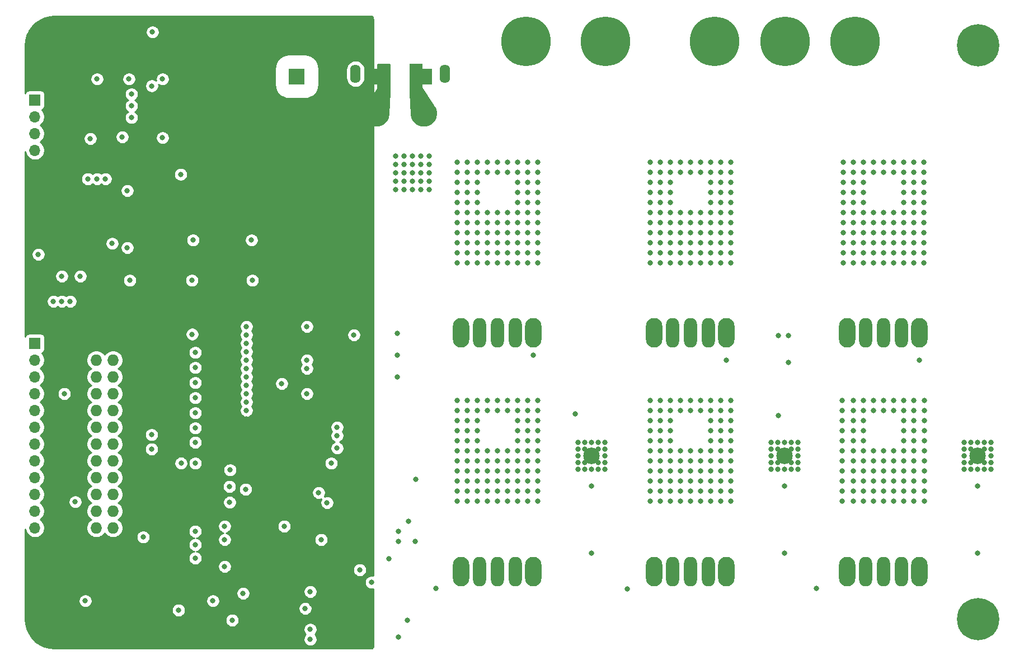
<source format=gbr>
G04 #@! TF.GenerationSoftware,KiCad,Pcbnew,(5.1.5)-3*
G04 #@! TF.CreationDate,2020-12-06T21:02:03-03:00*
G04 #@! TF.ProjectId,InversorPMSM,496e7665-7273-46f7-9250-4d534d2e6b69,rev?*
G04 #@! TF.SameCoordinates,Original*
G04 #@! TF.FileFunction,Copper,L2,Inr*
G04 #@! TF.FilePolarity,Positive*
%FSLAX46Y46*%
G04 Gerber Fmt 4.6, Leading zero omitted, Abs format (unit mm)*
G04 Created by KiCad (PCBNEW (5.1.5)-3) date 2020-12-06 21:02:03*
%MOMM*%
%LPD*%
G04 APERTURE LIST*
%ADD10O,1.600000X2.800000*%
%ADD11C,2.200000*%
%ADD12C,0.150000*%
%ADD13C,2.400000*%
%ADD14R,2.400000X2.400000*%
%ADD15O,1.700000X1.700000*%
%ADD16R,1.700000X1.700000*%
%ADD17C,0.800000*%
%ADD18C,7.500000*%
%ADD19C,6.400000*%
%ADD20O,1.727200X1.727200*%
%ADD21R,1.727200X1.727200*%
%ADD22O,2.000000X4.500000*%
%ADD23O,2.500000X4.500000*%
%ADD24C,2.500000*%
%ADD25C,0.254000*%
G04 APERTURE END LIST*
D10*
X147847000Y-68422000D03*
X134347000Y-68422000D03*
D11*
X138557000Y-71247000D03*
X143637000Y-71247000D03*
G04 #@! TA.AperFunction,ViaPad*
D12*
G36*
X139606755Y-66943461D02*
G01*
X139616134Y-66946306D01*
X139624779Y-66950927D01*
X139632355Y-66957145D01*
X139638573Y-66964721D01*
X139643194Y-66973366D01*
X139646039Y-66982745D01*
X139647000Y-66992500D01*
X139647000Y-71247000D01*
X139646280Y-71254304D01*
X139648974Y-71261058D01*
X139650760Y-71270695D01*
X139650880Y-71277399D01*
X139495940Y-74424459D01*
X139494591Y-74433541D01*
X139494591Y-74520135D01*
X139475353Y-74715461D01*
X139437063Y-74907960D01*
X139380088Y-75095780D01*
X139304979Y-75277110D01*
X139212457Y-75450205D01*
X139103415Y-75613399D01*
X138978902Y-75765118D01*
X138840118Y-75903902D01*
X138688399Y-76028415D01*
X138525205Y-76137457D01*
X138352110Y-76229979D01*
X138170780Y-76305088D01*
X137982960Y-76362063D01*
X137790461Y-76400353D01*
X137595135Y-76419591D01*
X137398865Y-76419591D01*
X137203539Y-76400353D01*
X137011040Y-76362063D01*
X136823220Y-76305088D01*
X136641890Y-76229979D01*
X136468795Y-76137457D01*
X136305601Y-76028415D01*
X136153882Y-75903902D01*
X136015098Y-75765118D01*
X135890585Y-75613399D01*
X135781543Y-75450205D01*
X135689021Y-75277110D01*
X135613912Y-75095780D01*
X135556937Y-74907960D01*
X135518647Y-74715461D01*
X135499409Y-74520135D01*
X135499409Y-74323865D01*
X135518647Y-74128539D01*
X135556937Y-73936040D01*
X135613912Y-73748220D01*
X135689021Y-73566890D01*
X135715688Y-73517000D01*
X135715833Y-73516408D01*
X135721546Y-73505043D01*
X135724116Y-73501232D01*
X135781543Y-73393795D01*
X135890585Y-73230601D01*
X135980640Y-73120869D01*
X137563046Y-70774543D01*
X137569297Y-70766993D01*
X137576901Y-70760807D01*
X137588689Y-70755066D01*
X137664860Y-70729676D01*
X137664860Y-66992500D01*
X137665821Y-66982745D01*
X137668666Y-66973366D01*
X137673287Y-66964721D01*
X137679505Y-66957145D01*
X137687081Y-66950927D01*
X137695726Y-66946306D01*
X137705105Y-66943461D01*
X137714860Y-66942500D01*
X139597000Y-66942500D01*
X139606755Y-66943461D01*
G37*
G04 #@! TD.AperFunction*
G04 #@! TA.AperFunction,ViaPad*
G36*
X144472255Y-66943461D02*
G01*
X144481634Y-66946306D01*
X144490279Y-66950927D01*
X144497855Y-66957145D01*
X144504073Y-66964721D01*
X144508694Y-66973366D01*
X144511539Y-66982745D01*
X144512500Y-66992500D01*
X144512500Y-70616432D01*
X144531195Y-70632975D01*
X144539543Y-70642506D01*
X146179298Y-73079365D01*
X146303415Y-73230601D01*
X146412457Y-73393795D01*
X146504979Y-73566890D01*
X146580088Y-73748220D01*
X146637063Y-73936040D01*
X146675353Y-74128539D01*
X146694591Y-74323865D01*
X146694591Y-74520135D01*
X146675353Y-74715461D01*
X146637063Y-74907960D01*
X146580088Y-75095780D01*
X146504979Y-75277110D01*
X146412457Y-75450205D01*
X146303415Y-75613399D01*
X146178902Y-75765118D01*
X146040118Y-75903902D01*
X145888399Y-76028415D01*
X145725205Y-76137457D01*
X145552110Y-76229979D01*
X145370780Y-76305088D01*
X145182960Y-76362063D01*
X144990461Y-76400353D01*
X144795135Y-76419591D01*
X144598865Y-76419591D01*
X144403539Y-76400353D01*
X144211040Y-76362063D01*
X144023220Y-76305088D01*
X143841890Y-76229979D01*
X143668795Y-76137457D01*
X143505601Y-76028415D01*
X143353882Y-75903902D01*
X143215098Y-75765118D01*
X143090585Y-75613399D01*
X142981543Y-75450205D01*
X142889021Y-75277110D01*
X142813912Y-75095780D01*
X142756937Y-74907960D01*
X142718647Y-74715461D01*
X142704661Y-74573463D01*
X142701931Y-74568434D01*
X142699025Y-74559073D01*
X142698058Y-74551411D01*
X142539944Y-71276188D01*
X142538787Y-71274779D01*
X142534166Y-71266134D01*
X142531321Y-71256755D01*
X142530360Y-71247000D01*
X142530360Y-66992500D01*
X142531321Y-66982745D01*
X142534166Y-66973366D01*
X142538787Y-66964721D01*
X142545005Y-66957145D01*
X142552581Y-66950927D01*
X142561226Y-66946306D01*
X142570605Y-66943461D01*
X142580360Y-66942500D01*
X144462500Y-66942500D01*
X144472255Y-66943461D01*
G37*
G04 #@! TD.AperFunction*
D13*
X137280000Y-68834000D03*
D14*
X144780000Y-68834000D03*
D15*
X85852000Y-139700000D03*
X85852000Y-137160000D03*
X85852000Y-134620000D03*
X85852000Y-132080000D03*
X85852000Y-129540000D03*
X85852000Y-127000000D03*
X85852000Y-124460000D03*
X85852000Y-121920000D03*
X85852000Y-119380000D03*
X85852000Y-116840000D03*
X85852000Y-114300000D03*
X85852000Y-111760000D03*
D16*
X85852000Y-109220000D03*
D17*
X211836000Y-61595000D03*
X209931000Y-60706000D03*
X208026000Y-61595000D03*
X207264000Y-63500000D03*
X208026000Y-65405000D03*
X209931000Y-66294000D03*
X211836000Y-65405000D03*
X212725000Y-63500000D03*
D18*
X209931000Y-63500000D03*
D17*
X201295000Y-61595000D03*
X199390000Y-60706000D03*
X197485000Y-61595000D03*
X196723000Y-63500000D03*
X197485000Y-65405000D03*
X199390000Y-66294000D03*
X201295000Y-65405000D03*
X202184000Y-63500000D03*
D18*
X199390000Y-63500000D03*
D17*
X174117000Y-61595000D03*
X172212000Y-60706000D03*
X170307000Y-61595000D03*
X169545000Y-63500000D03*
X170307000Y-65405000D03*
X172212000Y-66294000D03*
X174117000Y-65405000D03*
X175006000Y-63500000D03*
D18*
X172212000Y-63500000D03*
D17*
X190627000Y-61595000D03*
X188722000Y-60706000D03*
X186817000Y-61595000D03*
X186055000Y-63500000D03*
X186817000Y-65405000D03*
X188722000Y-66294000D03*
X190627000Y-65405000D03*
X191516000Y-63500000D03*
D18*
X188722000Y-63500000D03*
D17*
X162052000Y-61595000D03*
X160147000Y-60706000D03*
X158242000Y-61595000D03*
X157480000Y-63500000D03*
X158242000Y-65405000D03*
X160147000Y-66294000D03*
X162052000Y-65405000D03*
X162941000Y-63500000D03*
D18*
X160147000Y-63500000D03*
D14*
X125476000Y-68834000D03*
D13*
X117976000Y-68834000D03*
D15*
X85852000Y-82550000D03*
X85852000Y-80010000D03*
X85852000Y-77470000D03*
X85852000Y-74930000D03*
D16*
X85852000Y-72390000D03*
D17*
X90470056Y-149305944D03*
X88773000Y-148603000D03*
X87075944Y-149305944D03*
X86373000Y-151003000D03*
X87075944Y-152700056D03*
X88773000Y-153403000D03*
X90470056Y-152700056D03*
X91173000Y-151003000D03*
D19*
X88773000Y-151003000D03*
D17*
X90470056Y-62437944D03*
X88773000Y-61735000D03*
X87075944Y-62437944D03*
X86373000Y-64135000D03*
X87075944Y-65832056D03*
X88773000Y-66535000D03*
X90470056Y-65832056D03*
X91173000Y-64135000D03*
D19*
X88773000Y-64135000D03*
D17*
X230297056Y-62437944D03*
X228600000Y-61735000D03*
X226902944Y-62437944D03*
X226200000Y-64135000D03*
X226902944Y-65832056D03*
X228600000Y-66535000D03*
X230297056Y-65832056D03*
X231000000Y-64135000D03*
D19*
X228600000Y-64135000D03*
D17*
X230297056Y-149305944D03*
X228600000Y-148603000D03*
X226902944Y-149305944D03*
X226200000Y-151003000D03*
X226902944Y-152700056D03*
X228600000Y-153403000D03*
X230297056Y-152700056D03*
X231000000Y-151003000D03*
D19*
X228600000Y-151003000D03*
D20*
X97663000Y-139700000D03*
X95123000Y-139700000D03*
X97663000Y-137160000D03*
X95123000Y-137160000D03*
X97663000Y-134620000D03*
X95123000Y-134620000D03*
X97663000Y-132080000D03*
X95123000Y-132080000D03*
X97663000Y-129540000D03*
X95123000Y-129540000D03*
X97663000Y-127000000D03*
X95123000Y-127000000D03*
X97663000Y-124460000D03*
X95123000Y-124460000D03*
X97663000Y-121920000D03*
X95123000Y-121920000D03*
X97663000Y-119380000D03*
X95123000Y-119380000D03*
X97663000Y-116840000D03*
X95123000Y-116840000D03*
X97663000Y-114300000D03*
X95123000Y-114300000D03*
X97663000Y-111760000D03*
X95123000Y-111760000D03*
X97663000Y-109220000D03*
D21*
X95123000Y-109220000D03*
D22*
X216989000Y-143811500D03*
X211509000Y-143811500D03*
D23*
X208788000Y-143811500D03*
D22*
X214238000Y-143811500D03*
D23*
X219688000Y-143811500D03*
D22*
X216989000Y-107616500D03*
X211509000Y-107616500D03*
D23*
X208788000Y-107616500D03*
D22*
X214238000Y-107616500D03*
D23*
X219688000Y-107616500D03*
D22*
X187779000Y-143811500D03*
X182299000Y-143811500D03*
D23*
X179578000Y-143811500D03*
D22*
X185028000Y-143811500D03*
D23*
X190478000Y-143811500D03*
D22*
X187779000Y-107616500D03*
X182299000Y-107616500D03*
D23*
X179578000Y-107616500D03*
D22*
X185028000Y-107616500D03*
D23*
X190478000Y-107616500D03*
D22*
X158569000Y-143811500D03*
X153089000Y-143811500D03*
D23*
X150368000Y-143811500D03*
D22*
X155818000Y-143811500D03*
D23*
X161268000Y-143811500D03*
D22*
X158569000Y-107616500D03*
X153089000Y-107616500D03*
D23*
X150368000Y-107616500D03*
D22*
X155818000Y-107616500D03*
D23*
X161268000Y-107616500D03*
D17*
X125603000Y-137668000D03*
X115380000Y-128397000D03*
X127000000Y-106680000D03*
X115284500Y-130905500D03*
X127000000Y-111760000D03*
X115316000Y-133287000D03*
X127000000Y-116840000D03*
X158877000Y-97028000D03*
X157353000Y-97028000D03*
X155829000Y-97028000D03*
X154305000Y-97028000D03*
X149733000Y-97028000D03*
X152781000Y-97028000D03*
X151257000Y-97028000D03*
X160401000Y-97028000D03*
X161925000Y-97028000D03*
X152781000Y-95504000D03*
X155829000Y-95504000D03*
X157353000Y-95504000D03*
X158877000Y-95504000D03*
X151257000Y-95504000D03*
X149733000Y-95504000D03*
X154305000Y-95504000D03*
X160401000Y-95504000D03*
X161925000Y-95504000D03*
X152781000Y-93980000D03*
X157353000Y-93980000D03*
X158877000Y-93980000D03*
X151257000Y-93980000D03*
X161925000Y-93980000D03*
X154305000Y-93980000D03*
X155829000Y-93980000D03*
X160401000Y-93980000D03*
X149733000Y-93980000D03*
X157353000Y-92456000D03*
X155829000Y-92456000D03*
X154305000Y-92456000D03*
X160401000Y-92456000D03*
X158877000Y-92456000D03*
X152781000Y-92456000D03*
X161925000Y-92456000D03*
X151257000Y-92456000D03*
X149733000Y-92456000D03*
X152781000Y-90932000D03*
X161925000Y-90932000D03*
X160401000Y-90932000D03*
X155829000Y-90932000D03*
X149733000Y-90932000D03*
X151257000Y-90932000D03*
X157353000Y-90932000D03*
X158877000Y-90932000D03*
X154305000Y-90932000D03*
X151257000Y-89408000D03*
X154305000Y-89408000D03*
X155829000Y-89408000D03*
X157353000Y-89408000D03*
X149733000Y-89408000D03*
X158877000Y-89408000D03*
X160401000Y-89408000D03*
X161925000Y-89408000D03*
X152781000Y-89408000D03*
X161925000Y-87884000D03*
X158877000Y-87884000D03*
X152781000Y-87884000D03*
X149733000Y-87884000D03*
X151257000Y-87884000D03*
X160401000Y-87884000D03*
X152781000Y-86360000D03*
X151257000Y-86360000D03*
X149733000Y-86360000D03*
X161925000Y-86360000D03*
X158877000Y-86360000D03*
X160401000Y-86360000D03*
X149733000Y-84836000D03*
X151257000Y-84836000D03*
X158877000Y-84836000D03*
X161925000Y-84836000D03*
X160401000Y-84836000D03*
X152781000Y-84836000D03*
X158877000Y-83312000D03*
X152781000Y-83312000D03*
X149733000Y-83312000D03*
X160401000Y-83312000D03*
X151257000Y-83312000D03*
X161925000Y-83312000D03*
X157353000Y-83312000D03*
X154305000Y-83312000D03*
X155829000Y-83312000D03*
X158877000Y-81788000D03*
X152781000Y-81788000D03*
X154305000Y-81788000D03*
X149733000Y-81788000D03*
X160401000Y-81788000D03*
X151257000Y-81788000D03*
X155829000Y-81788000D03*
X157353000Y-81788000D03*
X161925000Y-81788000D03*
X181991000Y-97028000D03*
X185039000Y-97028000D03*
X186563000Y-97028000D03*
X188087000Y-97028000D03*
X180467000Y-97028000D03*
X178943000Y-97028000D03*
X183515000Y-97028000D03*
X189611000Y-97028000D03*
X191135000Y-97028000D03*
X181991000Y-95504000D03*
X186563000Y-95504000D03*
X186563000Y-93980000D03*
X185039000Y-93980000D03*
X188087000Y-95504000D03*
X183515000Y-93980000D03*
X189611000Y-93980000D03*
X188087000Y-93980000D03*
X181991000Y-93980000D03*
X180467000Y-95504000D03*
X191135000Y-95504000D03*
X183515000Y-95504000D03*
X191135000Y-93980000D03*
X180467000Y-93980000D03*
X185039000Y-95504000D03*
X178943000Y-93980000D03*
X189611000Y-95504000D03*
X178943000Y-95504000D03*
X191135000Y-89408000D03*
X181991000Y-92456000D03*
X186563000Y-89408000D03*
X188087000Y-89408000D03*
X180467000Y-90932000D03*
X183515000Y-90932000D03*
X191135000Y-92456000D03*
X185039000Y-90932000D03*
X181991000Y-89408000D03*
X189611000Y-92456000D03*
X186563000Y-90932000D03*
X183515000Y-89408000D03*
X178943000Y-89408000D03*
X178943000Y-90932000D03*
X188087000Y-90932000D03*
X185039000Y-92456000D03*
X180467000Y-89408000D03*
X189611000Y-89408000D03*
X185039000Y-89408000D03*
X178943000Y-92456000D03*
X180467000Y-92456000D03*
X189611000Y-90932000D03*
X191135000Y-90932000D03*
X186563000Y-92456000D03*
X181991000Y-90932000D03*
X188087000Y-92456000D03*
X183515000Y-92456000D03*
X188087000Y-84836000D03*
X188087000Y-83312000D03*
X178943000Y-86360000D03*
X181991000Y-87884000D03*
X181991000Y-84836000D03*
X181991000Y-83312000D03*
X178943000Y-84836000D03*
X183515000Y-83312000D03*
X178943000Y-83312000D03*
X189611000Y-83312000D03*
X180467000Y-87884000D03*
X180467000Y-83312000D03*
X178943000Y-87884000D03*
X185039000Y-83312000D03*
X191135000Y-87884000D03*
X180467000Y-86360000D03*
X189611000Y-84836000D03*
X180467000Y-84836000D03*
X186563000Y-83312000D03*
X188087000Y-86360000D03*
X188087000Y-87884000D03*
X191135000Y-84836000D03*
X191135000Y-86360000D03*
X189611000Y-86360000D03*
X191135000Y-83312000D03*
X181991000Y-86360000D03*
X189611000Y-87884000D03*
X185039000Y-81788000D03*
X186563000Y-81788000D03*
X178943000Y-81788000D03*
X183515000Y-81788000D03*
X189611000Y-81788000D03*
X180467000Y-81788000D03*
X188087000Y-81788000D03*
X181991000Y-81788000D03*
X191135000Y-81788000D03*
X211201000Y-97028000D03*
X214249000Y-97028000D03*
X215773000Y-97028000D03*
X217297000Y-97028000D03*
X209677000Y-97028000D03*
X208153000Y-97028000D03*
X212725000Y-97028000D03*
X218821000Y-97028000D03*
X220345000Y-97028000D03*
X211201000Y-95504000D03*
X215773000Y-95504000D03*
X215773000Y-93980000D03*
X214249000Y-93980000D03*
X217297000Y-95504000D03*
X212725000Y-93980000D03*
X218821000Y-93980000D03*
X217297000Y-93980000D03*
X211201000Y-93980000D03*
X209677000Y-95504000D03*
X220345000Y-95504000D03*
X212725000Y-95504000D03*
X220345000Y-93980000D03*
X209677000Y-93980000D03*
X214249000Y-95504000D03*
X208153000Y-93980000D03*
X218821000Y-95504000D03*
X208153000Y-95504000D03*
X220345000Y-89408000D03*
X211201000Y-92456000D03*
X215773000Y-89408000D03*
X217297000Y-89408000D03*
X209677000Y-90932000D03*
X212725000Y-90932000D03*
X220345000Y-92456000D03*
X214249000Y-90932000D03*
X211201000Y-89408000D03*
X218821000Y-92456000D03*
X215773000Y-90932000D03*
X212725000Y-89408000D03*
X208153000Y-89408000D03*
X208153000Y-90932000D03*
X217297000Y-90932000D03*
X214249000Y-92456000D03*
X209677000Y-89408000D03*
X218821000Y-89408000D03*
X214249000Y-89408000D03*
X208153000Y-92456000D03*
X209677000Y-92456000D03*
X218821000Y-90932000D03*
X220345000Y-90932000D03*
X215773000Y-92456000D03*
X211201000Y-90932000D03*
X217297000Y-92456000D03*
X212725000Y-92456000D03*
X217297000Y-84836000D03*
X217297000Y-83312000D03*
X208153000Y-86360000D03*
X211201000Y-87884000D03*
X211201000Y-84836000D03*
X211201000Y-83312000D03*
X208153000Y-84836000D03*
X212725000Y-83312000D03*
X208153000Y-83312000D03*
X218821000Y-83312000D03*
X209677000Y-87884000D03*
X209677000Y-83312000D03*
X208153000Y-87884000D03*
X214249000Y-83312000D03*
X220345000Y-87884000D03*
X209677000Y-86360000D03*
X218821000Y-84836000D03*
X209677000Y-84836000D03*
X215773000Y-83312000D03*
X217297000Y-86360000D03*
X217297000Y-87884000D03*
X220345000Y-84836000D03*
X220345000Y-86360000D03*
X218821000Y-86360000D03*
X220345000Y-83312000D03*
X211201000Y-86360000D03*
X218821000Y-87884000D03*
X214249000Y-81788000D03*
X215773000Y-81788000D03*
X208153000Y-81788000D03*
X212725000Y-81788000D03*
X218821000Y-81788000D03*
X209677000Y-81788000D03*
X217297000Y-81788000D03*
X211201000Y-81788000D03*
X220345000Y-81788000D03*
X170053000Y-140970000D03*
X199263000Y-140970000D03*
X228473000Y-140970000D03*
X170053000Y-130810000D03*
X170053000Y-128270000D03*
X199263000Y-128270000D03*
X228473000Y-128270000D03*
X228473000Y-130810000D03*
D24*
X199263000Y-126238000D03*
X170053000Y-126238000D03*
X228473000Y-126238000D03*
D17*
X123571000Y-136906000D03*
X127508000Y-154051000D03*
X127508000Y-146812000D03*
X127508000Y-152527000D03*
X126746000Y-149352000D03*
X212725000Y-131572000D03*
X211201000Y-131572000D03*
X214249000Y-131572000D03*
X215773000Y-131572000D03*
X218821000Y-131572000D03*
X209677000Y-131572000D03*
X217297000Y-131572000D03*
X220472000Y-131572000D03*
X208026000Y-131572000D03*
X217297000Y-119380000D03*
X211201000Y-119380000D03*
X218821000Y-119380000D03*
X208026000Y-119380000D03*
X209677000Y-119380000D03*
X220472000Y-119380000D03*
X218821000Y-117856000D03*
X217297000Y-117856000D03*
X211201000Y-117856000D03*
X209677000Y-117856000D03*
X208026000Y-117856000D03*
X220472000Y-117856000D03*
X209677000Y-133096000D03*
X217297000Y-133096000D03*
X208026000Y-133096000D03*
X218821000Y-133096000D03*
X220472000Y-133096000D03*
X212725000Y-133096000D03*
X214249000Y-133096000D03*
X211201000Y-133096000D03*
X215773000Y-133096000D03*
X211201000Y-130048000D03*
X212725000Y-130048000D03*
X215773000Y-130048000D03*
X214249000Y-130048000D03*
X220472000Y-130048000D03*
X217297000Y-130048000D03*
X209677000Y-130048000D03*
X208026000Y-130048000D03*
X218821000Y-130048000D03*
X209677000Y-128524000D03*
X217297000Y-128524000D03*
X220472000Y-128524000D03*
X208026000Y-128524000D03*
X211201000Y-128524000D03*
X218821000Y-128524000D03*
X212725000Y-128524000D03*
X215773000Y-128524000D03*
X214249000Y-128524000D03*
X217297000Y-127000000D03*
X214249000Y-127000000D03*
X211201000Y-127000000D03*
X212725000Y-127000000D03*
X208026000Y-127000000D03*
X220472000Y-127000000D03*
X215773000Y-127000000D03*
X218821000Y-127000000D03*
X209677000Y-127000000D03*
X215773000Y-125476000D03*
X211201000Y-125476000D03*
X208026000Y-125476000D03*
X218821000Y-125476000D03*
X209677000Y-125476000D03*
X217297000Y-125476000D03*
X220472000Y-125476000D03*
X214249000Y-125476000D03*
X212725000Y-125476000D03*
X208026000Y-123952000D03*
X211201000Y-123952000D03*
X218821000Y-123952000D03*
X217297000Y-123952000D03*
X209677000Y-123952000D03*
X220472000Y-123952000D03*
X208026000Y-122428000D03*
X217297000Y-122428000D03*
X209677000Y-122428000D03*
X117094000Y-96520000D03*
X126110992Y-96520000D03*
X107442000Y-96520000D03*
X86360000Y-87884000D03*
X198374000Y-108077000D03*
X130810000Y-85979000D03*
X140462000Y-82169000D03*
X145542000Y-83439000D03*
X141732000Y-84709000D03*
X143002000Y-82169000D03*
X144272000Y-83439000D03*
X141732000Y-83439000D03*
X140462000Y-85979000D03*
X141732000Y-82169000D03*
X144272000Y-85979000D03*
X145542000Y-82169000D03*
X145542000Y-85979000D03*
X144272000Y-82169000D03*
X145542000Y-84709000D03*
X143002000Y-85979000D03*
X143002000Y-84709000D03*
X141732000Y-85979000D03*
X140462000Y-83439000D03*
X140462000Y-84709000D03*
X144272000Y-84709000D03*
X143002000Y-83439000D03*
X140462000Y-80899000D03*
X141732000Y-80899000D03*
X144272000Y-80899000D03*
X143002000Y-80899000D03*
X145542000Y-80899000D03*
X107416500Y-143027500D03*
X100584000Y-153289000D03*
X97917000Y-69215000D03*
X118364000Y-79248000D03*
X117856000Y-107950000D03*
X109634952Y-107856952D03*
X110109000Y-110617000D03*
X117856000Y-109220000D03*
X110109000Y-112903000D03*
X117856000Y-110490000D03*
X110109000Y-115189000D03*
X117856000Y-111760000D03*
X110109000Y-117475000D03*
X117856000Y-113030000D03*
X110109000Y-119761000D03*
X117856000Y-114300000D03*
X107905500Y-83648500D03*
X107583000Y-149620000D03*
X94234000Y-78232000D03*
X99060000Y-77978000D03*
X103632000Y-62103000D03*
X109768000Y-93599000D03*
X99822000Y-94742000D03*
X112776000Y-148209000D03*
X93472000Y-148209000D03*
X118618000Y-93599000D03*
X103530500Y-70256500D03*
X110109000Y-127381000D03*
X135001000Y-143510000D03*
X129159000Y-138938000D03*
X130683000Y-127381000D03*
X114554000Y-136906000D03*
X128778000Y-131826000D03*
X114554000Y-138938000D03*
X117348000Y-147066000D03*
X220472000Y-122428000D03*
X211201000Y-122428000D03*
X218821000Y-122428000D03*
X211201000Y-120904000D03*
X217297000Y-120904000D03*
X220472000Y-120904000D03*
X209677000Y-120904000D03*
X218821000Y-120904000D03*
X208026000Y-120904000D03*
X181991000Y-131572000D03*
X186563000Y-131572000D03*
X188087000Y-131572000D03*
X180467000Y-131572000D03*
X191135000Y-131572000D03*
X183515000Y-131572000D03*
X185039000Y-131572000D03*
X189611000Y-131572000D03*
X178943000Y-131572000D03*
X188087000Y-119380000D03*
X181991000Y-119380000D03*
X183515000Y-119380000D03*
X178943000Y-119380000D03*
X189611000Y-119380000D03*
X180467000Y-119380000D03*
X185039000Y-119380000D03*
X186563000Y-119380000D03*
X191135000Y-119380000D03*
X185039000Y-117856000D03*
X186563000Y-117856000D03*
X178943000Y-117856000D03*
X183515000Y-117856000D03*
X189611000Y-117856000D03*
X180467000Y-117856000D03*
X188087000Y-117856000D03*
X181991000Y-117856000D03*
X191135000Y-117856000D03*
X181991000Y-120904000D03*
X178943000Y-120904000D03*
X188087000Y-120904000D03*
X180467000Y-120904000D03*
X189611000Y-120904000D03*
X191135000Y-120904000D03*
X191135000Y-122428000D03*
X189611000Y-122428000D03*
X180467000Y-122428000D03*
X188087000Y-122428000D03*
X183515000Y-125476000D03*
X186563000Y-125476000D03*
X185039000Y-125476000D03*
X178943000Y-122428000D03*
X181991000Y-122428000D03*
X180467000Y-123952000D03*
X178943000Y-123952000D03*
X189611000Y-123952000D03*
X191135000Y-123952000D03*
X181991000Y-123952000D03*
X188087000Y-123952000D03*
X191135000Y-125476000D03*
X178943000Y-125476000D03*
X181991000Y-125476000D03*
X189611000Y-125476000D03*
X180467000Y-125476000D03*
X188087000Y-125476000D03*
X186563000Y-127000000D03*
X188087000Y-127000000D03*
X178943000Y-127000000D03*
X189611000Y-127000000D03*
X180467000Y-127000000D03*
X185039000Y-127000000D03*
X191135000Y-127000000D03*
X183515000Y-127000000D03*
X181991000Y-127000000D03*
X186563000Y-128524000D03*
X181991000Y-128524000D03*
X185039000Y-128524000D03*
X183515000Y-128524000D03*
X191135000Y-128524000D03*
X188087000Y-128524000D03*
X189611000Y-128524000D03*
X178943000Y-128524000D03*
X180467000Y-128524000D03*
X186563000Y-130048000D03*
X191135000Y-130048000D03*
X180467000Y-130048000D03*
X185039000Y-130048000D03*
X178943000Y-130048000D03*
X189611000Y-130048000D03*
X183515000Y-130048000D03*
X181991000Y-130048000D03*
X188087000Y-130048000D03*
X183515000Y-133096000D03*
X191135000Y-133096000D03*
X178943000Y-133096000D03*
X185039000Y-133096000D03*
X186563000Y-133096000D03*
X180467000Y-133096000D03*
X181991000Y-133096000D03*
X189611000Y-133096000D03*
X188087000Y-133096000D03*
X161925000Y-127000000D03*
X152781000Y-125476000D03*
X151257000Y-127000000D03*
X149733000Y-127000000D03*
X158877000Y-131572000D03*
X157353000Y-125476000D03*
X160401000Y-125476000D03*
X154305000Y-130048000D03*
X155829000Y-125476000D03*
X149733000Y-128524000D03*
X155829000Y-127000000D03*
X160401000Y-133096000D03*
X152781000Y-130048000D03*
X160401000Y-131572000D03*
X157353000Y-131572000D03*
X157353000Y-128524000D03*
X154305000Y-133096000D03*
X152781000Y-133096000D03*
X152781000Y-128524000D03*
X158877000Y-133096000D03*
X151257000Y-131572000D03*
X158877000Y-125476000D03*
X160401000Y-128524000D03*
X161925000Y-133096000D03*
X151257000Y-125476000D03*
X158877000Y-128524000D03*
X160401000Y-130048000D03*
X154305000Y-128524000D03*
X158877000Y-120904000D03*
X158877000Y-130048000D03*
X151257000Y-128524000D03*
X158877000Y-119380000D03*
X154305000Y-131572000D03*
X161925000Y-130048000D03*
X155829000Y-133096000D03*
X151257000Y-130048000D03*
X152781000Y-127000000D03*
X157353000Y-127000000D03*
X149733000Y-122428000D03*
X152781000Y-123952000D03*
X157353000Y-130048000D03*
X155829000Y-130048000D03*
X152781000Y-120904000D03*
X161925000Y-131572000D03*
X157353000Y-133096000D03*
X154305000Y-127000000D03*
X149733000Y-130048000D03*
X152781000Y-119380000D03*
X151257000Y-133096000D03*
X149733000Y-125476000D03*
X149733000Y-133096000D03*
X161925000Y-125476000D03*
X152781000Y-131572000D03*
X154305000Y-125476000D03*
X149733000Y-120904000D03*
X149733000Y-131572000D03*
X161925000Y-128524000D03*
X155829000Y-131572000D03*
X158877000Y-127000000D03*
X160401000Y-127000000D03*
X155829000Y-128524000D03*
X155829000Y-119380000D03*
X149733000Y-119380000D03*
X157353000Y-117856000D03*
X152781000Y-117856000D03*
X160401000Y-119380000D03*
X154305000Y-117856000D03*
X161925000Y-123952000D03*
X151257000Y-123952000D03*
X161925000Y-117856000D03*
X157353000Y-119380000D03*
X160401000Y-123952000D03*
X158877000Y-122428000D03*
X155829000Y-117856000D03*
X160401000Y-120904000D03*
X151257000Y-119380000D03*
X152781000Y-122428000D03*
X149733000Y-123952000D03*
X151257000Y-120904000D03*
X160401000Y-122428000D03*
X158877000Y-117856000D03*
X158877000Y-123952000D03*
X151257000Y-117856000D03*
X161925000Y-119380000D03*
X149733000Y-117856000D03*
X161925000Y-122428000D03*
X151257000Y-122428000D03*
X154305000Y-119380000D03*
X161925000Y-120904000D03*
X160401000Y-117856000D03*
X117856000Y-106680000D03*
X105156000Y-78105000D03*
X110109000Y-122047000D03*
X100457000Y-75057000D03*
X95250000Y-69215000D03*
X93853000Y-84328000D03*
X130048000Y-133350000D03*
X114553996Y-143002000D03*
X215773000Y-119380000D03*
X212725000Y-117856000D03*
X215773000Y-117856000D03*
X214249000Y-119380000D03*
X214249000Y-117856000D03*
X212725000Y-119380000D03*
X219710000Y-111760000D03*
X190500000Y-111760000D03*
X161290000Y-110998000D03*
X103505000Y-123063000D03*
X103505000Y-125222000D03*
X117856000Y-116840000D03*
X136779000Y-145415000D03*
X142240000Y-151130000D03*
X91186000Y-102870000D03*
X89916000Y-102870000D03*
X88646000Y-102870000D03*
X100457000Y-73279000D03*
X100076000Y-69215000D03*
X95250000Y-84328000D03*
X100457000Y-71501000D03*
X105156000Y-69215000D03*
X96520000Y-84328000D03*
X100203000Y-99695004D03*
X97536000Y-94107000D03*
X92710000Y-99060000D03*
X109601000Y-99695000D03*
X118745000Y-99695000D03*
X89916000Y-99060006D03*
X86360000Y-95758000D03*
X99822000Y-86106000D03*
X110109000Y-124206000D03*
X117856000Y-118110000D03*
X117856000Y-115570000D03*
X107953750Y-127377250D03*
X117856000Y-119380000D03*
X134112000Y-107950000D03*
X143510000Y-129794000D03*
X146558000Y-146304000D03*
X131572000Y-121920000D03*
X127000000Y-113030000D03*
X167640000Y-119888000D03*
X131572000Y-123190000D03*
X175514000Y-146431000D03*
X198374000Y-120142000D03*
X123190000Y-115316000D03*
X131572000Y-125095000D03*
X204089000Y-146304000D03*
X171069000Y-128270000D03*
X172085000Y-128270000D03*
X172085000Y-127254000D03*
X172085000Y-126238000D03*
X172085000Y-125222000D03*
X172085000Y-124206000D03*
X171069000Y-124206000D03*
X170053000Y-124206000D03*
X169037000Y-124206000D03*
X168021000Y-124206000D03*
X168021000Y-125222000D03*
X168021000Y-126238000D03*
X169037000Y-125222000D03*
X171069000Y-125222000D03*
X171069000Y-127254000D03*
X169037000Y-127254000D03*
X168021000Y-127254000D03*
X168021000Y-128270000D03*
X169037000Y-128270000D03*
X229489000Y-128270000D03*
X230505000Y-128270000D03*
X230505000Y-127254000D03*
X230505000Y-126238000D03*
X230505000Y-125222000D03*
X230505000Y-124206000D03*
X229489000Y-124206000D03*
X228473000Y-124206000D03*
X227457000Y-124206000D03*
X226441000Y-124206000D03*
X226441000Y-126238000D03*
X226441000Y-125222000D03*
X226441000Y-127254000D03*
X226441000Y-128270000D03*
X227457000Y-128270000D03*
X227457000Y-127254000D03*
X227457000Y-125222000D03*
X229489000Y-125222000D03*
X229489000Y-127254000D03*
X200279000Y-128270000D03*
X201295000Y-128270000D03*
X201295000Y-127254000D03*
X201295000Y-126238000D03*
X201295000Y-125222000D03*
X201295000Y-124206000D03*
X200279000Y-124206000D03*
X199263000Y-124206000D03*
X198247000Y-124206000D03*
X197231000Y-124206000D03*
X197231000Y-125222000D03*
X197231000Y-126238000D03*
X197231000Y-127254000D03*
X197231000Y-128270000D03*
X198247000Y-128270000D03*
X198247000Y-127254000D03*
X200279000Y-127254000D03*
X200279000Y-125222000D03*
X198247000Y-125222000D03*
X132080000Y-85979000D03*
X133350000Y-85979000D03*
X134620000Y-85979000D03*
X135890000Y-85979000D03*
X133350000Y-84709000D03*
X134620000Y-84709000D03*
X132080000Y-84709000D03*
X135890000Y-84709000D03*
X130810000Y-84709000D03*
X132080000Y-83439000D03*
X134620000Y-83439000D03*
X130810000Y-83439000D03*
X133350000Y-83439000D03*
X135890000Y-83439000D03*
X133350000Y-82169000D03*
X132080000Y-82169000D03*
X135890000Y-82169000D03*
X130810000Y-82169000D03*
X134620000Y-82169000D03*
X135890000Y-80899000D03*
X132080000Y-80899000D03*
X133350000Y-80899000D03*
X130810000Y-80899000D03*
X134620000Y-80899000D03*
X127762000Y-148717000D03*
X133223000Y-144526000D03*
X127127000Y-127508000D03*
X117856000Y-120650000D03*
X111379000Y-153289000D03*
X112801500Y-123164500D03*
X199263000Y-130810000D03*
X140843000Y-137668000D03*
X115697000Y-151130000D03*
X142367000Y-136144000D03*
X117729000Y-131318000D03*
X139446000Y-141859000D03*
X199898000Y-108077000D03*
X140716000Y-114300000D03*
X140716000Y-110998000D03*
X140716000Y-107696000D03*
X199898000Y-112141000D03*
X90297000Y-116840000D03*
X91948000Y-133223000D03*
X102235000Y-138557000D03*
X135890000Y-141097000D03*
X143383000Y-139192000D03*
X140843000Y-139192000D03*
X140843000Y-153670000D03*
X110109000Y-137668000D03*
X110109000Y-139700000D03*
X110109000Y-141732000D03*
D25*
G36*
X136934722Y-59847754D02*
G01*
X136984432Y-60011314D01*
X137001911Y-60187665D01*
X137057251Y-144415070D01*
X136880939Y-144380000D01*
X136677061Y-144380000D01*
X136477102Y-144419774D01*
X136288744Y-144497795D01*
X136119226Y-144611063D01*
X135975063Y-144755226D01*
X135861795Y-144924744D01*
X135783774Y-145113102D01*
X135744000Y-145313061D01*
X135744000Y-145516939D01*
X135783774Y-145716898D01*
X135861795Y-145905256D01*
X135975063Y-146074774D01*
X136119226Y-146218937D01*
X136288744Y-146332205D01*
X136477102Y-146410226D01*
X136677061Y-146450000D01*
X136880939Y-146450000D01*
X137058565Y-146414668D01*
X137064089Y-154822185D01*
X137046813Y-154998702D01*
X136997237Y-155162449D01*
X136916653Y-155313373D01*
X136847254Y-155398000D01*
X88803506Y-155398000D01*
X87995195Y-155325861D01*
X87241977Y-155119803D01*
X86537148Y-154783616D01*
X85902995Y-154327932D01*
X85359559Y-153767149D01*
X84924018Y-153118996D01*
X84619402Y-152425061D01*
X126473000Y-152425061D01*
X126473000Y-152628939D01*
X126512774Y-152828898D01*
X126590795Y-153017256D01*
X126704063Y-153186774D01*
X126806289Y-153289000D01*
X126704063Y-153391226D01*
X126590795Y-153560744D01*
X126512774Y-153749102D01*
X126473000Y-153949061D01*
X126473000Y-154152939D01*
X126512774Y-154352898D01*
X126590795Y-154541256D01*
X126704063Y-154710774D01*
X126848226Y-154854937D01*
X127017744Y-154968205D01*
X127206102Y-155046226D01*
X127406061Y-155086000D01*
X127609939Y-155086000D01*
X127809898Y-155046226D01*
X127998256Y-154968205D01*
X128167774Y-154854937D01*
X128311937Y-154710774D01*
X128425205Y-154541256D01*
X128503226Y-154352898D01*
X128543000Y-154152939D01*
X128543000Y-153949061D01*
X128503226Y-153749102D01*
X128425205Y-153560744D01*
X128311937Y-153391226D01*
X128209711Y-153289000D01*
X128311937Y-153186774D01*
X128425205Y-153017256D01*
X128503226Y-152828898D01*
X128543000Y-152628939D01*
X128543000Y-152425061D01*
X128503226Y-152225102D01*
X128425205Y-152036744D01*
X128311937Y-151867226D01*
X128167774Y-151723063D01*
X127998256Y-151609795D01*
X127809898Y-151531774D01*
X127609939Y-151492000D01*
X127406061Y-151492000D01*
X127206102Y-151531774D01*
X127017744Y-151609795D01*
X126848226Y-151723063D01*
X126704063Y-151867226D01*
X126590795Y-152036744D01*
X126512774Y-152225102D01*
X126473000Y-152425061D01*
X84619402Y-152425061D01*
X84610137Y-152403956D01*
X84426576Y-151639364D01*
X84381685Y-151028061D01*
X114662000Y-151028061D01*
X114662000Y-151231939D01*
X114701774Y-151431898D01*
X114779795Y-151620256D01*
X114893063Y-151789774D01*
X115037226Y-151933937D01*
X115206744Y-152047205D01*
X115395102Y-152125226D01*
X115595061Y-152165000D01*
X115798939Y-152165000D01*
X115998898Y-152125226D01*
X116187256Y-152047205D01*
X116356774Y-151933937D01*
X116500937Y-151789774D01*
X116614205Y-151620256D01*
X116692226Y-151431898D01*
X116732000Y-151231939D01*
X116732000Y-151028061D01*
X116692226Y-150828102D01*
X116614205Y-150639744D01*
X116500937Y-150470226D01*
X116356774Y-150326063D01*
X116187256Y-150212795D01*
X115998898Y-150134774D01*
X115798939Y-150095000D01*
X115595061Y-150095000D01*
X115395102Y-150134774D01*
X115206744Y-150212795D01*
X115037226Y-150326063D01*
X114893063Y-150470226D01*
X114779795Y-150639744D01*
X114701774Y-150828102D01*
X114662000Y-151028061D01*
X84381685Y-151028061D01*
X84378000Y-150977887D01*
X84378000Y-149518061D01*
X106548000Y-149518061D01*
X106548000Y-149721939D01*
X106587774Y-149921898D01*
X106665795Y-150110256D01*
X106779063Y-150279774D01*
X106923226Y-150423937D01*
X107092744Y-150537205D01*
X107281102Y-150615226D01*
X107481061Y-150655000D01*
X107684939Y-150655000D01*
X107884898Y-150615226D01*
X108073256Y-150537205D01*
X108242774Y-150423937D01*
X108386937Y-150279774D01*
X108500205Y-150110256D01*
X108578226Y-149921898D01*
X108618000Y-149721939D01*
X108618000Y-149518061D01*
X108578226Y-149318102D01*
X108550043Y-149250061D01*
X125711000Y-149250061D01*
X125711000Y-149453939D01*
X125750774Y-149653898D01*
X125828795Y-149842256D01*
X125942063Y-150011774D01*
X126086226Y-150155937D01*
X126255744Y-150269205D01*
X126444102Y-150347226D01*
X126644061Y-150387000D01*
X126847939Y-150387000D01*
X127047898Y-150347226D01*
X127236256Y-150269205D01*
X127405774Y-150155937D01*
X127549937Y-150011774D01*
X127663205Y-149842256D01*
X127741226Y-149653898D01*
X127781000Y-149453939D01*
X127781000Y-149250061D01*
X127741226Y-149050102D01*
X127663205Y-148861744D01*
X127549937Y-148692226D01*
X127405774Y-148548063D01*
X127236256Y-148434795D01*
X127047898Y-148356774D01*
X126847939Y-148317000D01*
X126644061Y-148317000D01*
X126444102Y-148356774D01*
X126255744Y-148434795D01*
X126086226Y-148548063D01*
X125942063Y-148692226D01*
X125828795Y-148861744D01*
X125750774Y-149050102D01*
X125711000Y-149250061D01*
X108550043Y-149250061D01*
X108500205Y-149129744D01*
X108386937Y-148960226D01*
X108242774Y-148816063D01*
X108073256Y-148702795D01*
X107884898Y-148624774D01*
X107684939Y-148585000D01*
X107481061Y-148585000D01*
X107281102Y-148624774D01*
X107092744Y-148702795D01*
X106923226Y-148816063D01*
X106779063Y-148960226D01*
X106665795Y-149129744D01*
X106587774Y-149318102D01*
X106548000Y-149518061D01*
X84378000Y-149518061D01*
X84378000Y-148107061D01*
X92437000Y-148107061D01*
X92437000Y-148310939D01*
X92476774Y-148510898D01*
X92554795Y-148699256D01*
X92668063Y-148868774D01*
X92812226Y-149012937D01*
X92981744Y-149126205D01*
X93170102Y-149204226D01*
X93370061Y-149244000D01*
X93573939Y-149244000D01*
X93773898Y-149204226D01*
X93962256Y-149126205D01*
X94131774Y-149012937D01*
X94275937Y-148868774D01*
X94389205Y-148699256D01*
X94467226Y-148510898D01*
X94507000Y-148310939D01*
X94507000Y-148107061D01*
X111741000Y-148107061D01*
X111741000Y-148310939D01*
X111780774Y-148510898D01*
X111858795Y-148699256D01*
X111972063Y-148868774D01*
X112116226Y-149012937D01*
X112285744Y-149126205D01*
X112474102Y-149204226D01*
X112674061Y-149244000D01*
X112877939Y-149244000D01*
X113077898Y-149204226D01*
X113266256Y-149126205D01*
X113435774Y-149012937D01*
X113579937Y-148868774D01*
X113693205Y-148699256D01*
X113771226Y-148510898D01*
X113811000Y-148310939D01*
X113811000Y-148107061D01*
X113771226Y-147907102D01*
X113693205Y-147718744D01*
X113579937Y-147549226D01*
X113435774Y-147405063D01*
X113266256Y-147291795D01*
X113077898Y-147213774D01*
X112877939Y-147174000D01*
X112674061Y-147174000D01*
X112474102Y-147213774D01*
X112285744Y-147291795D01*
X112116226Y-147405063D01*
X111972063Y-147549226D01*
X111858795Y-147718744D01*
X111780774Y-147907102D01*
X111741000Y-148107061D01*
X94507000Y-148107061D01*
X94467226Y-147907102D01*
X94389205Y-147718744D01*
X94275937Y-147549226D01*
X94131774Y-147405063D01*
X93962256Y-147291795D01*
X93773898Y-147213774D01*
X93573939Y-147174000D01*
X93370061Y-147174000D01*
X93170102Y-147213774D01*
X92981744Y-147291795D01*
X92812226Y-147405063D01*
X92668063Y-147549226D01*
X92554795Y-147718744D01*
X92476774Y-147907102D01*
X92437000Y-148107061D01*
X84378000Y-148107061D01*
X84378000Y-146964061D01*
X116313000Y-146964061D01*
X116313000Y-147167939D01*
X116352774Y-147367898D01*
X116430795Y-147556256D01*
X116544063Y-147725774D01*
X116688226Y-147869937D01*
X116857744Y-147983205D01*
X117046102Y-148061226D01*
X117246061Y-148101000D01*
X117449939Y-148101000D01*
X117649898Y-148061226D01*
X117838256Y-147983205D01*
X118007774Y-147869937D01*
X118151937Y-147725774D01*
X118265205Y-147556256D01*
X118343226Y-147367898D01*
X118383000Y-147167939D01*
X118383000Y-146964061D01*
X118343226Y-146764102D01*
X118320842Y-146710061D01*
X126473000Y-146710061D01*
X126473000Y-146913939D01*
X126512774Y-147113898D01*
X126590795Y-147302256D01*
X126704063Y-147471774D01*
X126848226Y-147615937D01*
X127017744Y-147729205D01*
X127206102Y-147807226D01*
X127406061Y-147847000D01*
X127609939Y-147847000D01*
X127809898Y-147807226D01*
X127998256Y-147729205D01*
X128167774Y-147615937D01*
X128311937Y-147471774D01*
X128425205Y-147302256D01*
X128503226Y-147113898D01*
X128543000Y-146913939D01*
X128543000Y-146710061D01*
X128503226Y-146510102D01*
X128425205Y-146321744D01*
X128311937Y-146152226D01*
X128167774Y-146008063D01*
X127998256Y-145894795D01*
X127809898Y-145816774D01*
X127609939Y-145777000D01*
X127406061Y-145777000D01*
X127206102Y-145816774D01*
X127017744Y-145894795D01*
X126848226Y-146008063D01*
X126704063Y-146152226D01*
X126590795Y-146321744D01*
X126512774Y-146510102D01*
X126473000Y-146710061D01*
X118320842Y-146710061D01*
X118265205Y-146575744D01*
X118151937Y-146406226D01*
X118007774Y-146262063D01*
X117838256Y-146148795D01*
X117649898Y-146070774D01*
X117449939Y-146031000D01*
X117246061Y-146031000D01*
X117046102Y-146070774D01*
X116857744Y-146148795D01*
X116688226Y-146262063D01*
X116544063Y-146406226D01*
X116430795Y-146575744D01*
X116352774Y-146764102D01*
X116313000Y-146964061D01*
X84378000Y-146964061D01*
X84378000Y-142900061D01*
X113518996Y-142900061D01*
X113518996Y-143103939D01*
X113558770Y-143303898D01*
X113636791Y-143492256D01*
X113750059Y-143661774D01*
X113894222Y-143805937D01*
X114063740Y-143919205D01*
X114252098Y-143997226D01*
X114452057Y-144037000D01*
X114655935Y-144037000D01*
X114855894Y-143997226D01*
X115044252Y-143919205D01*
X115213770Y-143805937D01*
X115357933Y-143661774D01*
X115471201Y-143492256D01*
X115506075Y-143408061D01*
X133966000Y-143408061D01*
X133966000Y-143611939D01*
X134005774Y-143811898D01*
X134083795Y-144000256D01*
X134197063Y-144169774D01*
X134341226Y-144313937D01*
X134510744Y-144427205D01*
X134699102Y-144505226D01*
X134899061Y-144545000D01*
X135102939Y-144545000D01*
X135302898Y-144505226D01*
X135491256Y-144427205D01*
X135660774Y-144313937D01*
X135804937Y-144169774D01*
X135918205Y-144000256D01*
X135996226Y-143811898D01*
X136036000Y-143611939D01*
X136036000Y-143408061D01*
X135996226Y-143208102D01*
X135918205Y-143019744D01*
X135804937Y-142850226D01*
X135660774Y-142706063D01*
X135491256Y-142592795D01*
X135302898Y-142514774D01*
X135102939Y-142475000D01*
X134899061Y-142475000D01*
X134699102Y-142514774D01*
X134510744Y-142592795D01*
X134341226Y-142706063D01*
X134197063Y-142850226D01*
X134083795Y-143019744D01*
X134005774Y-143208102D01*
X133966000Y-143408061D01*
X115506075Y-143408061D01*
X115549222Y-143303898D01*
X115588996Y-143103939D01*
X115588996Y-142900061D01*
X115549222Y-142700102D01*
X115471201Y-142511744D01*
X115357933Y-142342226D01*
X115213770Y-142198063D01*
X115044252Y-142084795D01*
X114855894Y-142006774D01*
X114655935Y-141967000D01*
X114452057Y-141967000D01*
X114252098Y-142006774D01*
X114063740Y-142084795D01*
X113894222Y-142198063D01*
X113750059Y-142342226D01*
X113636791Y-142511744D01*
X113558770Y-142700102D01*
X113518996Y-142900061D01*
X84378000Y-142900061D01*
X84378000Y-137361560D01*
X84424068Y-137593158D01*
X84536010Y-137863411D01*
X84698525Y-138106632D01*
X84905368Y-138313475D01*
X85148589Y-138475990D01*
X85418842Y-138587932D01*
X85705740Y-138645000D01*
X85998260Y-138645000D01*
X86285158Y-138587932D01*
X86555411Y-138475990D01*
X86798632Y-138313475D01*
X87005475Y-138106632D01*
X87167990Y-137863411D01*
X87279932Y-137593158D01*
X87337000Y-137306260D01*
X87337000Y-137013740D01*
X87279932Y-136726842D01*
X87167990Y-136456589D01*
X87005475Y-136213368D01*
X86798632Y-136006525D01*
X86624240Y-135890000D01*
X86798632Y-135773475D01*
X87005475Y-135566632D01*
X87167990Y-135323411D01*
X87279932Y-135053158D01*
X87337000Y-134766260D01*
X87337000Y-134473740D01*
X87279932Y-134186842D01*
X87167990Y-133916589D01*
X87005475Y-133673368D01*
X86798632Y-133466525D01*
X86624240Y-133350000D01*
X86798632Y-133233475D01*
X86911046Y-133121061D01*
X90913000Y-133121061D01*
X90913000Y-133324939D01*
X90952774Y-133524898D01*
X91030795Y-133713256D01*
X91144063Y-133882774D01*
X91288226Y-134026937D01*
X91457744Y-134140205D01*
X91646102Y-134218226D01*
X91846061Y-134258000D01*
X92049939Y-134258000D01*
X92249898Y-134218226D01*
X92438256Y-134140205D01*
X92607774Y-134026937D01*
X92751937Y-133882774D01*
X92865205Y-133713256D01*
X92943226Y-133524898D01*
X92983000Y-133324939D01*
X92983000Y-133121061D01*
X92943226Y-132921102D01*
X92865205Y-132732744D01*
X92751937Y-132563226D01*
X92607774Y-132419063D01*
X92438256Y-132305795D01*
X92249898Y-132227774D01*
X92049939Y-132188000D01*
X91846061Y-132188000D01*
X91646102Y-132227774D01*
X91457744Y-132305795D01*
X91288226Y-132419063D01*
X91144063Y-132563226D01*
X91030795Y-132732744D01*
X90952774Y-132921102D01*
X90913000Y-133121061D01*
X86911046Y-133121061D01*
X87005475Y-133026632D01*
X87167990Y-132783411D01*
X87279932Y-132513158D01*
X87337000Y-132226260D01*
X87337000Y-131933740D01*
X87279932Y-131646842D01*
X87167990Y-131376589D01*
X87005475Y-131133368D01*
X86798632Y-130926525D01*
X86624240Y-130810000D01*
X86798632Y-130693475D01*
X87005475Y-130486632D01*
X87167990Y-130243411D01*
X87279932Y-129973158D01*
X87337000Y-129686260D01*
X87337000Y-129393740D01*
X87279932Y-129106842D01*
X87167990Y-128836589D01*
X87005475Y-128593368D01*
X86798632Y-128386525D01*
X86624240Y-128270000D01*
X86798632Y-128153475D01*
X87005475Y-127946632D01*
X87167990Y-127703411D01*
X87279932Y-127433158D01*
X87337000Y-127146260D01*
X87337000Y-126853740D01*
X87279932Y-126566842D01*
X87167990Y-126296589D01*
X87005475Y-126053368D01*
X86798632Y-125846525D01*
X86624240Y-125730000D01*
X86798632Y-125613475D01*
X87005475Y-125406632D01*
X87167990Y-125163411D01*
X87279932Y-124893158D01*
X87337000Y-124606260D01*
X87337000Y-124313740D01*
X87279932Y-124026842D01*
X87167990Y-123756589D01*
X87005475Y-123513368D01*
X86798632Y-123306525D01*
X86624240Y-123190000D01*
X86798632Y-123073475D01*
X87005475Y-122866632D01*
X87167990Y-122623411D01*
X87279932Y-122353158D01*
X87337000Y-122066260D01*
X87337000Y-121773740D01*
X87279932Y-121486842D01*
X87167990Y-121216589D01*
X87005475Y-120973368D01*
X86798632Y-120766525D01*
X86624240Y-120650000D01*
X86798632Y-120533475D01*
X87005475Y-120326632D01*
X87167990Y-120083411D01*
X87279932Y-119813158D01*
X87337000Y-119526260D01*
X87337000Y-119233740D01*
X87279932Y-118946842D01*
X87167990Y-118676589D01*
X87005475Y-118433368D01*
X86798632Y-118226525D01*
X86624240Y-118110000D01*
X86798632Y-117993475D01*
X87005475Y-117786632D01*
X87167990Y-117543411D01*
X87279932Y-117273158D01*
X87337000Y-116986260D01*
X87337000Y-116738061D01*
X89262000Y-116738061D01*
X89262000Y-116941939D01*
X89301774Y-117141898D01*
X89379795Y-117330256D01*
X89493063Y-117499774D01*
X89637226Y-117643937D01*
X89806744Y-117757205D01*
X89995102Y-117835226D01*
X90195061Y-117875000D01*
X90398939Y-117875000D01*
X90598898Y-117835226D01*
X90787256Y-117757205D01*
X90956774Y-117643937D01*
X91100937Y-117499774D01*
X91214205Y-117330256D01*
X91292226Y-117141898D01*
X91332000Y-116941939D01*
X91332000Y-116738061D01*
X91292226Y-116538102D01*
X91214205Y-116349744D01*
X91100937Y-116180226D01*
X90956774Y-116036063D01*
X90787256Y-115922795D01*
X90598898Y-115844774D01*
X90398939Y-115805000D01*
X90195061Y-115805000D01*
X89995102Y-115844774D01*
X89806744Y-115922795D01*
X89637226Y-116036063D01*
X89493063Y-116180226D01*
X89379795Y-116349744D01*
X89301774Y-116538102D01*
X89262000Y-116738061D01*
X87337000Y-116738061D01*
X87337000Y-116693740D01*
X87279932Y-116406842D01*
X87167990Y-116136589D01*
X87005475Y-115893368D01*
X86798632Y-115686525D01*
X86624240Y-115570000D01*
X86798632Y-115453475D01*
X87005475Y-115246632D01*
X87167990Y-115003411D01*
X87279932Y-114733158D01*
X87337000Y-114446260D01*
X87337000Y-114153740D01*
X87279932Y-113866842D01*
X87167990Y-113596589D01*
X87005475Y-113353368D01*
X86798632Y-113146525D01*
X86624240Y-113030000D01*
X86798632Y-112913475D01*
X87005475Y-112706632D01*
X87167990Y-112463411D01*
X87279932Y-112193158D01*
X87337000Y-111906260D01*
X87337000Y-111613740D01*
X87336734Y-111612401D01*
X93624400Y-111612401D01*
X93624400Y-111907599D01*
X93681990Y-112197125D01*
X93794958Y-112469853D01*
X93958961Y-112715302D01*
X94167698Y-112924039D01*
X94326281Y-113030000D01*
X94167698Y-113135961D01*
X93958961Y-113344698D01*
X93794958Y-113590147D01*
X93681990Y-113862875D01*
X93624400Y-114152401D01*
X93624400Y-114447599D01*
X93681990Y-114737125D01*
X93794958Y-115009853D01*
X93958961Y-115255302D01*
X94167698Y-115464039D01*
X94326281Y-115570000D01*
X94167698Y-115675961D01*
X93958961Y-115884698D01*
X93794958Y-116130147D01*
X93681990Y-116402875D01*
X93624400Y-116692401D01*
X93624400Y-116987599D01*
X93681990Y-117277125D01*
X93794958Y-117549853D01*
X93958961Y-117795302D01*
X94167698Y-118004039D01*
X94326281Y-118110000D01*
X94167698Y-118215961D01*
X93958961Y-118424698D01*
X93794958Y-118670147D01*
X93681990Y-118942875D01*
X93624400Y-119232401D01*
X93624400Y-119527599D01*
X93681990Y-119817125D01*
X93794958Y-120089853D01*
X93958961Y-120335302D01*
X94167698Y-120544039D01*
X94326281Y-120650000D01*
X94167698Y-120755961D01*
X93958961Y-120964698D01*
X93794958Y-121210147D01*
X93681990Y-121482875D01*
X93624400Y-121772401D01*
X93624400Y-122067599D01*
X93681990Y-122357125D01*
X93794958Y-122629853D01*
X93958961Y-122875302D01*
X94167698Y-123084039D01*
X94326281Y-123190000D01*
X94167698Y-123295961D01*
X93958961Y-123504698D01*
X93794958Y-123750147D01*
X93681990Y-124022875D01*
X93624400Y-124312401D01*
X93624400Y-124607599D01*
X93681990Y-124897125D01*
X93794958Y-125169853D01*
X93958961Y-125415302D01*
X94167698Y-125624039D01*
X94326281Y-125730000D01*
X94167698Y-125835961D01*
X93958961Y-126044698D01*
X93794958Y-126290147D01*
X93681990Y-126562875D01*
X93624400Y-126852401D01*
X93624400Y-127147599D01*
X93681990Y-127437125D01*
X93794958Y-127709853D01*
X93958961Y-127955302D01*
X94167698Y-128164039D01*
X94326281Y-128270000D01*
X94167698Y-128375961D01*
X93958961Y-128584698D01*
X93794958Y-128830147D01*
X93681990Y-129102875D01*
X93624400Y-129392401D01*
X93624400Y-129687599D01*
X93681990Y-129977125D01*
X93794958Y-130249853D01*
X93958961Y-130495302D01*
X94167698Y-130704039D01*
X94326281Y-130810000D01*
X94167698Y-130915961D01*
X93958961Y-131124698D01*
X93794958Y-131370147D01*
X93681990Y-131642875D01*
X93624400Y-131932401D01*
X93624400Y-132227599D01*
X93681990Y-132517125D01*
X93794958Y-132789853D01*
X93958961Y-133035302D01*
X94167698Y-133244039D01*
X94326281Y-133350000D01*
X94167698Y-133455961D01*
X93958961Y-133664698D01*
X93794958Y-133910147D01*
X93681990Y-134182875D01*
X93624400Y-134472401D01*
X93624400Y-134767599D01*
X93681990Y-135057125D01*
X93794958Y-135329853D01*
X93958961Y-135575302D01*
X94167698Y-135784039D01*
X94326281Y-135890000D01*
X94167698Y-135995961D01*
X93958961Y-136204698D01*
X93794958Y-136450147D01*
X93681990Y-136722875D01*
X93624400Y-137012401D01*
X93624400Y-137307599D01*
X93681990Y-137597125D01*
X93794958Y-137869853D01*
X93958961Y-138115302D01*
X94167698Y-138324039D01*
X94413147Y-138488042D01*
X94685875Y-138601010D01*
X94975401Y-138658600D01*
X95270599Y-138658600D01*
X95560125Y-138601010D01*
X95832853Y-138488042D01*
X96078302Y-138324039D01*
X96287039Y-138115302D01*
X96393000Y-137956719D01*
X96498961Y-138115302D01*
X96707698Y-138324039D01*
X96953147Y-138488042D01*
X97225875Y-138601010D01*
X97515401Y-138658600D01*
X97810599Y-138658600D01*
X98100125Y-138601010D01*
X98372853Y-138488042D01*
X98422212Y-138455061D01*
X101200000Y-138455061D01*
X101200000Y-138658939D01*
X101239774Y-138858898D01*
X101317795Y-139047256D01*
X101431063Y-139216774D01*
X101575226Y-139360937D01*
X101744744Y-139474205D01*
X101933102Y-139552226D01*
X102133061Y-139592000D01*
X102336939Y-139592000D01*
X102536898Y-139552226D01*
X102725256Y-139474205D01*
X102894774Y-139360937D01*
X103038937Y-139216774D01*
X103152205Y-139047256D01*
X103230226Y-138858898D01*
X103270000Y-138658939D01*
X103270000Y-138455061D01*
X103230226Y-138255102D01*
X103152205Y-138066744D01*
X103038937Y-137897226D01*
X102894774Y-137753063D01*
X102725256Y-137639795D01*
X102547248Y-137566061D01*
X109074000Y-137566061D01*
X109074000Y-137769939D01*
X109113774Y-137969898D01*
X109191795Y-138158256D01*
X109305063Y-138327774D01*
X109449226Y-138471937D01*
X109618744Y-138585205D01*
X109807102Y-138663226D01*
X109911541Y-138684000D01*
X109807102Y-138704774D01*
X109618744Y-138782795D01*
X109449226Y-138896063D01*
X109305063Y-139040226D01*
X109191795Y-139209744D01*
X109113774Y-139398102D01*
X109074000Y-139598061D01*
X109074000Y-139801939D01*
X109113774Y-140001898D01*
X109191795Y-140190256D01*
X109305063Y-140359774D01*
X109449226Y-140503937D01*
X109618744Y-140617205D01*
X109807102Y-140695226D01*
X109911541Y-140716000D01*
X109807102Y-140736774D01*
X109618744Y-140814795D01*
X109449226Y-140928063D01*
X109305063Y-141072226D01*
X109191795Y-141241744D01*
X109113774Y-141430102D01*
X109074000Y-141630061D01*
X109074000Y-141833939D01*
X109113774Y-142033898D01*
X109191795Y-142222256D01*
X109305063Y-142391774D01*
X109449226Y-142535937D01*
X109618744Y-142649205D01*
X109807102Y-142727226D01*
X110007061Y-142767000D01*
X110210939Y-142767000D01*
X110410898Y-142727226D01*
X110599256Y-142649205D01*
X110768774Y-142535937D01*
X110912937Y-142391774D01*
X111026205Y-142222256D01*
X111104226Y-142033898D01*
X111144000Y-141833939D01*
X111144000Y-141630061D01*
X111104226Y-141430102D01*
X111026205Y-141241744D01*
X110912937Y-141072226D01*
X110768774Y-140928063D01*
X110599256Y-140814795D01*
X110410898Y-140736774D01*
X110306459Y-140716000D01*
X110410898Y-140695226D01*
X110599256Y-140617205D01*
X110768774Y-140503937D01*
X110912937Y-140359774D01*
X111026205Y-140190256D01*
X111104226Y-140001898D01*
X111144000Y-139801939D01*
X111144000Y-139598061D01*
X111104226Y-139398102D01*
X111026205Y-139209744D01*
X110912937Y-139040226D01*
X110768774Y-138896063D01*
X110599256Y-138782795D01*
X110410898Y-138704774D01*
X110306459Y-138684000D01*
X110410898Y-138663226D01*
X110599256Y-138585205D01*
X110768774Y-138471937D01*
X110912937Y-138327774D01*
X111026205Y-138158256D01*
X111104226Y-137969898D01*
X111144000Y-137769939D01*
X111144000Y-137566061D01*
X111104226Y-137366102D01*
X111026205Y-137177744D01*
X110912937Y-137008226D01*
X110768774Y-136864063D01*
X110678975Y-136804061D01*
X113519000Y-136804061D01*
X113519000Y-137007939D01*
X113558774Y-137207898D01*
X113636795Y-137396256D01*
X113750063Y-137565774D01*
X113894226Y-137709937D01*
X114063744Y-137823205D01*
X114252102Y-137901226D01*
X114356541Y-137922000D01*
X114252102Y-137942774D01*
X114063744Y-138020795D01*
X113894226Y-138134063D01*
X113750063Y-138278226D01*
X113636795Y-138447744D01*
X113558774Y-138636102D01*
X113519000Y-138836061D01*
X113519000Y-139039939D01*
X113558774Y-139239898D01*
X113636795Y-139428256D01*
X113750063Y-139597774D01*
X113894226Y-139741937D01*
X114063744Y-139855205D01*
X114252102Y-139933226D01*
X114452061Y-139973000D01*
X114655939Y-139973000D01*
X114855898Y-139933226D01*
X115044256Y-139855205D01*
X115213774Y-139741937D01*
X115357937Y-139597774D01*
X115471205Y-139428256D01*
X115549226Y-139239898D01*
X115589000Y-139039939D01*
X115589000Y-138836061D01*
X128124000Y-138836061D01*
X128124000Y-139039939D01*
X128163774Y-139239898D01*
X128241795Y-139428256D01*
X128355063Y-139597774D01*
X128499226Y-139741937D01*
X128668744Y-139855205D01*
X128857102Y-139933226D01*
X129057061Y-139973000D01*
X129260939Y-139973000D01*
X129460898Y-139933226D01*
X129649256Y-139855205D01*
X129818774Y-139741937D01*
X129962937Y-139597774D01*
X130076205Y-139428256D01*
X130154226Y-139239898D01*
X130194000Y-139039939D01*
X130194000Y-138836061D01*
X130154226Y-138636102D01*
X130076205Y-138447744D01*
X129962937Y-138278226D01*
X129818774Y-138134063D01*
X129649256Y-138020795D01*
X129460898Y-137942774D01*
X129260939Y-137903000D01*
X129057061Y-137903000D01*
X128857102Y-137942774D01*
X128668744Y-138020795D01*
X128499226Y-138134063D01*
X128355063Y-138278226D01*
X128241795Y-138447744D01*
X128163774Y-138636102D01*
X128124000Y-138836061D01*
X115589000Y-138836061D01*
X115549226Y-138636102D01*
X115471205Y-138447744D01*
X115357937Y-138278226D01*
X115213774Y-138134063D01*
X115044256Y-138020795D01*
X114855898Y-137942774D01*
X114751459Y-137922000D01*
X114855898Y-137901226D01*
X115044256Y-137823205D01*
X115213774Y-137709937D01*
X115357937Y-137565774D01*
X115471205Y-137396256D01*
X115549226Y-137207898D01*
X115589000Y-137007939D01*
X115589000Y-136804061D01*
X122536000Y-136804061D01*
X122536000Y-137007939D01*
X122575774Y-137207898D01*
X122653795Y-137396256D01*
X122767063Y-137565774D01*
X122911226Y-137709937D01*
X123080744Y-137823205D01*
X123269102Y-137901226D01*
X123469061Y-137941000D01*
X123672939Y-137941000D01*
X123872898Y-137901226D01*
X124061256Y-137823205D01*
X124230774Y-137709937D01*
X124374937Y-137565774D01*
X124488205Y-137396256D01*
X124566226Y-137207898D01*
X124606000Y-137007939D01*
X124606000Y-136804061D01*
X124566226Y-136604102D01*
X124488205Y-136415744D01*
X124374937Y-136246226D01*
X124230774Y-136102063D01*
X124061256Y-135988795D01*
X123872898Y-135910774D01*
X123672939Y-135871000D01*
X123469061Y-135871000D01*
X123269102Y-135910774D01*
X123080744Y-135988795D01*
X122911226Y-136102063D01*
X122767063Y-136246226D01*
X122653795Y-136415744D01*
X122575774Y-136604102D01*
X122536000Y-136804061D01*
X115589000Y-136804061D01*
X115549226Y-136604102D01*
X115471205Y-136415744D01*
X115357937Y-136246226D01*
X115213774Y-136102063D01*
X115044256Y-135988795D01*
X114855898Y-135910774D01*
X114655939Y-135871000D01*
X114452061Y-135871000D01*
X114252102Y-135910774D01*
X114063744Y-135988795D01*
X113894226Y-136102063D01*
X113750063Y-136246226D01*
X113636795Y-136415744D01*
X113558774Y-136604102D01*
X113519000Y-136804061D01*
X110678975Y-136804061D01*
X110599256Y-136750795D01*
X110410898Y-136672774D01*
X110210939Y-136633000D01*
X110007061Y-136633000D01*
X109807102Y-136672774D01*
X109618744Y-136750795D01*
X109449226Y-136864063D01*
X109305063Y-137008226D01*
X109191795Y-137177744D01*
X109113774Y-137366102D01*
X109074000Y-137566061D01*
X102547248Y-137566061D01*
X102536898Y-137561774D01*
X102336939Y-137522000D01*
X102133061Y-137522000D01*
X101933102Y-137561774D01*
X101744744Y-137639795D01*
X101575226Y-137753063D01*
X101431063Y-137897226D01*
X101317795Y-138066744D01*
X101239774Y-138255102D01*
X101200000Y-138455061D01*
X98422212Y-138455061D01*
X98618302Y-138324039D01*
X98827039Y-138115302D01*
X98991042Y-137869853D01*
X99104010Y-137597125D01*
X99161600Y-137307599D01*
X99161600Y-137012401D01*
X99104010Y-136722875D01*
X98991042Y-136450147D01*
X98827039Y-136204698D01*
X98618302Y-135995961D01*
X98459719Y-135890000D01*
X98618302Y-135784039D01*
X98827039Y-135575302D01*
X98991042Y-135329853D01*
X99104010Y-135057125D01*
X99161600Y-134767599D01*
X99161600Y-134472401D01*
X99104010Y-134182875D01*
X98991042Y-133910147D01*
X98827039Y-133664698D01*
X98618302Y-133455961D01*
X98459719Y-133350000D01*
X98618302Y-133244039D01*
X98677280Y-133185061D01*
X114281000Y-133185061D01*
X114281000Y-133388939D01*
X114320774Y-133588898D01*
X114398795Y-133777256D01*
X114512063Y-133946774D01*
X114656226Y-134090937D01*
X114825744Y-134204205D01*
X115014102Y-134282226D01*
X115214061Y-134322000D01*
X115417939Y-134322000D01*
X115617898Y-134282226D01*
X115806256Y-134204205D01*
X115975774Y-134090937D01*
X116119937Y-133946774D01*
X116233205Y-133777256D01*
X116311226Y-133588898D01*
X116351000Y-133388939D01*
X116351000Y-133185061D01*
X116311226Y-132985102D01*
X116233205Y-132796744D01*
X116119937Y-132627226D01*
X115975774Y-132483063D01*
X115806256Y-132369795D01*
X115617898Y-132291774D01*
X115417939Y-132252000D01*
X115214061Y-132252000D01*
X115014102Y-132291774D01*
X114825744Y-132369795D01*
X114656226Y-132483063D01*
X114512063Y-132627226D01*
X114398795Y-132796744D01*
X114320774Y-132985102D01*
X114281000Y-133185061D01*
X98677280Y-133185061D01*
X98827039Y-133035302D01*
X98991042Y-132789853D01*
X99104010Y-132517125D01*
X99161600Y-132227599D01*
X99161600Y-131932401D01*
X99104010Y-131642875D01*
X98991042Y-131370147D01*
X98827039Y-131124698D01*
X98618302Y-130915961D01*
X98459719Y-130810000D01*
X98469355Y-130803561D01*
X114249500Y-130803561D01*
X114249500Y-131007439D01*
X114289274Y-131207398D01*
X114367295Y-131395756D01*
X114480563Y-131565274D01*
X114624726Y-131709437D01*
X114794244Y-131822705D01*
X114982602Y-131900726D01*
X115182561Y-131940500D01*
X115386439Y-131940500D01*
X115586398Y-131900726D01*
X115774756Y-131822705D01*
X115944274Y-131709437D01*
X116088437Y-131565274D01*
X116201705Y-131395756D01*
X116276137Y-131216061D01*
X116694000Y-131216061D01*
X116694000Y-131419939D01*
X116733774Y-131619898D01*
X116811795Y-131808256D01*
X116925063Y-131977774D01*
X117069226Y-132121937D01*
X117238744Y-132235205D01*
X117427102Y-132313226D01*
X117627061Y-132353000D01*
X117830939Y-132353000D01*
X118030898Y-132313226D01*
X118219256Y-132235205D01*
X118388774Y-132121937D01*
X118532937Y-131977774D01*
X118646205Y-131808256D01*
X118681079Y-131724061D01*
X127743000Y-131724061D01*
X127743000Y-131927939D01*
X127782774Y-132127898D01*
X127860795Y-132316256D01*
X127974063Y-132485774D01*
X128118226Y-132629937D01*
X128287744Y-132743205D01*
X128476102Y-132821226D01*
X128676061Y-132861000D01*
X128879939Y-132861000D01*
X129079898Y-132821226D01*
X129185859Y-132777335D01*
X129130795Y-132859744D01*
X129052774Y-133048102D01*
X129013000Y-133248061D01*
X129013000Y-133451939D01*
X129052774Y-133651898D01*
X129130795Y-133840256D01*
X129244063Y-134009774D01*
X129388226Y-134153937D01*
X129557744Y-134267205D01*
X129746102Y-134345226D01*
X129946061Y-134385000D01*
X130149939Y-134385000D01*
X130349898Y-134345226D01*
X130538256Y-134267205D01*
X130707774Y-134153937D01*
X130851937Y-134009774D01*
X130965205Y-133840256D01*
X131043226Y-133651898D01*
X131083000Y-133451939D01*
X131083000Y-133248061D01*
X131043226Y-133048102D01*
X130965205Y-132859744D01*
X130851937Y-132690226D01*
X130707774Y-132546063D01*
X130538256Y-132432795D01*
X130349898Y-132354774D01*
X130149939Y-132315000D01*
X129946061Y-132315000D01*
X129746102Y-132354774D01*
X129640141Y-132398665D01*
X129695205Y-132316256D01*
X129773226Y-132127898D01*
X129813000Y-131927939D01*
X129813000Y-131724061D01*
X129773226Y-131524102D01*
X129695205Y-131335744D01*
X129581937Y-131166226D01*
X129437774Y-131022063D01*
X129268256Y-130908795D01*
X129079898Y-130830774D01*
X128879939Y-130791000D01*
X128676061Y-130791000D01*
X128476102Y-130830774D01*
X128287744Y-130908795D01*
X128118226Y-131022063D01*
X127974063Y-131166226D01*
X127860795Y-131335744D01*
X127782774Y-131524102D01*
X127743000Y-131724061D01*
X118681079Y-131724061D01*
X118724226Y-131619898D01*
X118764000Y-131419939D01*
X118764000Y-131216061D01*
X118724226Y-131016102D01*
X118646205Y-130827744D01*
X118532937Y-130658226D01*
X118388774Y-130514063D01*
X118219256Y-130400795D01*
X118030898Y-130322774D01*
X117830939Y-130283000D01*
X117627061Y-130283000D01*
X117427102Y-130322774D01*
X117238744Y-130400795D01*
X117069226Y-130514063D01*
X116925063Y-130658226D01*
X116811795Y-130827744D01*
X116733774Y-131016102D01*
X116694000Y-131216061D01*
X116276137Y-131216061D01*
X116279726Y-131207398D01*
X116319500Y-131007439D01*
X116319500Y-130803561D01*
X116279726Y-130603602D01*
X116201705Y-130415244D01*
X116088437Y-130245726D01*
X115944274Y-130101563D01*
X115774756Y-129988295D01*
X115586398Y-129910274D01*
X115386439Y-129870500D01*
X115182561Y-129870500D01*
X114982602Y-129910274D01*
X114794244Y-129988295D01*
X114624726Y-130101563D01*
X114480563Y-130245726D01*
X114367295Y-130415244D01*
X114289274Y-130603602D01*
X114249500Y-130803561D01*
X98469355Y-130803561D01*
X98618302Y-130704039D01*
X98827039Y-130495302D01*
X98991042Y-130249853D01*
X99104010Y-129977125D01*
X99161600Y-129687599D01*
X99161600Y-129392401D01*
X99104010Y-129102875D01*
X98991042Y-128830147D01*
X98827039Y-128584698D01*
X98618302Y-128375961D01*
X98459719Y-128270000D01*
X98618302Y-128164039D01*
X98827039Y-127955302D01*
X98991042Y-127709853D01*
X99104010Y-127437125D01*
X99136196Y-127275311D01*
X106918750Y-127275311D01*
X106918750Y-127479189D01*
X106958524Y-127679148D01*
X107036545Y-127867506D01*
X107149813Y-128037024D01*
X107293976Y-128181187D01*
X107463494Y-128294455D01*
X107651852Y-128372476D01*
X107851811Y-128412250D01*
X108055689Y-128412250D01*
X108255648Y-128372476D01*
X108444006Y-128294455D01*
X108613524Y-128181187D01*
X108757687Y-128037024D01*
X108870955Y-127867506D01*
X108948976Y-127679148D01*
X108988750Y-127479189D01*
X108988750Y-127279061D01*
X109074000Y-127279061D01*
X109074000Y-127482939D01*
X109113774Y-127682898D01*
X109191795Y-127871256D01*
X109305063Y-128040774D01*
X109449226Y-128184937D01*
X109618744Y-128298205D01*
X109807102Y-128376226D01*
X110007061Y-128416000D01*
X110210939Y-128416000D01*
X110410898Y-128376226D01*
X110599256Y-128298205D01*
X110603961Y-128295061D01*
X114345000Y-128295061D01*
X114345000Y-128498939D01*
X114384774Y-128698898D01*
X114462795Y-128887256D01*
X114576063Y-129056774D01*
X114720226Y-129200937D01*
X114889744Y-129314205D01*
X115078102Y-129392226D01*
X115278061Y-129432000D01*
X115481939Y-129432000D01*
X115681898Y-129392226D01*
X115870256Y-129314205D01*
X116039774Y-129200937D01*
X116183937Y-129056774D01*
X116297205Y-128887256D01*
X116375226Y-128698898D01*
X116415000Y-128498939D01*
X116415000Y-128295061D01*
X116375226Y-128095102D01*
X116297205Y-127906744D01*
X116183937Y-127737226D01*
X116039774Y-127593063D01*
X115870256Y-127479795D01*
X115681898Y-127401774D01*
X115481939Y-127362000D01*
X115278061Y-127362000D01*
X115078102Y-127401774D01*
X114889744Y-127479795D01*
X114720226Y-127593063D01*
X114576063Y-127737226D01*
X114462795Y-127906744D01*
X114384774Y-128095102D01*
X114345000Y-128295061D01*
X110603961Y-128295061D01*
X110768774Y-128184937D01*
X110912937Y-128040774D01*
X111026205Y-127871256D01*
X111104226Y-127682898D01*
X111144000Y-127482939D01*
X111144000Y-127279061D01*
X129648000Y-127279061D01*
X129648000Y-127482939D01*
X129687774Y-127682898D01*
X129765795Y-127871256D01*
X129879063Y-128040774D01*
X130023226Y-128184937D01*
X130192744Y-128298205D01*
X130381102Y-128376226D01*
X130581061Y-128416000D01*
X130784939Y-128416000D01*
X130984898Y-128376226D01*
X131173256Y-128298205D01*
X131342774Y-128184937D01*
X131486937Y-128040774D01*
X131600205Y-127871256D01*
X131678226Y-127682898D01*
X131718000Y-127482939D01*
X131718000Y-127279061D01*
X131678226Y-127079102D01*
X131600205Y-126890744D01*
X131486937Y-126721226D01*
X131342774Y-126577063D01*
X131173256Y-126463795D01*
X130984898Y-126385774D01*
X130784939Y-126346000D01*
X130581061Y-126346000D01*
X130381102Y-126385774D01*
X130192744Y-126463795D01*
X130023226Y-126577063D01*
X129879063Y-126721226D01*
X129765795Y-126890744D01*
X129687774Y-127079102D01*
X129648000Y-127279061D01*
X111144000Y-127279061D01*
X111104226Y-127079102D01*
X111026205Y-126890744D01*
X110912937Y-126721226D01*
X110768774Y-126577063D01*
X110599256Y-126463795D01*
X110410898Y-126385774D01*
X110210939Y-126346000D01*
X110007061Y-126346000D01*
X109807102Y-126385774D01*
X109618744Y-126463795D01*
X109449226Y-126577063D01*
X109305063Y-126721226D01*
X109191795Y-126890744D01*
X109113774Y-127079102D01*
X109074000Y-127279061D01*
X108988750Y-127279061D01*
X108988750Y-127275311D01*
X108948976Y-127075352D01*
X108870955Y-126886994D01*
X108757687Y-126717476D01*
X108613524Y-126573313D01*
X108444006Y-126460045D01*
X108255648Y-126382024D01*
X108055689Y-126342250D01*
X107851811Y-126342250D01*
X107651852Y-126382024D01*
X107463494Y-126460045D01*
X107293976Y-126573313D01*
X107149813Y-126717476D01*
X107036545Y-126886994D01*
X106958524Y-127075352D01*
X106918750Y-127275311D01*
X99136196Y-127275311D01*
X99161600Y-127147599D01*
X99161600Y-126852401D01*
X99104010Y-126562875D01*
X98991042Y-126290147D01*
X98827039Y-126044698D01*
X98618302Y-125835961D01*
X98459719Y-125730000D01*
X98618302Y-125624039D01*
X98827039Y-125415302D01*
X98991042Y-125169853D01*
X99011666Y-125120061D01*
X102470000Y-125120061D01*
X102470000Y-125323939D01*
X102509774Y-125523898D01*
X102587795Y-125712256D01*
X102701063Y-125881774D01*
X102845226Y-126025937D01*
X103014744Y-126139205D01*
X103203102Y-126217226D01*
X103403061Y-126257000D01*
X103606939Y-126257000D01*
X103806898Y-126217226D01*
X103995256Y-126139205D01*
X104164774Y-126025937D01*
X104308937Y-125881774D01*
X104422205Y-125712256D01*
X104500226Y-125523898D01*
X104540000Y-125323939D01*
X104540000Y-125120061D01*
X104500226Y-124920102D01*
X104422205Y-124731744D01*
X104308937Y-124562226D01*
X104164774Y-124418063D01*
X103995256Y-124304795D01*
X103806898Y-124226774D01*
X103606939Y-124187000D01*
X103403061Y-124187000D01*
X103203102Y-124226774D01*
X103014744Y-124304795D01*
X102845226Y-124418063D01*
X102701063Y-124562226D01*
X102587795Y-124731744D01*
X102509774Y-124920102D01*
X102470000Y-125120061D01*
X99011666Y-125120061D01*
X99104010Y-124897125D01*
X99161600Y-124607599D01*
X99161600Y-124312401D01*
X99120159Y-124104061D01*
X109074000Y-124104061D01*
X109074000Y-124307939D01*
X109113774Y-124507898D01*
X109191795Y-124696256D01*
X109305063Y-124865774D01*
X109449226Y-125009937D01*
X109618744Y-125123205D01*
X109807102Y-125201226D01*
X110007061Y-125241000D01*
X110210939Y-125241000D01*
X110410898Y-125201226D01*
X110599256Y-125123205D01*
X110768774Y-125009937D01*
X110912937Y-124865774D01*
X111026205Y-124696256D01*
X111104226Y-124507898D01*
X111144000Y-124307939D01*
X111144000Y-124104061D01*
X111104226Y-123904102D01*
X111026205Y-123715744D01*
X110912937Y-123546226D01*
X110768774Y-123402063D01*
X110599256Y-123288795D01*
X110410898Y-123210774D01*
X110210939Y-123171000D01*
X110007061Y-123171000D01*
X109807102Y-123210774D01*
X109618744Y-123288795D01*
X109449226Y-123402063D01*
X109305063Y-123546226D01*
X109191795Y-123715744D01*
X109113774Y-123904102D01*
X109074000Y-124104061D01*
X99120159Y-124104061D01*
X99104010Y-124022875D01*
X98991042Y-123750147D01*
X98827039Y-123504698D01*
X98618302Y-123295961D01*
X98459719Y-123190000D01*
X98618302Y-123084039D01*
X98741280Y-122961061D01*
X102470000Y-122961061D01*
X102470000Y-123164939D01*
X102509774Y-123364898D01*
X102587795Y-123553256D01*
X102701063Y-123722774D01*
X102845226Y-123866937D01*
X103014744Y-123980205D01*
X103203102Y-124058226D01*
X103403061Y-124098000D01*
X103606939Y-124098000D01*
X103806898Y-124058226D01*
X103995256Y-123980205D01*
X104164774Y-123866937D01*
X104308937Y-123722774D01*
X104422205Y-123553256D01*
X104500226Y-123364898D01*
X104540000Y-123164939D01*
X104540000Y-122961061D01*
X104500226Y-122761102D01*
X104422205Y-122572744D01*
X104308937Y-122403226D01*
X104164774Y-122259063D01*
X103995256Y-122145795D01*
X103806898Y-122067774D01*
X103606939Y-122028000D01*
X103403061Y-122028000D01*
X103203102Y-122067774D01*
X103014744Y-122145795D01*
X102845226Y-122259063D01*
X102701063Y-122403226D01*
X102587795Y-122572744D01*
X102509774Y-122761102D01*
X102470000Y-122961061D01*
X98741280Y-122961061D01*
X98827039Y-122875302D01*
X98991042Y-122629853D01*
X99104010Y-122357125D01*
X99161600Y-122067599D01*
X99161600Y-121945061D01*
X109074000Y-121945061D01*
X109074000Y-122148939D01*
X109113774Y-122348898D01*
X109191795Y-122537256D01*
X109305063Y-122706774D01*
X109449226Y-122850937D01*
X109618744Y-122964205D01*
X109807102Y-123042226D01*
X110007061Y-123082000D01*
X110210939Y-123082000D01*
X110410898Y-123042226D01*
X110599256Y-122964205D01*
X110768774Y-122850937D01*
X110912937Y-122706774D01*
X111026205Y-122537256D01*
X111104226Y-122348898D01*
X111144000Y-122148939D01*
X111144000Y-121945061D01*
X111118739Y-121818061D01*
X130537000Y-121818061D01*
X130537000Y-122021939D01*
X130576774Y-122221898D01*
X130654795Y-122410256D01*
X130751510Y-122555000D01*
X130654795Y-122699744D01*
X130576774Y-122888102D01*
X130537000Y-123088061D01*
X130537000Y-123291939D01*
X130576774Y-123491898D01*
X130654795Y-123680256D01*
X130768063Y-123849774D01*
X130912226Y-123993937D01*
X131081744Y-124107205D01*
X131166953Y-124142500D01*
X131081744Y-124177795D01*
X130912226Y-124291063D01*
X130768063Y-124435226D01*
X130654795Y-124604744D01*
X130576774Y-124793102D01*
X130537000Y-124993061D01*
X130537000Y-125196939D01*
X130576774Y-125396898D01*
X130654795Y-125585256D01*
X130768063Y-125754774D01*
X130912226Y-125898937D01*
X131081744Y-126012205D01*
X131270102Y-126090226D01*
X131470061Y-126130000D01*
X131673939Y-126130000D01*
X131873898Y-126090226D01*
X132062256Y-126012205D01*
X132231774Y-125898937D01*
X132375937Y-125754774D01*
X132489205Y-125585256D01*
X132567226Y-125396898D01*
X132607000Y-125196939D01*
X132607000Y-124993061D01*
X132567226Y-124793102D01*
X132489205Y-124604744D01*
X132375937Y-124435226D01*
X132231774Y-124291063D01*
X132062256Y-124177795D01*
X131977047Y-124142500D01*
X132062256Y-124107205D01*
X132231774Y-123993937D01*
X132375937Y-123849774D01*
X132489205Y-123680256D01*
X132567226Y-123491898D01*
X132607000Y-123291939D01*
X132607000Y-123088061D01*
X132567226Y-122888102D01*
X132489205Y-122699744D01*
X132392490Y-122555000D01*
X132489205Y-122410256D01*
X132567226Y-122221898D01*
X132607000Y-122021939D01*
X132607000Y-121818061D01*
X132567226Y-121618102D01*
X132489205Y-121429744D01*
X132375937Y-121260226D01*
X132231774Y-121116063D01*
X132062256Y-121002795D01*
X131873898Y-120924774D01*
X131673939Y-120885000D01*
X131470061Y-120885000D01*
X131270102Y-120924774D01*
X131081744Y-121002795D01*
X130912226Y-121116063D01*
X130768063Y-121260226D01*
X130654795Y-121429744D01*
X130576774Y-121618102D01*
X130537000Y-121818061D01*
X111118739Y-121818061D01*
X111104226Y-121745102D01*
X111026205Y-121556744D01*
X110912937Y-121387226D01*
X110768774Y-121243063D01*
X110599256Y-121129795D01*
X110410898Y-121051774D01*
X110210939Y-121012000D01*
X110007061Y-121012000D01*
X109807102Y-121051774D01*
X109618744Y-121129795D01*
X109449226Y-121243063D01*
X109305063Y-121387226D01*
X109191795Y-121556744D01*
X109113774Y-121745102D01*
X109074000Y-121945061D01*
X99161600Y-121945061D01*
X99161600Y-121772401D01*
X99104010Y-121482875D01*
X98991042Y-121210147D01*
X98827039Y-120964698D01*
X98618302Y-120755961D01*
X98459719Y-120650000D01*
X98618302Y-120544039D01*
X98827039Y-120335302D01*
X98991042Y-120089853D01*
X99104010Y-119817125D01*
X99135450Y-119659061D01*
X109074000Y-119659061D01*
X109074000Y-119862939D01*
X109113774Y-120062898D01*
X109191795Y-120251256D01*
X109305063Y-120420774D01*
X109449226Y-120564937D01*
X109618744Y-120678205D01*
X109807102Y-120756226D01*
X110007061Y-120796000D01*
X110210939Y-120796000D01*
X110410898Y-120756226D01*
X110599256Y-120678205D01*
X110768774Y-120564937D01*
X110912937Y-120420774D01*
X111026205Y-120251256D01*
X111104226Y-120062898D01*
X111144000Y-119862939D01*
X111144000Y-119659061D01*
X111104226Y-119459102D01*
X111026205Y-119270744D01*
X110912937Y-119101226D01*
X110768774Y-118957063D01*
X110599256Y-118843795D01*
X110410898Y-118765774D01*
X110210939Y-118726000D01*
X110007061Y-118726000D01*
X109807102Y-118765774D01*
X109618744Y-118843795D01*
X109449226Y-118957063D01*
X109305063Y-119101226D01*
X109191795Y-119270744D01*
X109113774Y-119459102D01*
X109074000Y-119659061D01*
X99135450Y-119659061D01*
X99161600Y-119527599D01*
X99161600Y-119232401D01*
X99104010Y-118942875D01*
X98991042Y-118670147D01*
X98827039Y-118424698D01*
X98618302Y-118215961D01*
X98459719Y-118110000D01*
X98618302Y-118004039D01*
X98827039Y-117795302D01*
X98991042Y-117549853D01*
X99064271Y-117373061D01*
X109074000Y-117373061D01*
X109074000Y-117576939D01*
X109113774Y-117776898D01*
X109191795Y-117965256D01*
X109305063Y-118134774D01*
X109449226Y-118278937D01*
X109618744Y-118392205D01*
X109807102Y-118470226D01*
X110007061Y-118510000D01*
X110210939Y-118510000D01*
X110410898Y-118470226D01*
X110599256Y-118392205D01*
X110768774Y-118278937D01*
X110912937Y-118134774D01*
X111026205Y-117965256D01*
X111104226Y-117776898D01*
X111144000Y-117576939D01*
X111144000Y-117373061D01*
X111104226Y-117173102D01*
X111026205Y-116984744D01*
X110912937Y-116815226D01*
X110768774Y-116671063D01*
X110599256Y-116557795D01*
X110410898Y-116479774D01*
X110210939Y-116440000D01*
X110007061Y-116440000D01*
X109807102Y-116479774D01*
X109618744Y-116557795D01*
X109449226Y-116671063D01*
X109305063Y-116815226D01*
X109191795Y-116984744D01*
X109113774Y-117173102D01*
X109074000Y-117373061D01*
X99064271Y-117373061D01*
X99104010Y-117277125D01*
X99161600Y-116987599D01*
X99161600Y-116692401D01*
X99104010Y-116402875D01*
X98991042Y-116130147D01*
X98827039Y-115884698D01*
X98618302Y-115675961D01*
X98459719Y-115570000D01*
X98618302Y-115464039D01*
X98827039Y-115255302D01*
X98939453Y-115087061D01*
X109074000Y-115087061D01*
X109074000Y-115290939D01*
X109113774Y-115490898D01*
X109191795Y-115679256D01*
X109305063Y-115848774D01*
X109449226Y-115992937D01*
X109618744Y-116106205D01*
X109807102Y-116184226D01*
X110007061Y-116224000D01*
X110210939Y-116224000D01*
X110410898Y-116184226D01*
X110599256Y-116106205D01*
X110768774Y-115992937D01*
X110912937Y-115848774D01*
X111026205Y-115679256D01*
X111104226Y-115490898D01*
X111144000Y-115290939D01*
X111144000Y-115087061D01*
X111104226Y-114887102D01*
X111026205Y-114698744D01*
X110912937Y-114529226D01*
X110768774Y-114385063D01*
X110599256Y-114271795D01*
X110410898Y-114193774D01*
X110210939Y-114154000D01*
X110007061Y-114154000D01*
X109807102Y-114193774D01*
X109618744Y-114271795D01*
X109449226Y-114385063D01*
X109305063Y-114529226D01*
X109191795Y-114698744D01*
X109113774Y-114887102D01*
X109074000Y-115087061D01*
X98939453Y-115087061D01*
X98991042Y-115009853D01*
X99104010Y-114737125D01*
X99161600Y-114447599D01*
X99161600Y-114152401D01*
X99104010Y-113862875D01*
X98991042Y-113590147D01*
X98827039Y-113344698D01*
X98618302Y-113135961D01*
X98459719Y-113030000D01*
X98618302Y-112924039D01*
X98741280Y-112801061D01*
X109074000Y-112801061D01*
X109074000Y-113004939D01*
X109113774Y-113204898D01*
X109191795Y-113393256D01*
X109305063Y-113562774D01*
X109449226Y-113706937D01*
X109618744Y-113820205D01*
X109807102Y-113898226D01*
X110007061Y-113938000D01*
X110210939Y-113938000D01*
X110410898Y-113898226D01*
X110599256Y-113820205D01*
X110768774Y-113706937D01*
X110912937Y-113562774D01*
X111026205Y-113393256D01*
X111104226Y-113204898D01*
X111144000Y-113004939D01*
X111144000Y-112801061D01*
X111104226Y-112601102D01*
X111026205Y-112412744D01*
X110912937Y-112243226D01*
X110768774Y-112099063D01*
X110599256Y-111985795D01*
X110410898Y-111907774D01*
X110210939Y-111868000D01*
X110007061Y-111868000D01*
X109807102Y-111907774D01*
X109618744Y-111985795D01*
X109449226Y-112099063D01*
X109305063Y-112243226D01*
X109191795Y-112412744D01*
X109113774Y-112601102D01*
X109074000Y-112801061D01*
X98741280Y-112801061D01*
X98827039Y-112715302D01*
X98991042Y-112469853D01*
X99104010Y-112197125D01*
X99161600Y-111907599D01*
X99161600Y-111612401D01*
X99104010Y-111322875D01*
X98991042Y-111050147D01*
X98827039Y-110804698D01*
X98618302Y-110595961D01*
X98497227Y-110515061D01*
X109074000Y-110515061D01*
X109074000Y-110718939D01*
X109113774Y-110918898D01*
X109191795Y-111107256D01*
X109305063Y-111276774D01*
X109449226Y-111420937D01*
X109618744Y-111534205D01*
X109807102Y-111612226D01*
X110007061Y-111652000D01*
X110210939Y-111652000D01*
X110410898Y-111612226D01*
X110599256Y-111534205D01*
X110768774Y-111420937D01*
X110912937Y-111276774D01*
X111026205Y-111107256D01*
X111104226Y-110918898D01*
X111144000Y-110718939D01*
X111144000Y-110515061D01*
X111104226Y-110315102D01*
X111026205Y-110126744D01*
X110912937Y-109957226D01*
X110768774Y-109813063D01*
X110599256Y-109699795D01*
X110410898Y-109621774D01*
X110210939Y-109582000D01*
X110007061Y-109582000D01*
X109807102Y-109621774D01*
X109618744Y-109699795D01*
X109449226Y-109813063D01*
X109305063Y-109957226D01*
X109191795Y-110126744D01*
X109113774Y-110315102D01*
X109074000Y-110515061D01*
X98497227Y-110515061D01*
X98372853Y-110431958D01*
X98100125Y-110318990D01*
X97810599Y-110261400D01*
X97515401Y-110261400D01*
X97225875Y-110318990D01*
X96953147Y-110431958D01*
X96707698Y-110595961D01*
X96498961Y-110804698D01*
X96393000Y-110963281D01*
X96287039Y-110804698D01*
X96078302Y-110595961D01*
X95832853Y-110431958D01*
X95560125Y-110318990D01*
X95270599Y-110261400D01*
X94975401Y-110261400D01*
X94685875Y-110318990D01*
X94413147Y-110431958D01*
X94167698Y-110595961D01*
X93958961Y-110804698D01*
X93794958Y-111050147D01*
X93681990Y-111322875D01*
X93624400Y-111612401D01*
X87336734Y-111612401D01*
X87279932Y-111326842D01*
X87167990Y-111056589D01*
X87005475Y-110813368D01*
X86873620Y-110681513D01*
X86946180Y-110659502D01*
X87056494Y-110600537D01*
X87153185Y-110521185D01*
X87232537Y-110424494D01*
X87291502Y-110314180D01*
X87327812Y-110194482D01*
X87340072Y-110070000D01*
X87340072Y-108370000D01*
X87327812Y-108245518D01*
X87291502Y-108125820D01*
X87232537Y-108015506D01*
X87153185Y-107918815D01*
X87056494Y-107839463D01*
X86946180Y-107780498D01*
X86862168Y-107755013D01*
X108599952Y-107755013D01*
X108599952Y-107958891D01*
X108639726Y-108158850D01*
X108717747Y-108347208D01*
X108831015Y-108516726D01*
X108975178Y-108660889D01*
X109144696Y-108774157D01*
X109333054Y-108852178D01*
X109533013Y-108891952D01*
X109736891Y-108891952D01*
X109936850Y-108852178D01*
X110125208Y-108774157D01*
X110294726Y-108660889D01*
X110438889Y-108516726D01*
X110552157Y-108347208D01*
X110630178Y-108158850D01*
X110669952Y-107958891D01*
X110669952Y-107755013D01*
X110630178Y-107555054D01*
X110552157Y-107366696D01*
X110438889Y-107197178D01*
X110294726Y-107053015D01*
X110125208Y-106939747D01*
X109936850Y-106861726D01*
X109736891Y-106821952D01*
X109533013Y-106821952D01*
X109333054Y-106861726D01*
X109144696Y-106939747D01*
X108975178Y-107053015D01*
X108831015Y-107197178D01*
X108717747Y-107366696D01*
X108639726Y-107555054D01*
X108599952Y-107755013D01*
X86862168Y-107755013D01*
X86826482Y-107744188D01*
X86702000Y-107731928D01*
X85002000Y-107731928D01*
X84877518Y-107744188D01*
X84757820Y-107780498D01*
X84647506Y-107839463D01*
X84550815Y-107918815D01*
X84471463Y-108015506D01*
X84412498Y-108125820D01*
X84378000Y-108239545D01*
X84378000Y-106578061D01*
X116821000Y-106578061D01*
X116821000Y-106781939D01*
X116860774Y-106981898D01*
X116938795Y-107170256D01*
X117035510Y-107315000D01*
X116938795Y-107459744D01*
X116860774Y-107648102D01*
X116821000Y-107848061D01*
X116821000Y-108051939D01*
X116860774Y-108251898D01*
X116938795Y-108440256D01*
X117035510Y-108585000D01*
X116938795Y-108729744D01*
X116860774Y-108918102D01*
X116821000Y-109118061D01*
X116821000Y-109321939D01*
X116860774Y-109521898D01*
X116938795Y-109710256D01*
X117035510Y-109855000D01*
X116938795Y-109999744D01*
X116860774Y-110188102D01*
X116821000Y-110388061D01*
X116821000Y-110591939D01*
X116860774Y-110791898D01*
X116938795Y-110980256D01*
X117035510Y-111125000D01*
X116938795Y-111269744D01*
X116860774Y-111458102D01*
X116821000Y-111658061D01*
X116821000Y-111861939D01*
X116860774Y-112061898D01*
X116938795Y-112250256D01*
X117035510Y-112395000D01*
X116938795Y-112539744D01*
X116860774Y-112728102D01*
X116821000Y-112928061D01*
X116821000Y-113131939D01*
X116860774Y-113331898D01*
X116938795Y-113520256D01*
X117035510Y-113665000D01*
X116938795Y-113809744D01*
X116860774Y-113998102D01*
X116821000Y-114198061D01*
X116821000Y-114401939D01*
X116860774Y-114601898D01*
X116938795Y-114790256D01*
X117035510Y-114935000D01*
X116938795Y-115079744D01*
X116860774Y-115268102D01*
X116821000Y-115468061D01*
X116821000Y-115671939D01*
X116860774Y-115871898D01*
X116938795Y-116060256D01*
X117035510Y-116205000D01*
X116938795Y-116349744D01*
X116860774Y-116538102D01*
X116821000Y-116738061D01*
X116821000Y-116941939D01*
X116860774Y-117141898D01*
X116938795Y-117330256D01*
X117035510Y-117475000D01*
X116938795Y-117619744D01*
X116860774Y-117808102D01*
X116821000Y-118008061D01*
X116821000Y-118211939D01*
X116860774Y-118411898D01*
X116938795Y-118600256D01*
X117035510Y-118745000D01*
X116938795Y-118889744D01*
X116860774Y-119078102D01*
X116821000Y-119278061D01*
X116821000Y-119481939D01*
X116860774Y-119681898D01*
X116938795Y-119870256D01*
X117052063Y-120039774D01*
X117196226Y-120183937D01*
X117365744Y-120297205D01*
X117554102Y-120375226D01*
X117754061Y-120415000D01*
X117957939Y-120415000D01*
X118157898Y-120375226D01*
X118346256Y-120297205D01*
X118515774Y-120183937D01*
X118659937Y-120039774D01*
X118773205Y-119870256D01*
X118851226Y-119681898D01*
X118891000Y-119481939D01*
X118891000Y-119278061D01*
X118851226Y-119078102D01*
X118773205Y-118889744D01*
X118676490Y-118745000D01*
X118773205Y-118600256D01*
X118851226Y-118411898D01*
X118891000Y-118211939D01*
X118891000Y-118008061D01*
X118851226Y-117808102D01*
X118773205Y-117619744D01*
X118676490Y-117475000D01*
X118773205Y-117330256D01*
X118851226Y-117141898D01*
X118891000Y-116941939D01*
X118891000Y-116738061D01*
X125965000Y-116738061D01*
X125965000Y-116941939D01*
X126004774Y-117141898D01*
X126082795Y-117330256D01*
X126196063Y-117499774D01*
X126340226Y-117643937D01*
X126509744Y-117757205D01*
X126698102Y-117835226D01*
X126898061Y-117875000D01*
X127101939Y-117875000D01*
X127301898Y-117835226D01*
X127490256Y-117757205D01*
X127659774Y-117643937D01*
X127803937Y-117499774D01*
X127917205Y-117330256D01*
X127995226Y-117141898D01*
X128035000Y-116941939D01*
X128035000Y-116738061D01*
X127995226Y-116538102D01*
X127917205Y-116349744D01*
X127803937Y-116180226D01*
X127659774Y-116036063D01*
X127490256Y-115922795D01*
X127301898Y-115844774D01*
X127101939Y-115805000D01*
X126898061Y-115805000D01*
X126698102Y-115844774D01*
X126509744Y-115922795D01*
X126340226Y-116036063D01*
X126196063Y-116180226D01*
X126082795Y-116349744D01*
X126004774Y-116538102D01*
X125965000Y-116738061D01*
X118891000Y-116738061D01*
X118851226Y-116538102D01*
X118773205Y-116349744D01*
X118676490Y-116205000D01*
X118773205Y-116060256D01*
X118851226Y-115871898D01*
X118891000Y-115671939D01*
X118891000Y-115468061D01*
X118851226Y-115268102D01*
X118828842Y-115214061D01*
X122155000Y-115214061D01*
X122155000Y-115417939D01*
X122194774Y-115617898D01*
X122272795Y-115806256D01*
X122386063Y-115975774D01*
X122530226Y-116119937D01*
X122699744Y-116233205D01*
X122888102Y-116311226D01*
X123088061Y-116351000D01*
X123291939Y-116351000D01*
X123491898Y-116311226D01*
X123680256Y-116233205D01*
X123849774Y-116119937D01*
X123993937Y-115975774D01*
X124107205Y-115806256D01*
X124185226Y-115617898D01*
X124225000Y-115417939D01*
X124225000Y-115214061D01*
X124185226Y-115014102D01*
X124107205Y-114825744D01*
X123993937Y-114656226D01*
X123849774Y-114512063D01*
X123680256Y-114398795D01*
X123491898Y-114320774D01*
X123291939Y-114281000D01*
X123088061Y-114281000D01*
X122888102Y-114320774D01*
X122699744Y-114398795D01*
X122530226Y-114512063D01*
X122386063Y-114656226D01*
X122272795Y-114825744D01*
X122194774Y-115014102D01*
X122155000Y-115214061D01*
X118828842Y-115214061D01*
X118773205Y-115079744D01*
X118676490Y-114935000D01*
X118773205Y-114790256D01*
X118851226Y-114601898D01*
X118891000Y-114401939D01*
X118891000Y-114198061D01*
X118851226Y-113998102D01*
X118773205Y-113809744D01*
X118676490Y-113665000D01*
X118773205Y-113520256D01*
X118851226Y-113331898D01*
X118891000Y-113131939D01*
X118891000Y-112928061D01*
X118851226Y-112728102D01*
X118773205Y-112539744D01*
X118676490Y-112395000D01*
X118773205Y-112250256D01*
X118851226Y-112061898D01*
X118891000Y-111861939D01*
X118891000Y-111658061D01*
X125965000Y-111658061D01*
X125965000Y-111861939D01*
X126004774Y-112061898D01*
X126082795Y-112250256D01*
X126179510Y-112395000D01*
X126082795Y-112539744D01*
X126004774Y-112728102D01*
X125965000Y-112928061D01*
X125965000Y-113131939D01*
X126004774Y-113331898D01*
X126082795Y-113520256D01*
X126196063Y-113689774D01*
X126340226Y-113833937D01*
X126509744Y-113947205D01*
X126698102Y-114025226D01*
X126898061Y-114065000D01*
X127101939Y-114065000D01*
X127301898Y-114025226D01*
X127490256Y-113947205D01*
X127659774Y-113833937D01*
X127803937Y-113689774D01*
X127917205Y-113520256D01*
X127995226Y-113331898D01*
X128035000Y-113131939D01*
X128035000Y-112928061D01*
X127995226Y-112728102D01*
X127917205Y-112539744D01*
X127820490Y-112395000D01*
X127917205Y-112250256D01*
X127995226Y-112061898D01*
X128035000Y-111861939D01*
X128035000Y-111658061D01*
X127995226Y-111458102D01*
X127917205Y-111269744D01*
X127803937Y-111100226D01*
X127659774Y-110956063D01*
X127490256Y-110842795D01*
X127301898Y-110764774D01*
X127101939Y-110725000D01*
X126898061Y-110725000D01*
X126698102Y-110764774D01*
X126509744Y-110842795D01*
X126340226Y-110956063D01*
X126196063Y-111100226D01*
X126082795Y-111269744D01*
X126004774Y-111458102D01*
X125965000Y-111658061D01*
X118891000Y-111658061D01*
X118851226Y-111458102D01*
X118773205Y-111269744D01*
X118676490Y-111125000D01*
X118773205Y-110980256D01*
X118851226Y-110791898D01*
X118891000Y-110591939D01*
X118891000Y-110388061D01*
X118851226Y-110188102D01*
X118773205Y-109999744D01*
X118676490Y-109855000D01*
X118773205Y-109710256D01*
X118851226Y-109521898D01*
X118891000Y-109321939D01*
X118891000Y-109118061D01*
X118851226Y-108918102D01*
X118773205Y-108729744D01*
X118676490Y-108585000D01*
X118773205Y-108440256D01*
X118851226Y-108251898D01*
X118891000Y-108051939D01*
X118891000Y-107848061D01*
X133077000Y-107848061D01*
X133077000Y-108051939D01*
X133116774Y-108251898D01*
X133194795Y-108440256D01*
X133308063Y-108609774D01*
X133452226Y-108753937D01*
X133621744Y-108867205D01*
X133810102Y-108945226D01*
X134010061Y-108985000D01*
X134213939Y-108985000D01*
X134413898Y-108945226D01*
X134602256Y-108867205D01*
X134771774Y-108753937D01*
X134915937Y-108609774D01*
X135029205Y-108440256D01*
X135107226Y-108251898D01*
X135147000Y-108051939D01*
X135147000Y-107848061D01*
X135107226Y-107648102D01*
X135029205Y-107459744D01*
X134915937Y-107290226D01*
X134771774Y-107146063D01*
X134602256Y-107032795D01*
X134413898Y-106954774D01*
X134213939Y-106915000D01*
X134010061Y-106915000D01*
X133810102Y-106954774D01*
X133621744Y-107032795D01*
X133452226Y-107146063D01*
X133308063Y-107290226D01*
X133194795Y-107459744D01*
X133116774Y-107648102D01*
X133077000Y-107848061D01*
X118891000Y-107848061D01*
X118851226Y-107648102D01*
X118773205Y-107459744D01*
X118676490Y-107315000D01*
X118773205Y-107170256D01*
X118851226Y-106981898D01*
X118891000Y-106781939D01*
X118891000Y-106578061D01*
X125965000Y-106578061D01*
X125965000Y-106781939D01*
X126004774Y-106981898D01*
X126082795Y-107170256D01*
X126196063Y-107339774D01*
X126340226Y-107483937D01*
X126509744Y-107597205D01*
X126698102Y-107675226D01*
X126898061Y-107715000D01*
X127101939Y-107715000D01*
X127301898Y-107675226D01*
X127490256Y-107597205D01*
X127659774Y-107483937D01*
X127803937Y-107339774D01*
X127917205Y-107170256D01*
X127995226Y-106981898D01*
X128035000Y-106781939D01*
X128035000Y-106578061D01*
X127995226Y-106378102D01*
X127917205Y-106189744D01*
X127803937Y-106020226D01*
X127659774Y-105876063D01*
X127490256Y-105762795D01*
X127301898Y-105684774D01*
X127101939Y-105645000D01*
X126898061Y-105645000D01*
X126698102Y-105684774D01*
X126509744Y-105762795D01*
X126340226Y-105876063D01*
X126196063Y-106020226D01*
X126082795Y-106189744D01*
X126004774Y-106378102D01*
X125965000Y-106578061D01*
X118891000Y-106578061D01*
X118851226Y-106378102D01*
X118773205Y-106189744D01*
X118659937Y-106020226D01*
X118515774Y-105876063D01*
X118346256Y-105762795D01*
X118157898Y-105684774D01*
X117957939Y-105645000D01*
X117754061Y-105645000D01*
X117554102Y-105684774D01*
X117365744Y-105762795D01*
X117196226Y-105876063D01*
X117052063Y-106020226D01*
X116938795Y-106189744D01*
X116860774Y-106378102D01*
X116821000Y-106578061D01*
X84378000Y-106578061D01*
X84378000Y-102768061D01*
X87611000Y-102768061D01*
X87611000Y-102971939D01*
X87650774Y-103171898D01*
X87728795Y-103360256D01*
X87842063Y-103529774D01*
X87986226Y-103673937D01*
X88155744Y-103787205D01*
X88344102Y-103865226D01*
X88544061Y-103905000D01*
X88747939Y-103905000D01*
X88947898Y-103865226D01*
X89136256Y-103787205D01*
X89281000Y-103690490D01*
X89425744Y-103787205D01*
X89614102Y-103865226D01*
X89814061Y-103905000D01*
X90017939Y-103905000D01*
X90217898Y-103865226D01*
X90406256Y-103787205D01*
X90551000Y-103690490D01*
X90695744Y-103787205D01*
X90884102Y-103865226D01*
X91084061Y-103905000D01*
X91287939Y-103905000D01*
X91487898Y-103865226D01*
X91676256Y-103787205D01*
X91845774Y-103673937D01*
X91989937Y-103529774D01*
X92103205Y-103360256D01*
X92181226Y-103171898D01*
X92221000Y-102971939D01*
X92221000Y-102768061D01*
X92181226Y-102568102D01*
X92103205Y-102379744D01*
X91989937Y-102210226D01*
X91845774Y-102066063D01*
X91676256Y-101952795D01*
X91487898Y-101874774D01*
X91287939Y-101835000D01*
X91084061Y-101835000D01*
X90884102Y-101874774D01*
X90695744Y-101952795D01*
X90551000Y-102049510D01*
X90406256Y-101952795D01*
X90217898Y-101874774D01*
X90017939Y-101835000D01*
X89814061Y-101835000D01*
X89614102Y-101874774D01*
X89425744Y-101952795D01*
X89281000Y-102049510D01*
X89136256Y-101952795D01*
X88947898Y-101874774D01*
X88747939Y-101835000D01*
X88544061Y-101835000D01*
X88344102Y-101874774D01*
X88155744Y-101952795D01*
X87986226Y-102066063D01*
X87842063Y-102210226D01*
X87728795Y-102379744D01*
X87650774Y-102568102D01*
X87611000Y-102768061D01*
X84378000Y-102768061D01*
X84378000Y-98958067D01*
X88881000Y-98958067D01*
X88881000Y-99161945D01*
X88920774Y-99361904D01*
X88998795Y-99550262D01*
X89112063Y-99719780D01*
X89256226Y-99863943D01*
X89425744Y-99977211D01*
X89614102Y-100055232D01*
X89814061Y-100095006D01*
X90017939Y-100095006D01*
X90217898Y-100055232D01*
X90406256Y-99977211D01*
X90575774Y-99863943D01*
X90719937Y-99719780D01*
X90833205Y-99550262D01*
X90911226Y-99361904D01*
X90951000Y-99161945D01*
X90951000Y-98958067D01*
X90950999Y-98958061D01*
X91675000Y-98958061D01*
X91675000Y-99161939D01*
X91714774Y-99361898D01*
X91792795Y-99550256D01*
X91906063Y-99719774D01*
X92050226Y-99863937D01*
X92219744Y-99977205D01*
X92408102Y-100055226D01*
X92608061Y-100095000D01*
X92811939Y-100095000D01*
X93011898Y-100055226D01*
X93200256Y-99977205D01*
X93369774Y-99863937D01*
X93513937Y-99719774D01*
X93598601Y-99593065D01*
X99168000Y-99593065D01*
X99168000Y-99796943D01*
X99207774Y-99996902D01*
X99285795Y-100185260D01*
X99399063Y-100354778D01*
X99543226Y-100498941D01*
X99712744Y-100612209D01*
X99901102Y-100690230D01*
X100101061Y-100730004D01*
X100304939Y-100730004D01*
X100504898Y-100690230D01*
X100693256Y-100612209D01*
X100862774Y-100498941D01*
X101006937Y-100354778D01*
X101120205Y-100185260D01*
X101198226Y-99996902D01*
X101238000Y-99796943D01*
X101238000Y-99593065D01*
X101238000Y-99593061D01*
X108566000Y-99593061D01*
X108566000Y-99796939D01*
X108605774Y-99996898D01*
X108683795Y-100185256D01*
X108797063Y-100354774D01*
X108941226Y-100498937D01*
X109110744Y-100612205D01*
X109299102Y-100690226D01*
X109499061Y-100730000D01*
X109702939Y-100730000D01*
X109902898Y-100690226D01*
X110091256Y-100612205D01*
X110260774Y-100498937D01*
X110404937Y-100354774D01*
X110518205Y-100185256D01*
X110596226Y-99996898D01*
X110636000Y-99796939D01*
X110636000Y-99593061D01*
X117710000Y-99593061D01*
X117710000Y-99796939D01*
X117749774Y-99996898D01*
X117827795Y-100185256D01*
X117941063Y-100354774D01*
X118085226Y-100498937D01*
X118254744Y-100612205D01*
X118443102Y-100690226D01*
X118643061Y-100730000D01*
X118846939Y-100730000D01*
X119046898Y-100690226D01*
X119235256Y-100612205D01*
X119404774Y-100498937D01*
X119548937Y-100354774D01*
X119662205Y-100185256D01*
X119740226Y-99996898D01*
X119780000Y-99796939D01*
X119780000Y-99593061D01*
X119740226Y-99393102D01*
X119662205Y-99204744D01*
X119548937Y-99035226D01*
X119404774Y-98891063D01*
X119235256Y-98777795D01*
X119046898Y-98699774D01*
X118846939Y-98660000D01*
X118643061Y-98660000D01*
X118443102Y-98699774D01*
X118254744Y-98777795D01*
X118085226Y-98891063D01*
X117941063Y-99035226D01*
X117827795Y-99204744D01*
X117749774Y-99393102D01*
X117710000Y-99593061D01*
X110636000Y-99593061D01*
X110596226Y-99393102D01*
X110518205Y-99204744D01*
X110404937Y-99035226D01*
X110260774Y-98891063D01*
X110091256Y-98777795D01*
X109902898Y-98699774D01*
X109702939Y-98660000D01*
X109499061Y-98660000D01*
X109299102Y-98699774D01*
X109110744Y-98777795D01*
X108941226Y-98891063D01*
X108797063Y-99035226D01*
X108683795Y-99204744D01*
X108605774Y-99393102D01*
X108566000Y-99593061D01*
X101238000Y-99593061D01*
X101198226Y-99393106D01*
X101120205Y-99204748D01*
X101006937Y-99035230D01*
X100862774Y-98891067D01*
X100693256Y-98777799D01*
X100504898Y-98699778D01*
X100304939Y-98660004D01*
X100101061Y-98660004D01*
X99901102Y-98699778D01*
X99712744Y-98777799D01*
X99543226Y-98891067D01*
X99399063Y-99035230D01*
X99285795Y-99204748D01*
X99207774Y-99393106D01*
X99168000Y-99593065D01*
X93598601Y-99593065D01*
X93627205Y-99550256D01*
X93705226Y-99361898D01*
X93745000Y-99161939D01*
X93745000Y-98958061D01*
X93705226Y-98758102D01*
X93627205Y-98569744D01*
X93513937Y-98400226D01*
X93369774Y-98256063D01*
X93200256Y-98142795D01*
X93011898Y-98064774D01*
X92811939Y-98025000D01*
X92608061Y-98025000D01*
X92408102Y-98064774D01*
X92219744Y-98142795D01*
X92050226Y-98256063D01*
X91906063Y-98400226D01*
X91792795Y-98569744D01*
X91714774Y-98758102D01*
X91675000Y-98958061D01*
X90950999Y-98958061D01*
X90911226Y-98758108D01*
X90833205Y-98569750D01*
X90719937Y-98400232D01*
X90575774Y-98256069D01*
X90406256Y-98142801D01*
X90217898Y-98064780D01*
X90017939Y-98025006D01*
X89814061Y-98025006D01*
X89614102Y-98064780D01*
X89425744Y-98142801D01*
X89256226Y-98256069D01*
X89112063Y-98400232D01*
X88998795Y-98569750D01*
X88920774Y-98758108D01*
X88881000Y-98958067D01*
X84378000Y-98958067D01*
X84378000Y-95656061D01*
X85325000Y-95656061D01*
X85325000Y-95859939D01*
X85364774Y-96059898D01*
X85442795Y-96248256D01*
X85556063Y-96417774D01*
X85700226Y-96561937D01*
X85869744Y-96675205D01*
X86058102Y-96753226D01*
X86258061Y-96793000D01*
X86461939Y-96793000D01*
X86661898Y-96753226D01*
X86850256Y-96675205D01*
X87019774Y-96561937D01*
X87163937Y-96417774D01*
X87277205Y-96248256D01*
X87355226Y-96059898D01*
X87395000Y-95859939D01*
X87395000Y-95656061D01*
X87355226Y-95456102D01*
X87277205Y-95267744D01*
X87163937Y-95098226D01*
X87019774Y-94954063D01*
X86850256Y-94840795D01*
X86661898Y-94762774D01*
X86461939Y-94723000D01*
X86258061Y-94723000D01*
X86058102Y-94762774D01*
X85869744Y-94840795D01*
X85700226Y-94954063D01*
X85556063Y-95098226D01*
X85442795Y-95267744D01*
X85364774Y-95456102D01*
X85325000Y-95656061D01*
X84378000Y-95656061D01*
X84378000Y-94005061D01*
X96501000Y-94005061D01*
X96501000Y-94208939D01*
X96540774Y-94408898D01*
X96618795Y-94597256D01*
X96732063Y-94766774D01*
X96876226Y-94910937D01*
X97045744Y-95024205D01*
X97234102Y-95102226D01*
X97434061Y-95142000D01*
X97637939Y-95142000D01*
X97837898Y-95102226D01*
X98026256Y-95024205D01*
X98195774Y-94910937D01*
X98339937Y-94766774D01*
X98424603Y-94640061D01*
X98787000Y-94640061D01*
X98787000Y-94843939D01*
X98826774Y-95043898D01*
X98904795Y-95232256D01*
X99018063Y-95401774D01*
X99162226Y-95545937D01*
X99331744Y-95659205D01*
X99520102Y-95737226D01*
X99720061Y-95777000D01*
X99923939Y-95777000D01*
X100123898Y-95737226D01*
X100312256Y-95659205D01*
X100481774Y-95545937D01*
X100625937Y-95401774D01*
X100739205Y-95232256D01*
X100817226Y-95043898D01*
X100857000Y-94843939D01*
X100857000Y-94640061D01*
X100817226Y-94440102D01*
X100739205Y-94251744D01*
X100625937Y-94082226D01*
X100481774Y-93938063D01*
X100312256Y-93824795D01*
X100123898Y-93746774D01*
X99923939Y-93707000D01*
X99720061Y-93707000D01*
X99520102Y-93746774D01*
X99331744Y-93824795D01*
X99162226Y-93938063D01*
X99018063Y-94082226D01*
X98904795Y-94251744D01*
X98826774Y-94440102D01*
X98787000Y-94640061D01*
X98424603Y-94640061D01*
X98453205Y-94597256D01*
X98531226Y-94408898D01*
X98571000Y-94208939D01*
X98571000Y-94005061D01*
X98531226Y-93805102D01*
X98453205Y-93616744D01*
X98373236Y-93497061D01*
X108733000Y-93497061D01*
X108733000Y-93700939D01*
X108772774Y-93900898D01*
X108850795Y-94089256D01*
X108964063Y-94258774D01*
X109108226Y-94402937D01*
X109277744Y-94516205D01*
X109466102Y-94594226D01*
X109666061Y-94634000D01*
X109869939Y-94634000D01*
X110069898Y-94594226D01*
X110258256Y-94516205D01*
X110427774Y-94402937D01*
X110571937Y-94258774D01*
X110685205Y-94089256D01*
X110763226Y-93900898D01*
X110803000Y-93700939D01*
X110803000Y-93497061D01*
X117583000Y-93497061D01*
X117583000Y-93700939D01*
X117622774Y-93900898D01*
X117700795Y-94089256D01*
X117814063Y-94258774D01*
X117958226Y-94402937D01*
X118127744Y-94516205D01*
X118316102Y-94594226D01*
X118516061Y-94634000D01*
X118719939Y-94634000D01*
X118919898Y-94594226D01*
X119108256Y-94516205D01*
X119277774Y-94402937D01*
X119421937Y-94258774D01*
X119535205Y-94089256D01*
X119613226Y-93900898D01*
X119653000Y-93700939D01*
X119653000Y-93497061D01*
X119613226Y-93297102D01*
X119535205Y-93108744D01*
X119421937Y-92939226D01*
X119277774Y-92795063D01*
X119108256Y-92681795D01*
X118919898Y-92603774D01*
X118719939Y-92564000D01*
X118516061Y-92564000D01*
X118316102Y-92603774D01*
X118127744Y-92681795D01*
X117958226Y-92795063D01*
X117814063Y-92939226D01*
X117700795Y-93108744D01*
X117622774Y-93297102D01*
X117583000Y-93497061D01*
X110803000Y-93497061D01*
X110763226Y-93297102D01*
X110685205Y-93108744D01*
X110571937Y-92939226D01*
X110427774Y-92795063D01*
X110258256Y-92681795D01*
X110069898Y-92603774D01*
X109869939Y-92564000D01*
X109666061Y-92564000D01*
X109466102Y-92603774D01*
X109277744Y-92681795D01*
X109108226Y-92795063D01*
X108964063Y-92939226D01*
X108850795Y-93108744D01*
X108772774Y-93297102D01*
X108733000Y-93497061D01*
X98373236Y-93497061D01*
X98339937Y-93447226D01*
X98195774Y-93303063D01*
X98026256Y-93189795D01*
X97837898Y-93111774D01*
X97637939Y-93072000D01*
X97434061Y-93072000D01*
X97234102Y-93111774D01*
X97045744Y-93189795D01*
X96876226Y-93303063D01*
X96732063Y-93447226D01*
X96618795Y-93616744D01*
X96540774Y-93805102D01*
X96501000Y-94005061D01*
X84378000Y-94005061D01*
X84378000Y-86004061D01*
X98787000Y-86004061D01*
X98787000Y-86207939D01*
X98826774Y-86407898D01*
X98904795Y-86596256D01*
X99018063Y-86765774D01*
X99162226Y-86909937D01*
X99331744Y-87023205D01*
X99520102Y-87101226D01*
X99720061Y-87141000D01*
X99923939Y-87141000D01*
X100123898Y-87101226D01*
X100312256Y-87023205D01*
X100481774Y-86909937D01*
X100625937Y-86765774D01*
X100739205Y-86596256D01*
X100817226Y-86407898D01*
X100857000Y-86207939D01*
X100857000Y-86004061D01*
X100817226Y-85804102D01*
X100739205Y-85615744D01*
X100625937Y-85446226D01*
X100481774Y-85302063D01*
X100312256Y-85188795D01*
X100123898Y-85110774D01*
X99923939Y-85071000D01*
X99720061Y-85071000D01*
X99520102Y-85110774D01*
X99331744Y-85188795D01*
X99162226Y-85302063D01*
X99018063Y-85446226D01*
X98904795Y-85615744D01*
X98826774Y-85804102D01*
X98787000Y-86004061D01*
X84378000Y-86004061D01*
X84378000Y-84226061D01*
X92818000Y-84226061D01*
X92818000Y-84429939D01*
X92857774Y-84629898D01*
X92935795Y-84818256D01*
X93049063Y-84987774D01*
X93193226Y-85131937D01*
X93362744Y-85245205D01*
X93551102Y-85323226D01*
X93751061Y-85363000D01*
X93954939Y-85363000D01*
X94154898Y-85323226D01*
X94343256Y-85245205D01*
X94512774Y-85131937D01*
X94551500Y-85093211D01*
X94590226Y-85131937D01*
X94759744Y-85245205D01*
X94948102Y-85323226D01*
X95148061Y-85363000D01*
X95351939Y-85363000D01*
X95551898Y-85323226D01*
X95740256Y-85245205D01*
X95885000Y-85148490D01*
X96029744Y-85245205D01*
X96218102Y-85323226D01*
X96418061Y-85363000D01*
X96621939Y-85363000D01*
X96821898Y-85323226D01*
X97010256Y-85245205D01*
X97179774Y-85131937D01*
X97323937Y-84987774D01*
X97437205Y-84818256D01*
X97515226Y-84629898D01*
X97555000Y-84429939D01*
X97555000Y-84226061D01*
X97515226Y-84026102D01*
X97437205Y-83837744D01*
X97323937Y-83668226D01*
X97202272Y-83546561D01*
X106870500Y-83546561D01*
X106870500Y-83750439D01*
X106910274Y-83950398D01*
X106988295Y-84138756D01*
X107101563Y-84308274D01*
X107245726Y-84452437D01*
X107415244Y-84565705D01*
X107603602Y-84643726D01*
X107803561Y-84683500D01*
X108007439Y-84683500D01*
X108207398Y-84643726D01*
X108395756Y-84565705D01*
X108565274Y-84452437D01*
X108709437Y-84308274D01*
X108822705Y-84138756D01*
X108900726Y-83950398D01*
X108940500Y-83750439D01*
X108940500Y-83546561D01*
X108900726Y-83346602D01*
X108822705Y-83158244D01*
X108709437Y-82988726D01*
X108565274Y-82844563D01*
X108395756Y-82731295D01*
X108207398Y-82653274D01*
X108007439Y-82613500D01*
X107803561Y-82613500D01*
X107603602Y-82653274D01*
X107415244Y-82731295D01*
X107245726Y-82844563D01*
X107101563Y-82988726D01*
X106988295Y-83158244D01*
X106910274Y-83346602D01*
X106870500Y-83546561D01*
X97202272Y-83546561D01*
X97179774Y-83524063D01*
X97010256Y-83410795D01*
X96821898Y-83332774D01*
X96621939Y-83293000D01*
X96418061Y-83293000D01*
X96218102Y-83332774D01*
X96029744Y-83410795D01*
X95885000Y-83507510D01*
X95740256Y-83410795D01*
X95551898Y-83332774D01*
X95351939Y-83293000D01*
X95148061Y-83293000D01*
X94948102Y-83332774D01*
X94759744Y-83410795D01*
X94590226Y-83524063D01*
X94551500Y-83562789D01*
X94512774Y-83524063D01*
X94343256Y-83410795D01*
X94154898Y-83332774D01*
X93954939Y-83293000D01*
X93751061Y-83293000D01*
X93551102Y-83332774D01*
X93362744Y-83410795D01*
X93193226Y-83524063D01*
X93049063Y-83668226D01*
X92935795Y-83837744D01*
X92857774Y-84026102D01*
X92818000Y-84226061D01*
X84378000Y-84226061D01*
X84378000Y-80211560D01*
X84424068Y-80443158D01*
X84536010Y-80713411D01*
X84698525Y-80956632D01*
X84905368Y-81163475D01*
X85148589Y-81325990D01*
X85418842Y-81437932D01*
X85705740Y-81495000D01*
X85998260Y-81495000D01*
X86285158Y-81437932D01*
X86555411Y-81325990D01*
X86798632Y-81163475D01*
X87005475Y-80956632D01*
X87167990Y-80713411D01*
X87279932Y-80443158D01*
X87337000Y-80156260D01*
X87337000Y-79863740D01*
X87279932Y-79576842D01*
X87167990Y-79306589D01*
X87005475Y-79063368D01*
X86798632Y-78856525D01*
X86624240Y-78740000D01*
X86798632Y-78623475D01*
X87005475Y-78416632D01*
X87167990Y-78173411D01*
X87185946Y-78130061D01*
X93199000Y-78130061D01*
X93199000Y-78333939D01*
X93238774Y-78533898D01*
X93316795Y-78722256D01*
X93430063Y-78891774D01*
X93574226Y-79035937D01*
X93743744Y-79149205D01*
X93932102Y-79227226D01*
X94132061Y-79267000D01*
X94335939Y-79267000D01*
X94535898Y-79227226D01*
X94724256Y-79149205D01*
X94893774Y-79035937D01*
X95037937Y-78891774D01*
X95151205Y-78722256D01*
X95229226Y-78533898D01*
X95269000Y-78333939D01*
X95269000Y-78130061D01*
X95229226Y-77930102D01*
X95206842Y-77876061D01*
X98025000Y-77876061D01*
X98025000Y-78079939D01*
X98064774Y-78279898D01*
X98142795Y-78468256D01*
X98256063Y-78637774D01*
X98400226Y-78781937D01*
X98569744Y-78895205D01*
X98758102Y-78973226D01*
X98958061Y-79013000D01*
X99161939Y-79013000D01*
X99361898Y-78973226D01*
X99550256Y-78895205D01*
X99719774Y-78781937D01*
X99863937Y-78637774D01*
X99977205Y-78468256D01*
X100055226Y-78279898D01*
X100095000Y-78079939D01*
X100095000Y-78003061D01*
X104121000Y-78003061D01*
X104121000Y-78206939D01*
X104160774Y-78406898D01*
X104238795Y-78595256D01*
X104352063Y-78764774D01*
X104496226Y-78908937D01*
X104665744Y-79022205D01*
X104854102Y-79100226D01*
X105054061Y-79140000D01*
X105257939Y-79140000D01*
X105457898Y-79100226D01*
X105646256Y-79022205D01*
X105815774Y-78908937D01*
X105959937Y-78764774D01*
X106073205Y-78595256D01*
X106151226Y-78406898D01*
X106191000Y-78206939D01*
X106191000Y-78003061D01*
X106151226Y-77803102D01*
X106073205Y-77614744D01*
X105959937Y-77445226D01*
X105815774Y-77301063D01*
X105646256Y-77187795D01*
X105457898Y-77109774D01*
X105257939Y-77070000D01*
X105054061Y-77070000D01*
X104854102Y-77109774D01*
X104665744Y-77187795D01*
X104496226Y-77301063D01*
X104352063Y-77445226D01*
X104238795Y-77614744D01*
X104160774Y-77803102D01*
X104121000Y-78003061D01*
X100095000Y-78003061D01*
X100095000Y-77876061D01*
X100055226Y-77676102D01*
X99977205Y-77487744D01*
X99863937Y-77318226D01*
X99719774Y-77174063D01*
X99550256Y-77060795D01*
X99361898Y-76982774D01*
X99161939Y-76943000D01*
X98958061Y-76943000D01*
X98758102Y-76982774D01*
X98569744Y-77060795D01*
X98400226Y-77174063D01*
X98256063Y-77318226D01*
X98142795Y-77487744D01*
X98064774Y-77676102D01*
X98025000Y-77876061D01*
X95206842Y-77876061D01*
X95151205Y-77741744D01*
X95037937Y-77572226D01*
X94893774Y-77428063D01*
X94724256Y-77314795D01*
X94535898Y-77236774D01*
X94335939Y-77197000D01*
X94132061Y-77197000D01*
X93932102Y-77236774D01*
X93743744Y-77314795D01*
X93574226Y-77428063D01*
X93430063Y-77572226D01*
X93316795Y-77741744D01*
X93238774Y-77930102D01*
X93199000Y-78130061D01*
X87185946Y-78130061D01*
X87279932Y-77903158D01*
X87337000Y-77616260D01*
X87337000Y-77323740D01*
X87279932Y-77036842D01*
X87167990Y-76766589D01*
X87005475Y-76523368D01*
X86798632Y-76316525D01*
X86624240Y-76200000D01*
X86798632Y-76083475D01*
X87005475Y-75876632D01*
X87167990Y-75633411D01*
X87279932Y-75363158D01*
X87337000Y-75076260D01*
X87337000Y-74783740D01*
X87279932Y-74496842D01*
X87167990Y-74226589D01*
X87005475Y-73983368D01*
X86873620Y-73851513D01*
X86946180Y-73829502D01*
X87056494Y-73770537D01*
X87153185Y-73691185D01*
X87232537Y-73594494D01*
X87291502Y-73484180D01*
X87327812Y-73364482D01*
X87340072Y-73240000D01*
X87340072Y-71540000D01*
X87327812Y-71415518D01*
X87322820Y-71399061D01*
X99422000Y-71399061D01*
X99422000Y-71602939D01*
X99461774Y-71802898D01*
X99539795Y-71991256D01*
X99653063Y-72160774D01*
X99797226Y-72304937D01*
X99924532Y-72390000D01*
X99797226Y-72475063D01*
X99653063Y-72619226D01*
X99539795Y-72788744D01*
X99461774Y-72977102D01*
X99422000Y-73177061D01*
X99422000Y-73380939D01*
X99461774Y-73580898D01*
X99539795Y-73769256D01*
X99653063Y-73938774D01*
X99797226Y-74082937D01*
X99924532Y-74168000D01*
X99797226Y-74253063D01*
X99653063Y-74397226D01*
X99539795Y-74566744D01*
X99461774Y-74755102D01*
X99422000Y-74955061D01*
X99422000Y-75158939D01*
X99461774Y-75358898D01*
X99539795Y-75547256D01*
X99653063Y-75716774D01*
X99797226Y-75860937D01*
X99966744Y-75974205D01*
X100155102Y-76052226D01*
X100355061Y-76092000D01*
X100558939Y-76092000D01*
X100758898Y-76052226D01*
X100947256Y-75974205D01*
X101116774Y-75860937D01*
X101260937Y-75716774D01*
X101374205Y-75547256D01*
X101452226Y-75358898D01*
X101492000Y-75158939D01*
X101492000Y-74955061D01*
X101452226Y-74755102D01*
X101374205Y-74566744D01*
X101260937Y-74397226D01*
X101116774Y-74253063D01*
X100989468Y-74168000D01*
X101116774Y-74082937D01*
X101260937Y-73938774D01*
X101374205Y-73769256D01*
X101452226Y-73580898D01*
X101492000Y-73380939D01*
X101492000Y-73177061D01*
X101452226Y-72977102D01*
X101374205Y-72788744D01*
X101260937Y-72619226D01*
X101116774Y-72475063D01*
X100989468Y-72390000D01*
X101116774Y-72304937D01*
X101260937Y-72160774D01*
X101374205Y-71991256D01*
X101452226Y-71802898D01*
X101492000Y-71602939D01*
X101492000Y-71399061D01*
X101452226Y-71199102D01*
X101374205Y-71010744D01*
X101260937Y-70841226D01*
X101116774Y-70697063D01*
X100947256Y-70583795D01*
X100758898Y-70505774D01*
X100558939Y-70466000D01*
X100355061Y-70466000D01*
X100155102Y-70505774D01*
X99966744Y-70583795D01*
X99797226Y-70697063D01*
X99653063Y-70841226D01*
X99539795Y-71010744D01*
X99461774Y-71199102D01*
X99422000Y-71399061D01*
X87322820Y-71399061D01*
X87291502Y-71295820D01*
X87232537Y-71185506D01*
X87153185Y-71088815D01*
X87056494Y-71009463D01*
X86946180Y-70950498D01*
X86826482Y-70914188D01*
X86702000Y-70901928D01*
X85002000Y-70901928D01*
X84877518Y-70914188D01*
X84757820Y-70950498D01*
X84647506Y-71009463D01*
X84550815Y-71088815D01*
X84471463Y-71185506D01*
X84412498Y-71295820D01*
X84378000Y-71409545D01*
X84378000Y-69113061D01*
X94215000Y-69113061D01*
X94215000Y-69316939D01*
X94254774Y-69516898D01*
X94332795Y-69705256D01*
X94446063Y-69874774D01*
X94590226Y-70018937D01*
X94759744Y-70132205D01*
X94948102Y-70210226D01*
X95148061Y-70250000D01*
X95351939Y-70250000D01*
X95551898Y-70210226D01*
X95740256Y-70132205D01*
X95909774Y-70018937D01*
X96053937Y-69874774D01*
X96167205Y-69705256D01*
X96245226Y-69516898D01*
X96285000Y-69316939D01*
X96285000Y-69113061D01*
X99041000Y-69113061D01*
X99041000Y-69316939D01*
X99080774Y-69516898D01*
X99158795Y-69705256D01*
X99272063Y-69874774D01*
X99416226Y-70018937D01*
X99585744Y-70132205D01*
X99774102Y-70210226D01*
X99974061Y-70250000D01*
X100177939Y-70250000D01*
X100377898Y-70210226D01*
X100512284Y-70154561D01*
X102495500Y-70154561D01*
X102495500Y-70358439D01*
X102535274Y-70558398D01*
X102613295Y-70746756D01*
X102726563Y-70916274D01*
X102870726Y-71060437D01*
X103040244Y-71173705D01*
X103228602Y-71251726D01*
X103428561Y-71291500D01*
X103632439Y-71291500D01*
X103832398Y-71251726D01*
X104020756Y-71173705D01*
X104190274Y-71060437D01*
X104334437Y-70916274D01*
X104447705Y-70746756D01*
X104525726Y-70558398D01*
X104565500Y-70358439D01*
X104565500Y-70154561D01*
X104545006Y-70051531D01*
X104665744Y-70132205D01*
X104854102Y-70210226D01*
X105054061Y-70250000D01*
X105257939Y-70250000D01*
X105457898Y-70210226D01*
X105646256Y-70132205D01*
X105815774Y-70018937D01*
X105959937Y-69874774D01*
X106073205Y-69705256D01*
X106151226Y-69516898D01*
X106191000Y-69316939D01*
X106191000Y-69113061D01*
X106151226Y-68913102D01*
X106073205Y-68724744D01*
X105959937Y-68555226D01*
X105815774Y-68411063D01*
X105646256Y-68297795D01*
X105457898Y-68219774D01*
X105257939Y-68180000D01*
X105054061Y-68180000D01*
X104854102Y-68219774D01*
X104665744Y-68297795D01*
X104496226Y-68411063D01*
X104352063Y-68555226D01*
X104238795Y-68724744D01*
X104160774Y-68913102D01*
X104121000Y-69113061D01*
X104121000Y-69316939D01*
X104141494Y-69419969D01*
X104020756Y-69339295D01*
X103832398Y-69261274D01*
X103632439Y-69221500D01*
X103428561Y-69221500D01*
X103228602Y-69261274D01*
X103040244Y-69339295D01*
X102870726Y-69452563D01*
X102726563Y-69596726D01*
X102613295Y-69766244D01*
X102535274Y-69954602D01*
X102495500Y-70154561D01*
X100512284Y-70154561D01*
X100566256Y-70132205D01*
X100735774Y-70018937D01*
X100879937Y-69874774D01*
X100993205Y-69705256D01*
X101071226Y-69516898D01*
X101111000Y-69316939D01*
X101111000Y-69113061D01*
X101071226Y-68913102D01*
X100993205Y-68724744D01*
X100879937Y-68555226D01*
X100735774Y-68411063D01*
X100566256Y-68297795D01*
X100377898Y-68219774D01*
X100177939Y-68180000D01*
X99974061Y-68180000D01*
X99774102Y-68219774D01*
X99585744Y-68297795D01*
X99416226Y-68411063D01*
X99272063Y-68555226D01*
X99158795Y-68724744D01*
X99080774Y-68913102D01*
X99041000Y-69113061D01*
X96285000Y-69113061D01*
X96245226Y-68913102D01*
X96167205Y-68724744D01*
X96053937Y-68555226D01*
X95909774Y-68411063D01*
X95740256Y-68297795D01*
X95551898Y-68219774D01*
X95351939Y-68180000D01*
X95148061Y-68180000D01*
X94948102Y-68219774D01*
X94759744Y-68297795D01*
X94590226Y-68411063D01*
X94446063Y-68555226D01*
X94332795Y-68724744D01*
X94254774Y-68913102D01*
X94215000Y-69113061D01*
X84378000Y-69113061D01*
X84378000Y-67634000D01*
X122138709Y-67634000D01*
X122138709Y-70034000D01*
X122179776Y-70450965D01*
X122301401Y-70851906D01*
X122498907Y-71221415D01*
X122764707Y-71545293D01*
X123088585Y-71811093D01*
X123458094Y-72008599D01*
X123859035Y-72130224D01*
X124276000Y-72171291D01*
X126676000Y-72171291D01*
X127092965Y-72130224D01*
X127493906Y-72008599D01*
X127863415Y-71811093D01*
X128187293Y-71545293D01*
X128453093Y-71221415D01*
X128650599Y-70851906D01*
X128772224Y-70450965D01*
X128813291Y-70034000D01*
X128813291Y-67751509D01*
X132912000Y-67751509D01*
X132912000Y-69092492D01*
X132932764Y-69303309D01*
X133014818Y-69573808D01*
X133148069Y-69823101D01*
X133327393Y-70041608D01*
X133545900Y-70220932D01*
X133795193Y-70354182D01*
X134065692Y-70436236D01*
X134347000Y-70463943D01*
X134628309Y-70436236D01*
X134898808Y-70354182D01*
X135148101Y-70220932D01*
X135366608Y-70041608D01*
X135545932Y-69823101D01*
X135679182Y-69573808D01*
X135761236Y-69303309D01*
X135782000Y-69092492D01*
X135782000Y-67751508D01*
X135761236Y-67540691D01*
X135679182Y-67270192D01*
X135545932Y-67020899D01*
X135366607Y-66802392D01*
X135148100Y-66623068D01*
X134898807Y-66489818D01*
X134628308Y-66407764D01*
X134347000Y-66380057D01*
X134065691Y-66407764D01*
X133795192Y-66489818D01*
X133545899Y-66623068D01*
X133327392Y-66802393D01*
X133148068Y-67020900D01*
X133014818Y-67270193D01*
X132932764Y-67540692D01*
X132912000Y-67751509D01*
X128813291Y-67751509D01*
X128813291Y-67634000D01*
X128772224Y-67217035D01*
X128650599Y-66816094D01*
X128453093Y-66446585D01*
X128187293Y-66122707D01*
X127863415Y-65856907D01*
X127493906Y-65659401D01*
X127092965Y-65537776D01*
X126676000Y-65496709D01*
X124276000Y-65496709D01*
X123859035Y-65537776D01*
X123458094Y-65659401D01*
X123088585Y-65856907D01*
X122764707Y-66122707D01*
X122498907Y-66446585D01*
X122301401Y-66816094D01*
X122179776Y-67217035D01*
X122138709Y-67634000D01*
X84378000Y-67634000D01*
X84378000Y-64165505D01*
X84450139Y-63357197D01*
X84656197Y-62603977D01*
X84943773Y-62001061D01*
X102597000Y-62001061D01*
X102597000Y-62204939D01*
X102636774Y-62404898D01*
X102714795Y-62593256D01*
X102828063Y-62762774D01*
X102972226Y-62906937D01*
X103141744Y-63020205D01*
X103330102Y-63098226D01*
X103530061Y-63138000D01*
X103733939Y-63138000D01*
X103933898Y-63098226D01*
X104122256Y-63020205D01*
X104291774Y-62906937D01*
X104435937Y-62762774D01*
X104549205Y-62593256D01*
X104627226Y-62404898D01*
X104667000Y-62204939D01*
X104667000Y-62001061D01*
X104627226Y-61801102D01*
X104549205Y-61612744D01*
X104435937Y-61443226D01*
X104291774Y-61299063D01*
X104122256Y-61185795D01*
X103933898Y-61107774D01*
X103733939Y-61068000D01*
X103530061Y-61068000D01*
X103330102Y-61107774D01*
X103141744Y-61185795D01*
X102972226Y-61299063D01*
X102828063Y-61443226D01*
X102714795Y-61612744D01*
X102636774Y-61801102D01*
X102597000Y-62001061D01*
X84943773Y-62001061D01*
X84992384Y-61899148D01*
X85448065Y-61264998D01*
X86008851Y-60721559D01*
X86657001Y-60286019D01*
X87372043Y-59972138D01*
X88136636Y-59788576D01*
X88798112Y-59740000D01*
X136877063Y-59740000D01*
X136934722Y-59847754D01*
G37*
X136934722Y-59847754D02*
X136984432Y-60011314D01*
X137001911Y-60187665D01*
X137057251Y-144415070D01*
X136880939Y-144380000D01*
X136677061Y-144380000D01*
X136477102Y-144419774D01*
X136288744Y-144497795D01*
X136119226Y-144611063D01*
X135975063Y-144755226D01*
X135861795Y-144924744D01*
X135783774Y-145113102D01*
X135744000Y-145313061D01*
X135744000Y-145516939D01*
X135783774Y-145716898D01*
X135861795Y-145905256D01*
X135975063Y-146074774D01*
X136119226Y-146218937D01*
X136288744Y-146332205D01*
X136477102Y-146410226D01*
X136677061Y-146450000D01*
X136880939Y-146450000D01*
X137058565Y-146414668D01*
X137064089Y-154822185D01*
X137046813Y-154998702D01*
X136997237Y-155162449D01*
X136916653Y-155313373D01*
X136847254Y-155398000D01*
X88803506Y-155398000D01*
X87995195Y-155325861D01*
X87241977Y-155119803D01*
X86537148Y-154783616D01*
X85902995Y-154327932D01*
X85359559Y-153767149D01*
X84924018Y-153118996D01*
X84619402Y-152425061D01*
X126473000Y-152425061D01*
X126473000Y-152628939D01*
X126512774Y-152828898D01*
X126590795Y-153017256D01*
X126704063Y-153186774D01*
X126806289Y-153289000D01*
X126704063Y-153391226D01*
X126590795Y-153560744D01*
X126512774Y-153749102D01*
X126473000Y-153949061D01*
X126473000Y-154152939D01*
X126512774Y-154352898D01*
X126590795Y-154541256D01*
X126704063Y-154710774D01*
X126848226Y-154854937D01*
X127017744Y-154968205D01*
X127206102Y-155046226D01*
X127406061Y-155086000D01*
X127609939Y-155086000D01*
X127809898Y-155046226D01*
X127998256Y-154968205D01*
X128167774Y-154854937D01*
X128311937Y-154710774D01*
X128425205Y-154541256D01*
X128503226Y-154352898D01*
X128543000Y-154152939D01*
X128543000Y-153949061D01*
X128503226Y-153749102D01*
X128425205Y-153560744D01*
X128311937Y-153391226D01*
X128209711Y-153289000D01*
X128311937Y-153186774D01*
X128425205Y-153017256D01*
X128503226Y-152828898D01*
X128543000Y-152628939D01*
X128543000Y-152425061D01*
X128503226Y-152225102D01*
X128425205Y-152036744D01*
X128311937Y-151867226D01*
X128167774Y-151723063D01*
X127998256Y-151609795D01*
X127809898Y-151531774D01*
X127609939Y-151492000D01*
X127406061Y-151492000D01*
X127206102Y-151531774D01*
X127017744Y-151609795D01*
X126848226Y-151723063D01*
X126704063Y-151867226D01*
X126590795Y-152036744D01*
X126512774Y-152225102D01*
X126473000Y-152425061D01*
X84619402Y-152425061D01*
X84610137Y-152403956D01*
X84426576Y-151639364D01*
X84381685Y-151028061D01*
X114662000Y-151028061D01*
X114662000Y-151231939D01*
X114701774Y-151431898D01*
X114779795Y-151620256D01*
X114893063Y-151789774D01*
X115037226Y-151933937D01*
X115206744Y-152047205D01*
X115395102Y-152125226D01*
X115595061Y-152165000D01*
X115798939Y-152165000D01*
X115998898Y-152125226D01*
X116187256Y-152047205D01*
X116356774Y-151933937D01*
X116500937Y-151789774D01*
X116614205Y-151620256D01*
X116692226Y-151431898D01*
X116732000Y-151231939D01*
X116732000Y-151028061D01*
X116692226Y-150828102D01*
X116614205Y-150639744D01*
X116500937Y-150470226D01*
X116356774Y-150326063D01*
X116187256Y-150212795D01*
X115998898Y-150134774D01*
X115798939Y-150095000D01*
X115595061Y-150095000D01*
X115395102Y-150134774D01*
X115206744Y-150212795D01*
X115037226Y-150326063D01*
X114893063Y-150470226D01*
X114779795Y-150639744D01*
X114701774Y-150828102D01*
X114662000Y-151028061D01*
X84381685Y-151028061D01*
X84378000Y-150977887D01*
X84378000Y-149518061D01*
X106548000Y-149518061D01*
X106548000Y-149721939D01*
X106587774Y-149921898D01*
X106665795Y-150110256D01*
X106779063Y-150279774D01*
X106923226Y-150423937D01*
X107092744Y-150537205D01*
X107281102Y-150615226D01*
X107481061Y-150655000D01*
X107684939Y-150655000D01*
X107884898Y-150615226D01*
X108073256Y-150537205D01*
X108242774Y-150423937D01*
X108386937Y-150279774D01*
X108500205Y-150110256D01*
X108578226Y-149921898D01*
X108618000Y-149721939D01*
X108618000Y-149518061D01*
X108578226Y-149318102D01*
X108550043Y-149250061D01*
X125711000Y-149250061D01*
X125711000Y-149453939D01*
X125750774Y-149653898D01*
X125828795Y-149842256D01*
X125942063Y-150011774D01*
X126086226Y-150155937D01*
X126255744Y-150269205D01*
X126444102Y-150347226D01*
X126644061Y-150387000D01*
X126847939Y-150387000D01*
X127047898Y-150347226D01*
X127236256Y-150269205D01*
X127405774Y-150155937D01*
X127549937Y-150011774D01*
X127663205Y-149842256D01*
X127741226Y-149653898D01*
X127781000Y-149453939D01*
X127781000Y-149250061D01*
X127741226Y-149050102D01*
X127663205Y-148861744D01*
X127549937Y-148692226D01*
X127405774Y-148548063D01*
X127236256Y-148434795D01*
X127047898Y-148356774D01*
X126847939Y-148317000D01*
X126644061Y-148317000D01*
X126444102Y-148356774D01*
X126255744Y-148434795D01*
X126086226Y-148548063D01*
X125942063Y-148692226D01*
X125828795Y-148861744D01*
X125750774Y-149050102D01*
X125711000Y-149250061D01*
X108550043Y-149250061D01*
X108500205Y-149129744D01*
X108386937Y-148960226D01*
X108242774Y-148816063D01*
X108073256Y-148702795D01*
X107884898Y-148624774D01*
X107684939Y-148585000D01*
X107481061Y-148585000D01*
X107281102Y-148624774D01*
X107092744Y-148702795D01*
X106923226Y-148816063D01*
X106779063Y-148960226D01*
X106665795Y-149129744D01*
X106587774Y-149318102D01*
X106548000Y-149518061D01*
X84378000Y-149518061D01*
X84378000Y-148107061D01*
X92437000Y-148107061D01*
X92437000Y-148310939D01*
X92476774Y-148510898D01*
X92554795Y-148699256D01*
X92668063Y-148868774D01*
X92812226Y-149012937D01*
X92981744Y-149126205D01*
X93170102Y-149204226D01*
X93370061Y-149244000D01*
X93573939Y-149244000D01*
X93773898Y-149204226D01*
X93962256Y-149126205D01*
X94131774Y-149012937D01*
X94275937Y-148868774D01*
X94389205Y-148699256D01*
X94467226Y-148510898D01*
X94507000Y-148310939D01*
X94507000Y-148107061D01*
X111741000Y-148107061D01*
X111741000Y-148310939D01*
X111780774Y-148510898D01*
X111858795Y-148699256D01*
X111972063Y-148868774D01*
X112116226Y-149012937D01*
X112285744Y-149126205D01*
X112474102Y-149204226D01*
X112674061Y-149244000D01*
X112877939Y-149244000D01*
X113077898Y-149204226D01*
X113266256Y-149126205D01*
X113435774Y-149012937D01*
X113579937Y-148868774D01*
X113693205Y-148699256D01*
X113771226Y-148510898D01*
X113811000Y-148310939D01*
X113811000Y-148107061D01*
X113771226Y-147907102D01*
X113693205Y-147718744D01*
X113579937Y-147549226D01*
X113435774Y-147405063D01*
X113266256Y-147291795D01*
X113077898Y-147213774D01*
X112877939Y-147174000D01*
X112674061Y-147174000D01*
X112474102Y-147213774D01*
X112285744Y-147291795D01*
X112116226Y-147405063D01*
X111972063Y-147549226D01*
X111858795Y-147718744D01*
X111780774Y-147907102D01*
X111741000Y-148107061D01*
X94507000Y-148107061D01*
X94467226Y-147907102D01*
X94389205Y-147718744D01*
X94275937Y-147549226D01*
X94131774Y-147405063D01*
X93962256Y-147291795D01*
X93773898Y-147213774D01*
X93573939Y-147174000D01*
X93370061Y-147174000D01*
X93170102Y-147213774D01*
X92981744Y-147291795D01*
X92812226Y-147405063D01*
X92668063Y-147549226D01*
X92554795Y-147718744D01*
X92476774Y-147907102D01*
X92437000Y-148107061D01*
X84378000Y-148107061D01*
X84378000Y-146964061D01*
X116313000Y-146964061D01*
X116313000Y-147167939D01*
X116352774Y-147367898D01*
X116430795Y-147556256D01*
X116544063Y-147725774D01*
X116688226Y-147869937D01*
X116857744Y-147983205D01*
X117046102Y-148061226D01*
X117246061Y-148101000D01*
X117449939Y-148101000D01*
X117649898Y-148061226D01*
X117838256Y-147983205D01*
X118007774Y-147869937D01*
X118151937Y-147725774D01*
X118265205Y-147556256D01*
X118343226Y-147367898D01*
X118383000Y-147167939D01*
X118383000Y-146964061D01*
X118343226Y-146764102D01*
X118320842Y-146710061D01*
X126473000Y-146710061D01*
X126473000Y-146913939D01*
X126512774Y-147113898D01*
X126590795Y-147302256D01*
X126704063Y-147471774D01*
X126848226Y-147615937D01*
X127017744Y-147729205D01*
X127206102Y-147807226D01*
X127406061Y-147847000D01*
X127609939Y-147847000D01*
X127809898Y-147807226D01*
X127998256Y-147729205D01*
X128167774Y-147615937D01*
X128311937Y-147471774D01*
X128425205Y-147302256D01*
X128503226Y-147113898D01*
X128543000Y-146913939D01*
X128543000Y-146710061D01*
X128503226Y-146510102D01*
X128425205Y-146321744D01*
X128311937Y-146152226D01*
X128167774Y-146008063D01*
X127998256Y-145894795D01*
X127809898Y-145816774D01*
X127609939Y-145777000D01*
X127406061Y-145777000D01*
X127206102Y-145816774D01*
X127017744Y-145894795D01*
X126848226Y-146008063D01*
X126704063Y-146152226D01*
X126590795Y-146321744D01*
X126512774Y-146510102D01*
X126473000Y-146710061D01*
X118320842Y-146710061D01*
X118265205Y-146575744D01*
X118151937Y-146406226D01*
X118007774Y-146262063D01*
X117838256Y-146148795D01*
X117649898Y-146070774D01*
X117449939Y-146031000D01*
X117246061Y-146031000D01*
X117046102Y-146070774D01*
X116857744Y-146148795D01*
X116688226Y-146262063D01*
X116544063Y-146406226D01*
X116430795Y-146575744D01*
X116352774Y-146764102D01*
X116313000Y-146964061D01*
X84378000Y-146964061D01*
X84378000Y-142900061D01*
X113518996Y-142900061D01*
X113518996Y-143103939D01*
X113558770Y-143303898D01*
X113636791Y-143492256D01*
X113750059Y-143661774D01*
X113894222Y-143805937D01*
X114063740Y-143919205D01*
X114252098Y-143997226D01*
X114452057Y-144037000D01*
X114655935Y-144037000D01*
X114855894Y-143997226D01*
X115044252Y-143919205D01*
X115213770Y-143805937D01*
X115357933Y-143661774D01*
X115471201Y-143492256D01*
X115506075Y-143408061D01*
X133966000Y-143408061D01*
X133966000Y-143611939D01*
X134005774Y-143811898D01*
X134083795Y-144000256D01*
X134197063Y-144169774D01*
X134341226Y-144313937D01*
X134510744Y-144427205D01*
X134699102Y-144505226D01*
X134899061Y-144545000D01*
X135102939Y-144545000D01*
X135302898Y-144505226D01*
X135491256Y-144427205D01*
X135660774Y-144313937D01*
X135804937Y-144169774D01*
X135918205Y-144000256D01*
X135996226Y-143811898D01*
X136036000Y-143611939D01*
X136036000Y-143408061D01*
X135996226Y-143208102D01*
X135918205Y-143019744D01*
X135804937Y-142850226D01*
X135660774Y-142706063D01*
X135491256Y-142592795D01*
X135302898Y-142514774D01*
X135102939Y-142475000D01*
X134899061Y-142475000D01*
X134699102Y-142514774D01*
X134510744Y-142592795D01*
X134341226Y-142706063D01*
X134197063Y-142850226D01*
X134083795Y-143019744D01*
X134005774Y-143208102D01*
X133966000Y-143408061D01*
X115506075Y-143408061D01*
X115549222Y-143303898D01*
X115588996Y-143103939D01*
X115588996Y-142900061D01*
X115549222Y-142700102D01*
X115471201Y-142511744D01*
X115357933Y-142342226D01*
X115213770Y-142198063D01*
X115044252Y-142084795D01*
X114855894Y-142006774D01*
X114655935Y-141967000D01*
X114452057Y-141967000D01*
X114252098Y-142006774D01*
X114063740Y-142084795D01*
X113894222Y-142198063D01*
X113750059Y-142342226D01*
X113636791Y-142511744D01*
X113558770Y-142700102D01*
X113518996Y-142900061D01*
X84378000Y-142900061D01*
X84378000Y-137361560D01*
X84424068Y-137593158D01*
X84536010Y-137863411D01*
X84698525Y-138106632D01*
X84905368Y-138313475D01*
X85148589Y-138475990D01*
X85418842Y-138587932D01*
X85705740Y-138645000D01*
X85998260Y-138645000D01*
X86285158Y-138587932D01*
X86555411Y-138475990D01*
X86798632Y-138313475D01*
X87005475Y-138106632D01*
X87167990Y-137863411D01*
X87279932Y-137593158D01*
X87337000Y-137306260D01*
X87337000Y-137013740D01*
X87279932Y-136726842D01*
X87167990Y-136456589D01*
X87005475Y-136213368D01*
X86798632Y-136006525D01*
X86624240Y-135890000D01*
X86798632Y-135773475D01*
X87005475Y-135566632D01*
X87167990Y-135323411D01*
X87279932Y-135053158D01*
X87337000Y-134766260D01*
X87337000Y-134473740D01*
X87279932Y-134186842D01*
X87167990Y-133916589D01*
X87005475Y-133673368D01*
X86798632Y-133466525D01*
X86624240Y-133350000D01*
X86798632Y-133233475D01*
X86911046Y-133121061D01*
X90913000Y-133121061D01*
X90913000Y-133324939D01*
X90952774Y-133524898D01*
X91030795Y-133713256D01*
X91144063Y-133882774D01*
X91288226Y-134026937D01*
X91457744Y-134140205D01*
X91646102Y-134218226D01*
X91846061Y-134258000D01*
X92049939Y-134258000D01*
X92249898Y-134218226D01*
X92438256Y-134140205D01*
X92607774Y-134026937D01*
X92751937Y-133882774D01*
X92865205Y-133713256D01*
X92943226Y-133524898D01*
X92983000Y-133324939D01*
X92983000Y-133121061D01*
X92943226Y-132921102D01*
X92865205Y-132732744D01*
X92751937Y-132563226D01*
X92607774Y-132419063D01*
X92438256Y-132305795D01*
X92249898Y-132227774D01*
X92049939Y-132188000D01*
X91846061Y-132188000D01*
X91646102Y-132227774D01*
X91457744Y-132305795D01*
X91288226Y-132419063D01*
X91144063Y-132563226D01*
X91030795Y-132732744D01*
X90952774Y-132921102D01*
X90913000Y-133121061D01*
X86911046Y-133121061D01*
X87005475Y-133026632D01*
X87167990Y-132783411D01*
X87279932Y-132513158D01*
X87337000Y-132226260D01*
X87337000Y-131933740D01*
X87279932Y-131646842D01*
X87167990Y-131376589D01*
X87005475Y-131133368D01*
X86798632Y-130926525D01*
X86624240Y-130810000D01*
X86798632Y-130693475D01*
X87005475Y-130486632D01*
X87167990Y-130243411D01*
X87279932Y-129973158D01*
X87337000Y-129686260D01*
X87337000Y-129393740D01*
X87279932Y-129106842D01*
X87167990Y-128836589D01*
X87005475Y-128593368D01*
X86798632Y-128386525D01*
X86624240Y-128270000D01*
X86798632Y-128153475D01*
X87005475Y-127946632D01*
X87167990Y-127703411D01*
X87279932Y-127433158D01*
X87337000Y-127146260D01*
X87337000Y-126853740D01*
X87279932Y-126566842D01*
X87167990Y-126296589D01*
X87005475Y-126053368D01*
X86798632Y-125846525D01*
X86624240Y-125730000D01*
X86798632Y-125613475D01*
X87005475Y-125406632D01*
X87167990Y-125163411D01*
X87279932Y-124893158D01*
X87337000Y-124606260D01*
X87337000Y-124313740D01*
X87279932Y-124026842D01*
X87167990Y-123756589D01*
X87005475Y-123513368D01*
X86798632Y-123306525D01*
X86624240Y-123190000D01*
X86798632Y-123073475D01*
X87005475Y-122866632D01*
X87167990Y-122623411D01*
X87279932Y-122353158D01*
X87337000Y-122066260D01*
X87337000Y-121773740D01*
X87279932Y-121486842D01*
X87167990Y-121216589D01*
X87005475Y-120973368D01*
X86798632Y-120766525D01*
X86624240Y-120650000D01*
X86798632Y-120533475D01*
X87005475Y-120326632D01*
X87167990Y-120083411D01*
X87279932Y-119813158D01*
X87337000Y-119526260D01*
X87337000Y-119233740D01*
X87279932Y-118946842D01*
X87167990Y-118676589D01*
X87005475Y-118433368D01*
X86798632Y-118226525D01*
X86624240Y-118110000D01*
X86798632Y-117993475D01*
X87005475Y-117786632D01*
X87167990Y-117543411D01*
X87279932Y-117273158D01*
X87337000Y-116986260D01*
X87337000Y-116738061D01*
X89262000Y-116738061D01*
X89262000Y-116941939D01*
X89301774Y-117141898D01*
X89379795Y-117330256D01*
X89493063Y-117499774D01*
X89637226Y-117643937D01*
X89806744Y-117757205D01*
X89995102Y-117835226D01*
X90195061Y-117875000D01*
X90398939Y-117875000D01*
X90598898Y-117835226D01*
X90787256Y-117757205D01*
X90956774Y-117643937D01*
X91100937Y-117499774D01*
X91214205Y-117330256D01*
X91292226Y-117141898D01*
X91332000Y-116941939D01*
X91332000Y-116738061D01*
X91292226Y-116538102D01*
X91214205Y-116349744D01*
X91100937Y-116180226D01*
X90956774Y-116036063D01*
X90787256Y-115922795D01*
X90598898Y-115844774D01*
X90398939Y-115805000D01*
X90195061Y-115805000D01*
X89995102Y-115844774D01*
X89806744Y-115922795D01*
X89637226Y-116036063D01*
X89493063Y-116180226D01*
X89379795Y-116349744D01*
X89301774Y-116538102D01*
X89262000Y-116738061D01*
X87337000Y-116738061D01*
X87337000Y-116693740D01*
X87279932Y-116406842D01*
X87167990Y-116136589D01*
X87005475Y-115893368D01*
X86798632Y-115686525D01*
X86624240Y-115570000D01*
X86798632Y-115453475D01*
X87005475Y-115246632D01*
X87167990Y-115003411D01*
X87279932Y-114733158D01*
X87337000Y-114446260D01*
X87337000Y-114153740D01*
X87279932Y-113866842D01*
X87167990Y-113596589D01*
X87005475Y-113353368D01*
X86798632Y-113146525D01*
X86624240Y-113030000D01*
X86798632Y-112913475D01*
X87005475Y-112706632D01*
X87167990Y-112463411D01*
X87279932Y-112193158D01*
X87337000Y-111906260D01*
X87337000Y-111613740D01*
X87336734Y-111612401D01*
X93624400Y-111612401D01*
X93624400Y-111907599D01*
X93681990Y-112197125D01*
X93794958Y-112469853D01*
X93958961Y-112715302D01*
X94167698Y-112924039D01*
X94326281Y-113030000D01*
X94167698Y-113135961D01*
X93958961Y-113344698D01*
X93794958Y-113590147D01*
X93681990Y-113862875D01*
X93624400Y-114152401D01*
X93624400Y-114447599D01*
X93681990Y-114737125D01*
X93794958Y-115009853D01*
X93958961Y-115255302D01*
X94167698Y-115464039D01*
X94326281Y-115570000D01*
X94167698Y-115675961D01*
X93958961Y-115884698D01*
X93794958Y-116130147D01*
X93681990Y-116402875D01*
X93624400Y-116692401D01*
X93624400Y-116987599D01*
X93681990Y-117277125D01*
X93794958Y-117549853D01*
X93958961Y-117795302D01*
X94167698Y-118004039D01*
X94326281Y-118110000D01*
X94167698Y-118215961D01*
X93958961Y-118424698D01*
X93794958Y-118670147D01*
X93681990Y-118942875D01*
X93624400Y-119232401D01*
X93624400Y-119527599D01*
X93681990Y-119817125D01*
X93794958Y-120089853D01*
X93958961Y-120335302D01*
X94167698Y-120544039D01*
X94326281Y-120650000D01*
X94167698Y-120755961D01*
X93958961Y-120964698D01*
X93794958Y-121210147D01*
X93681990Y-121482875D01*
X93624400Y-121772401D01*
X93624400Y-122067599D01*
X93681990Y-122357125D01*
X93794958Y-122629853D01*
X93958961Y-122875302D01*
X94167698Y-123084039D01*
X94326281Y-123190000D01*
X94167698Y-123295961D01*
X93958961Y-123504698D01*
X93794958Y-123750147D01*
X93681990Y-124022875D01*
X93624400Y-124312401D01*
X93624400Y-124607599D01*
X93681990Y-124897125D01*
X93794958Y-125169853D01*
X93958961Y-125415302D01*
X94167698Y-125624039D01*
X94326281Y-125730000D01*
X94167698Y-125835961D01*
X93958961Y-126044698D01*
X93794958Y-126290147D01*
X93681990Y-126562875D01*
X93624400Y-126852401D01*
X93624400Y-127147599D01*
X93681990Y-127437125D01*
X93794958Y-127709853D01*
X93958961Y-127955302D01*
X94167698Y-128164039D01*
X94326281Y-128270000D01*
X94167698Y-128375961D01*
X93958961Y-128584698D01*
X93794958Y-128830147D01*
X93681990Y-129102875D01*
X93624400Y-129392401D01*
X93624400Y-129687599D01*
X93681990Y-129977125D01*
X93794958Y-130249853D01*
X93958961Y-130495302D01*
X94167698Y-130704039D01*
X94326281Y-130810000D01*
X94167698Y-130915961D01*
X93958961Y-131124698D01*
X93794958Y-131370147D01*
X93681990Y-131642875D01*
X93624400Y-131932401D01*
X93624400Y-132227599D01*
X93681990Y-132517125D01*
X93794958Y-132789853D01*
X93958961Y-133035302D01*
X94167698Y-133244039D01*
X94326281Y-133350000D01*
X94167698Y-133455961D01*
X93958961Y-133664698D01*
X93794958Y-133910147D01*
X93681990Y-134182875D01*
X93624400Y-134472401D01*
X93624400Y-134767599D01*
X93681990Y-135057125D01*
X93794958Y-135329853D01*
X93958961Y-135575302D01*
X94167698Y-135784039D01*
X94326281Y-135890000D01*
X94167698Y-135995961D01*
X93958961Y-136204698D01*
X93794958Y-136450147D01*
X93681990Y-136722875D01*
X93624400Y-137012401D01*
X93624400Y-137307599D01*
X93681990Y-137597125D01*
X93794958Y-137869853D01*
X93958961Y-138115302D01*
X94167698Y-138324039D01*
X94413147Y-138488042D01*
X94685875Y-138601010D01*
X94975401Y-138658600D01*
X95270599Y-138658600D01*
X95560125Y-138601010D01*
X95832853Y-138488042D01*
X96078302Y-138324039D01*
X96287039Y-138115302D01*
X96393000Y-137956719D01*
X96498961Y-138115302D01*
X96707698Y-138324039D01*
X96953147Y-138488042D01*
X97225875Y-138601010D01*
X97515401Y-138658600D01*
X97810599Y-138658600D01*
X98100125Y-138601010D01*
X98372853Y-138488042D01*
X98422212Y-138455061D01*
X101200000Y-138455061D01*
X101200000Y-138658939D01*
X101239774Y-138858898D01*
X101317795Y-139047256D01*
X101431063Y-139216774D01*
X101575226Y-139360937D01*
X101744744Y-139474205D01*
X101933102Y-139552226D01*
X102133061Y-139592000D01*
X102336939Y-139592000D01*
X102536898Y-139552226D01*
X102725256Y-139474205D01*
X102894774Y-139360937D01*
X103038937Y-139216774D01*
X103152205Y-139047256D01*
X103230226Y-138858898D01*
X103270000Y-138658939D01*
X103270000Y-138455061D01*
X103230226Y-138255102D01*
X103152205Y-138066744D01*
X103038937Y-137897226D01*
X102894774Y-137753063D01*
X102725256Y-137639795D01*
X102547248Y-137566061D01*
X109074000Y-137566061D01*
X109074000Y-137769939D01*
X109113774Y-137969898D01*
X109191795Y-138158256D01*
X109305063Y-138327774D01*
X109449226Y-138471937D01*
X109618744Y-138585205D01*
X109807102Y-138663226D01*
X109911541Y-138684000D01*
X109807102Y-138704774D01*
X109618744Y-138782795D01*
X109449226Y-138896063D01*
X109305063Y-139040226D01*
X109191795Y-139209744D01*
X109113774Y-139398102D01*
X109074000Y-139598061D01*
X109074000Y-139801939D01*
X109113774Y-140001898D01*
X109191795Y-140190256D01*
X109305063Y-140359774D01*
X109449226Y-140503937D01*
X109618744Y-140617205D01*
X109807102Y-140695226D01*
X109911541Y-140716000D01*
X109807102Y-140736774D01*
X109618744Y-140814795D01*
X109449226Y-140928063D01*
X109305063Y-141072226D01*
X109191795Y-141241744D01*
X109113774Y-141430102D01*
X109074000Y-141630061D01*
X109074000Y-141833939D01*
X109113774Y-142033898D01*
X109191795Y-142222256D01*
X109305063Y-142391774D01*
X109449226Y-142535937D01*
X109618744Y-142649205D01*
X109807102Y-142727226D01*
X110007061Y-142767000D01*
X110210939Y-142767000D01*
X110410898Y-142727226D01*
X110599256Y-142649205D01*
X110768774Y-142535937D01*
X110912937Y-142391774D01*
X111026205Y-142222256D01*
X111104226Y-142033898D01*
X111144000Y-141833939D01*
X111144000Y-141630061D01*
X111104226Y-141430102D01*
X111026205Y-141241744D01*
X110912937Y-141072226D01*
X110768774Y-140928063D01*
X110599256Y-140814795D01*
X110410898Y-140736774D01*
X110306459Y-140716000D01*
X110410898Y-140695226D01*
X110599256Y-140617205D01*
X110768774Y-140503937D01*
X110912937Y-140359774D01*
X111026205Y-140190256D01*
X111104226Y-140001898D01*
X111144000Y-139801939D01*
X111144000Y-139598061D01*
X111104226Y-139398102D01*
X111026205Y-139209744D01*
X110912937Y-139040226D01*
X110768774Y-138896063D01*
X110599256Y-138782795D01*
X110410898Y-138704774D01*
X110306459Y-138684000D01*
X110410898Y-138663226D01*
X110599256Y-138585205D01*
X110768774Y-138471937D01*
X110912937Y-138327774D01*
X111026205Y-138158256D01*
X111104226Y-137969898D01*
X111144000Y-137769939D01*
X111144000Y-137566061D01*
X111104226Y-137366102D01*
X111026205Y-137177744D01*
X110912937Y-137008226D01*
X110768774Y-136864063D01*
X110678975Y-136804061D01*
X113519000Y-136804061D01*
X113519000Y-137007939D01*
X113558774Y-137207898D01*
X113636795Y-137396256D01*
X113750063Y-137565774D01*
X113894226Y-137709937D01*
X114063744Y-137823205D01*
X114252102Y-137901226D01*
X114356541Y-137922000D01*
X114252102Y-137942774D01*
X114063744Y-138020795D01*
X113894226Y-138134063D01*
X113750063Y-138278226D01*
X113636795Y-138447744D01*
X113558774Y-138636102D01*
X113519000Y-138836061D01*
X113519000Y-139039939D01*
X113558774Y-139239898D01*
X113636795Y-139428256D01*
X113750063Y-139597774D01*
X113894226Y-139741937D01*
X114063744Y-139855205D01*
X114252102Y-139933226D01*
X114452061Y-139973000D01*
X114655939Y-139973000D01*
X114855898Y-139933226D01*
X115044256Y-139855205D01*
X115213774Y-139741937D01*
X115357937Y-139597774D01*
X115471205Y-139428256D01*
X115549226Y-139239898D01*
X115589000Y-139039939D01*
X115589000Y-138836061D01*
X128124000Y-138836061D01*
X128124000Y-139039939D01*
X128163774Y-139239898D01*
X128241795Y-139428256D01*
X128355063Y-139597774D01*
X128499226Y-139741937D01*
X128668744Y-139855205D01*
X128857102Y-139933226D01*
X129057061Y-139973000D01*
X129260939Y-139973000D01*
X129460898Y-139933226D01*
X129649256Y-139855205D01*
X129818774Y-139741937D01*
X129962937Y-139597774D01*
X130076205Y-139428256D01*
X130154226Y-139239898D01*
X130194000Y-139039939D01*
X130194000Y-138836061D01*
X130154226Y-138636102D01*
X130076205Y-138447744D01*
X129962937Y-138278226D01*
X129818774Y-138134063D01*
X129649256Y-138020795D01*
X129460898Y-137942774D01*
X129260939Y-137903000D01*
X129057061Y-137903000D01*
X128857102Y-137942774D01*
X128668744Y-138020795D01*
X128499226Y-138134063D01*
X128355063Y-138278226D01*
X128241795Y-138447744D01*
X128163774Y-138636102D01*
X128124000Y-138836061D01*
X115589000Y-138836061D01*
X115549226Y-138636102D01*
X115471205Y-138447744D01*
X115357937Y-138278226D01*
X115213774Y-138134063D01*
X115044256Y-138020795D01*
X114855898Y-137942774D01*
X114751459Y-137922000D01*
X114855898Y-137901226D01*
X115044256Y-137823205D01*
X115213774Y-137709937D01*
X115357937Y-137565774D01*
X115471205Y-137396256D01*
X115549226Y-137207898D01*
X115589000Y-137007939D01*
X115589000Y-136804061D01*
X122536000Y-136804061D01*
X122536000Y-137007939D01*
X122575774Y-137207898D01*
X122653795Y-137396256D01*
X122767063Y-137565774D01*
X122911226Y-137709937D01*
X123080744Y-137823205D01*
X123269102Y-137901226D01*
X123469061Y-137941000D01*
X123672939Y-137941000D01*
X123872898Y-137901226D01*
X124061256Y-137823205D01*
X124230774Y-137709937D01*
X124374937Y-137565774D01*
X124488205Y-137396256D01*
X124566226Y-137207898D01*
X124606000Y-137007939D01*
X124606000Y-136804061D01*
X124566226Y-136604102D01*
X124488205Y-136415744D01*
X124374937Y-136246226D01*
X124230774Y-136102063D01*
X124061256Y-135988795D01*
X123872898Y-135910774D01*
X123672939Y-135871000D01*
X123469061Y-135871000D01*
X123269102Y-135910774D01*
X123080744Y-135988795D01*
X122911226Y-136102063D01*
X122767063Y-136246226D01*
X122653795Y-136415744D01*
X122575774Y-136604102D01*
X122536000Y-136804061D01*
X115589000Y-136804061D01*
X115549226Y-136604102D01*
X115471205Y-136415744D01*
X115357937Y-136246226D01*
X115213774Y-136102063D01*
X115044256Y-135988795D01*
X114855898Y-135910774D01*
X114655939Y-135871000D01*
X114452061Y-135871000D01*
X114252102Y-135910774D01*
X114063744Y-135988795D01*
X113894226Y-136102063D01*
X113750063Y-136246226D01*
X113636795Y-136415744D01*
X113558774Y-136604102D01*
X113519000Y-136804061D01*
X110678975Y-136804061D01*
X110599256Y-136750795D01*
X110410898Y-136672774D01*
X110210939Y-136633000D01*
X110007061Y-136633000D01*
X109807102Y-136672774D01*
X109618744Y-136750795D01*
X109449226Y-136864063D01*
X109305063Y-137008226D01*
X109191795Y-137177744D01*
X109113774Y-137366102D01*
X109074000Y-137566061D01*
X102547248Y-137566061D01*
X102536898Y-137561774D01*
X102336939Y-137522000D01*
X102133061Y-137522000D01*
X101933102Y-137561774D01*
X101744744Y-137639795D01*
X101575226Y-137753063D01*
X101431063Y-137897226D01*
X101317795Y-138066744D01*
X101239774Y-138255102D01*
X101200000Y-138455061D01*
X98422212Y-138455061D01*
X98618302Y-138324039D01*
X98827039Y-138115302D01*
X98991042Y-137869853D01*
X99104010Y-137597125D01*
X99161600Y-137307599D01*
X99161600Y-137012401D01*
X99104010Y-136722875D01*
X98991042Y-136450147D01*
X98827039Y-136204698D01*
X98618302Y-135995961D01*
X98459719Y-135890000D01*
X98618302Y-135784039D01*
X98827039Y-135575302D01*
X98991042Y-135329853D01*
X99104010Y-135057125D01*
X99161600Y-134767599D01*
X99161600Y-134472401D01*
X99104010Y-134182875D01*
X98991042Y-133910147D01*
X98827039Y-133664698D01*
X98618302Y-133455961D01*
X98459719Y-133350000D01*
X98618302Y-133244039D01*
X98677280Y-133185061D01*
X114281000Y-133185061D01*
X114281000Y-133388939D01*
X114320774Y-133588898D01*
X114398795Y-133777256D01*
X114512063Y-133946774D01*
X114656226Y-134090937D01*
X114825744Y-134204205D01*
X115014102Y-134282226D01*
X115214061Y-134322000D01*
X115417939Y-134322000D01*
X115617898Y-134282226D01*
X115806256Y-134204205D01*
X115975774Y-134090937D01*
X116119937Y-133946774D01*
X116233205Y-133777256D01*
X116311226Y-133588898D01*
X116351000Y-133388939D01*
X116351000Y-133185061D01*
X116311226Y-132985102D01*
X116233205Y-132796744D01*
X116119937Y-132627226D01*
X115975774Y-132483063D01*
X115806256Y-132369795D01*
X115617898Y-132291774D01*
X115417939Y-132252000D01*
X115214061Y-132252000D01*
X115014102Y-132291774D01*
X114825744Y-132369795D01*
X114656226Y-132483063D01*
X114512063Y-132627226D01*
X114398795Y-132796744D01*
X114320774Y-132985102D01*
X114281000Y-133185061D01*
X98677280Y-133185061D01*
X98827039Y-133035302D01*
X98991042Y-132789853D01*
X99104010Y-132517125D01*
X99161600Y-132227599D01*
X99161600Y-131932401D01*
X99104010Y-131642875D01*
X98991042Y-131370147D01*
X98827039Y-131124698D01*
X98618302Y-130915961D01*
X98459719Y-130810000D01*
X98469355Y-130803561D01*
X114249500Y-130803561D01*
X114249500Y-131007439D01*
X114289274Y-131207398D01*
X114367295Y-131395756D01*
X114480563Y-131565274D01*
X114624726Y-131709437D01*
X114794244Y-131822705D01*
X114982602Y-131900726D01*
X115182561Y-131940500D01*
X115386439Y-131940500D01*
X115586398Y-131900726D01*
X115774756Y-131822705D01*
X115944274Y-131709437D01*
X116088437Y-131565274D01*
X116201705Y-131395756D01*
X116276137Y-131216061D01*
X116694000Y-131216061D01*
X116694000Y-131419939D01*
X116733774Y-131619898D01*
X116811795Y-131808256D01*
X116925063Y-131977774D01*
X117069226Y-132121937D01*
X117238744Y-132235205D01*
X117427102Y-132313226D01*
X117627061Y-132353000D01*
X117830939Y-132353000D01*
X118030898Y-132313226D01*
X118219256Y-132235205D01*
X118388774Y-132121937D01*
X118532937Y-131977774D01*
X118646205Y-131808256D01*
X118681079Y-131724061D01*
X127743000Y-131724061D01*
X127743000Y-131927939D01*
X127782774Y-132127898D01*
X127860795Y-132316256D01*
X127974063Y-132485774D01*
X128118226Y-132629937D01*
X128287744Y-132743205D01*
X128476102Y-132821226D01*
X128676061Y-132861000D01*
X128879939Y-132861000D01*
X129079898Y-132821226D01*
X129185859Y-132777335D01*
X129130795Y-132859744D01*
X129052774Y-133048102D01*
X129013000Y-133248061D01*
X129013000Y-133451939D01*
X129052774Y-133651898D01*
X129130795Y-133840256D01*
X129244063Y-134009774D01*
X129388226Y-134153937D01*
X129557744Y-134267205D01*
X129746102Y-134345226D01*
X129946061Y-134385000D01*
X130149939Y-134385000D01*
X130349898Y-134345226D01*
X130538256Y-134267205D01*
X130707774Y-134153937D01*
X130851937Y-134009774D01*
X130965205Y-133840256D01*
X131043226Y-133651898D01*
X131083000Y-133451939D01*
X131083000Y-133248061D01*
X131043226Y-133048102D01*
X130965205Y-132859744D01*
X130851937Y-132690226D01*
X130707774Y-132546063D01*
X130538256Y-132432795D01*
X130349898Y-132354774D01*
X130149939Y-132315000D01*
X129946061Y-132315000D01*
X129746102Y-132354774D01*
X129640141Y-132398665D01*
X129695205Y-132316256D01*
X129773226Y-132127898D01*
X129813000Y-131927939D01*
X129813000Y-131724061D01*
X129773226Y-131524102D01*
X129695205Y-131335744D01*
X129581937Y-131166226D01*
X129437774Y-131022063D01*
X129268256Y-130908795D01*
X129079898Y-130830774D01*
X128879939Y-130791000D01*
X128676061Y-130791000D01*
X128476102Y-130830774D01*
X128287744Y-130908795D01*
X128118226Y-131022063D01*
X127974063Y-131166226D01*
X127860795Y-131335744D01*
X127782774Y-131524102D01*
X127743000Y-131724061D01*
X118681079Y-131724061D01*
X118724226Y-131619898D01*
X118764000Y-131419939D01*
X118764000Y-131216061D01*
X118724226Y-131016102D01*
X118646205Y-130827744D01*
X118532937Y-130658226D01*
X118388774Y-130514063D01*
X118219256Y-130400795D01*
X118030898Y-130322774D01*
X117830939Y-130283000D01*
X117627061Y-130283000D01*
X117427102Y-130322774D01*
X117238744Y-130400795D01*
X117069226Y-130514063D01*
X116925063Y-130658226D01*
X116811795Y-130827744D01*
X116733774Y-131016102D01*
X116694000Y-131216061D01*
X116276137Y-131216061D01*
X116279726Y-131207398D01*
X116319500Y-131007439D01*
X116319500Y-130803561D01*
X116279726Y-130603602D01*
X116201705Y-130415244D01*
X116088437Y-130245726D01*
X115944274Y-130101563D01*
X115774756Y-129988295D01*
X115586398Y-129910274D01*
X115386439Y-129870500D01*
X115182561Y-129870500D01*
X114982602Y-129910274D01*
X114794244Y-129988295D01*
X114624726Y-130101563D01*
X114480563Y-130245726D01*
X114367295Y-130415244D01*
X114289274Y-130603602D01*
X114249500Y-130803561D01*
X98469355Y-130803561D01*
X98618302Y-130704039D01*
X98827039Y-130495302D01*
X98991042Y-130249853D01*
X99104010Y-129977125D01*
X99161600Y-129687599D01*
X99161600Y-129392401D01*
X99104010Y-129102875D01*
X98991042Y-128830147D01*
X98827039Y-128584698D01*
X98618302Y-128375961D01*
X98459719Y-128270000D01*
X98618302Y-128164039D01*
X98827039Y-127955302D01*
X98991042Y-127709853D01*
X99104010Y-127437125D01*
X99136196Y-127275311D01*
X106918750Y-127275311D01*
X106918750Y-127479189D01*
X106958524Y-127679148D01*
X107036545Y-127867506D01*
X107149813Y-128037024D01*
X107293976Y-128181187D01*
X107463494Y-128294455D01*
X107651852Y-128372476D01*
X107851811Y-128412250D01*
X108055689Y-128412250D01*
X108255648Y-128372476D01*
X108444006Y-128294455D01*
X108613524Y-128181187D01*
X108757687Y-128037024D01*
X108870955Y-127867506D01*
X108948976Y-127679148D01*
X108988750Y-127479189D01*
X108988750Y-127279061D01*
X109074000Y-127279061D01*
X109074000Y-127482939D01*
X109113774Y-127682898D01*
X109191795Y-127871256D01*
X109305063Y-128040774D01*
X109449226Y-128184937D01*
X109618744Y-128298205D01*
X109807102Y-128376226D01*
X110007061Y-128416000D01*
X110210939Y-128416000D01*
X110410898Y-128376226D01*
X110599256Y-128298205D01*
X110603961Y-128295061D01*
X114345000Y-128295061D01*
X114345000Y-128498939D01*
X114384774Y-128698898D01*
X114462795Y-128887256D01*
X114576063Y-129056774D01*
X114720226Y-129200937D01*
X114889744Y-129314205D01*
X115078102Y-129392226D01*
X115278061Y-129432000D01*
X115481939Y-129432000D01*
X115681898Y-129392226D01*
X115870256Y-129314205D01*
X116039774Y-129200937D01*
X116183937Y-129056774D01*
X116297205Y-128887256D01*
X116375226Y-128698898D01*
X116415000Y-128498939D01*
X116415000Y-128295061D01*
X116375226Y-128095102D01*
X116297205Y-127906744D01*
X116183937Y-127737226D01*
X116039774Y-127593063D01*
X115870256Y-127479795D01*
X115681898Y-127401774D01*
X115481939Y-127362000D01*
X115278061Y-127362000D01*
X115078102Y-127401774D01*
X114889744Y-127479795D01*
X114720226Y-127593063D01*
X114576063Y-127737226D01*
X114462795Y-127906744D01*
X114384774Y-128095102D01*
X114345000Y-128295061D01*
X110603961Y-128295061D01*
X110768774Y-128184937D01*
X110912937Y-128040774D01*
X111026205Y-127871256D01*
X111104226Y-127682898D01*
X111144000Y-127482939D01*
X111144000Y-127279061D01*
X129648000Y-127279061D01*
X129648000Y-127482939D01*
X129687774Y-127682898D01*
X129765795Y-127871256D01*
X129879063Y-128040774D01*
X130023226Y-128184937D01*
X130192744Y-128298205D01*
X130381102Y-128376226D01*
X130581061Y-128416000D01*
X130784939Y-128416000D01*
X130984898Y-128376226D01*
X131173256Y-128298205D01*
X131342774Y-128184937D01*
X131486937Y-128040774D01*
X131600205Y-127871256D01*
X131678226Y-127682898D01*
X131718000Y-127482939D01*
X131718000Y-127279061D01*
X131678226Y-127079102D01*
X131600205Y-126890744D01*
X131486937Y-126721226D01*
X131342774Y-126577063D01*
X131173256Y-126463795D01*
X130984898Y-126385774D01*
X130784939Y-126346000D01*
X130581061Y-126346000D01*
X130381102Y-126385774D01*
X130192744Y-126463795D01*
X130023226Y-126577063D01*
X129879063Y-126721226D01*
X129765795Y-126890744D01*
X129687774Y-127079102D01*
X129648000Y-127279061D01*
X111144000Y-127279061D01*
X111104226Y-127079102D01*
X111026205Y-126890744D01*
X110912937Y-126721226D01*
X110768774Y-126577063D01*
X110599256Y-126463795D01*
X110410898Y-126385774D01*
X110210939Y-126346000D01*
X110007061Y-126346000D01*
X109807102Y-126385774D01*
X109618744Y-126463795D01*
X109449226Y-126577063D01*
X109305063Y-126721226D01*
X109191795Y-126890744D01*
X109113774Y-127079102D01*
X109074000Y-127279061D01*
X108988750Y-127279061D01*
X108988750Y-127275311D01*
X108948976Y-127075352D01*
X108870955Y-126886994D01*
X108757687Y-126717476D01*
X108613524Y-126573313D01*
X108444006Y-126460045D01*
X108255648Y-126382024D01*
X108055689Y-126342250D01*
X107851811Y-126342250D01*
X107651852Y-126382024D01*
X107463494Y-126460045D01*
X107293976Y-126573313D01*
X107149813Y-126717476D01*
X107036545Y-126886994D01*
X106958524Y-127075352D01*
X106918750Y-127275311D01*
X99136196Y-127275311D01*
X99161600Y-127147599D01*
X99161600Y-126852401D01*
X99104010Y-126562875D01*
X98991042Y-126290147D01*
X98827039Y-126044698D01*
X98618302Y-125835961D01*
X98459719Y-125730000D01*
X98618302Y-125624039D01*
X98827039Y-125415302D01*
X98991042Y-125169853D01*
X99011666Y-125120061D01*
X102470000Y-125120061D01*
X102470000Y-125323939D01*
X102509774Y-125523898D01*
X102587795Y-125712256D01*
X102701063Y-125881774D01*
X102845226Y-126025937D01*
X103014744Y-126139205D01*
X103203102Y-126217226D01*
X103403061Y-126257000D01*
X103606939Y-126257000D01*
X103806898Y-126217226D01*
X103995256Y-126139205D01*
X104164774Y-126025937D01*
X104308937Y-125881774D01*
X104422205Y-125712256D01*
X104500226Y-125523898D01*
X104540000Y-125323939D01*
X104540000Y-125120061D01*
X104500226Y-124920102D01*
X104422205Y-124731744D01*
X104308937Y-124562226D01*
X104164774Y-124418063D01*
X103995256Y-124304795D01*
X103806898Y-124226774D01*
X103606939Y-124187000D01*
X103403061Y-124187000D01*
X103203102Y-124226774D01*
X103014744Y-124304795D01*
X102845226Y-124418063D01*
X102701063Y-124562226D01*
X102587795Y-124731744D01*
X102509774Y-124920102D01*
X102470000Y-125120061D01*
X99011666Y-125120061D01*
X99104010Y-124897125D01*
X99161600Y-124607599D01*
X99161600Y-124312401D01*
X99120159Y-124104061D01*
X109074000Y-124104061D01*
X109074000Y-124307939D01*
X109113774Y-124507898D01*
X109191795Y-124696256D01*
X109305063Y-124865774D01*
X109449226Y-125009937D01*
X109618744Y-125123205D01*
X109807102Y-125201226D01*
X110007061Y-125241000D01*
X110210939Y-125241000D01*
X110410898Y-125201226D01*
X110599256Y-125123205D01*
X110768774Y-125009937D01*
X110912937Y-124865774D01*
X111026205Y-124696256D01*
X111104226Y-124507898D01*
X111144000Y-124307939D01*
X111144000Y-124104061D01*
X111104226Y-123904102D01*
X111026205Y-123715744D01*
X110912937Y-123546226D01*
X110768774Y-123402063D01*
X110599256Y-123288795D01*
X110410898Y-123210774D01*
X110210939Y-123171000D01*
X110007061Y-123171000D01*
X109807102Y-123210774D01*
X109618744Y-123288795D01*
X109449226Y-123402063D01*
X109305063Y-123546226D01*
X109191795Y-123715744D01*
X109113774Y-123904102D01*
X109074000Y-124104061D01*
X99120159Y-124104061D01*
X99104010Y-124022875D01*
X98991042Y-123750147D01*
X98827039Y-123504698D01*
X98618302Y-123295961D01*
X98459719Y-123190000D01*
X98618302Y-123084039D01*
X98741280Y-122961061D01*
X102470000Y-122961061D01*
X102470000Y-123164939D01*
X102509774Y-123364898D01*
X102587795Y-123553256D01*
X102701063Y-123722774D01*
X102845226Y-123866937D01*
X103014744Y-123980205D01*
X103203102Y-124058226D01*
X103403061Y-124098000D01*
X103606939Y-124098000D01*
X103806898Y-124058226D01*
X103995256Y-123980205D01*
X104164774Y-123866937D01*
X104308937Y-123722774D01*
X104422205Y-123553256D01*
X104500226Y-123364898D01*
X104540000Y-123164939D01*
X104540000Y-122961061D01*
X104500226Y-122761102D01*
X104422205Y-122572744D01*
X104308937Y-122403226D01*
X104164774Y-122259063D01*
X103995256Y-122145795D01*
X103806898Y-122067774D01*
X103606939Y-122028000D01*
X103403061Y-122028000D01*
X103203102Y-122067774D01*
X103014744Y-122145795D01*
X102845226Y-122259063D01*
X102701063Y-122403226D01*
X102587795Y-122572744D01*
X102509774Y-122761102D01*
X102470000Y-122961061D01*
X98741280Y-122961061D01*
X98827039Y-122875302D01*
X98991042Y-122629853D01*
X99104010Y-122357125D01*
X99161600Y-122067599D01*
X99161600Y-121945061D01*
X109074000Y-121945061D01*
X109074000Y-122148939D01*
X109113774Y-122348898D01*
X109191795Y-122537256D01*
X109305063Y-122706774D01*
X109449226Y-122850937D01*
X109618744Y-122964205D01*
X109807102Y-123042226D01*
X110007061Y-123082000D01*
X110210939Y-123082000D01*
X110410898Y-123042226D01*
X110599256Y-122964205D01*
X110768774Y-122850937D01*
X110912937Y-122706774D01*
X111026205Y-122537256D01*
X111104226Y-122348898D01*
X111144000Y-122148939D01*
X111144000Y-121945061D01*
X111118739Y-121818061D01*
X130537000Y-121818061D01*
X130537000Y-122021939D01*
X130576774Y-122221898D01*
X130654795Y-122410256D01*
X130751510Y-122555000D01*
X130654795Y-122699744D01*
X130576774Y-122888102D01*
X130537000Y-123088061D01*
X130537000Y-123291939D01*
X130576774Y-123491898D01*
X130654795Y-123680256D01*
X130768063Y-123849774D01*
X130912226Y-123993937D01*
X131081744Y-124107205D01*
X131166953Y-124142500D01*
X131081744Y-124177795D01*
X130912226Y-124291063D01*
X130768063Y-124435226D01*
X130654795Y-124604744D01*
X130576774Y-124793102D01*
X130537000Y-124993061D01*
X130537000Y-125196939D01*
X130576774Y-125396898D01*
X130654795Y-125585256D01*
X130768063Y-125754774D01*
X130912226Y-125898937D01*
X131081744Y-126012205D01*
X131270102Y-126090226D01*
X131470061Y-126130000D01*
X131673939Y-126130000D01*
X131873898Y-126090226D01*
X132062256Y-126012205D01*
X132231774Y-125898937D01*
X132375937Y-125754774D01*
X132489205Y-125585256D01*
X132567226Y-125396898D01*
X132607000Y-125196939D01*
X132607000Y-124993061D01*
X132567226Y-124793102D01*
X132489205Y-124604744D01*
X132375937Y-124435226D01*
X132231774Y-124291063D01*
X132062256Y-124177795D01*
X131977047Y-124142500D01*
X132062256Y-124107205D01*
X132231774Y-123993937D01*
X132375937Y-123849774D01*
X132489205Y-123680256D01*
X132567226Y-123491898D01*
X132607000Y-123291939D01*
X132607000Y-123088061D01*
X132567226Y-122888102D01*
X132489205Y-122699744D01*
X132392490Y-122555000D01*
X132489205Y-122410256D01*
X132567226Y-122221898D01*
X132607000Y-122021939D01*
X132607000Y-121818061D01*
X132567226Y-121618102D01*
X132489205Y-121429744D01*
X132375937Y-121260226D01*
X132231774Y-121116063D01*
X132062256Y-121002795D01*
X131873898Y-120924774D01*
X131673939Y-120885000D01*
X131470061Y-120885000D01*
X131270102Y-120924774D01*
X131081744Y-121002795D01*
X130912226Y-121116063D01*
X130768063Y-121260226D01*
X130654795Y-121429744D01*
X130576774Y-121618102D01*
X130537000Y-121818061D01*
X111118739Y-121818061D01*
X111104226Y-121745102D01*
X111026205Y-121556744D01*
X110912937Y-121387226D01*
X110768774Y-121243063D01*
X110599256Y-121129795D01*
X110410898Y-121051774D01*
X110210939Y-121012000D01*
X110007061Y-121012000D01*
X109807102Y-121051774D01*
X109618744Y-121129795D01*
X109449226Y-121243063D01*
X109305063Y-121387226D01*
X109191795Y-121556744D01*
X109113774Y-121745102D01*
X109074000Y-121945061D01*
X99161600Y-121945061D01*
X99161600Y-121772401D01*
X99104010Y-121482875D01*
X98991042Y-121210147D01*
X98827039Y-120964698D01*
X98618302Y-120755961D01*
X98459719Y-120650000D01*
X98618302Y-120544039D01*
X98827039Y-120335302D01*
X98991042Y-120089853D01*
X99104010Y-119817125D01*
X99135450Y-119659061D01*
X109074000Y-119659061D01*
X109074000Y-119862939D01*
X109113774Y-120062898D01*
X109191795Y-120251256D01*
X109305063Y-120420774D01*
X109449226Y-120564937D01*
X109618744Y-120678205D01*
X109807102Y-120756226D01*
X110007061Y-120796000D01*
X110210939Y-120796000D01*
X110410898Y-120756226D01*
X110599256Y-120678205D01*
X110768774Y-120564937D01*
X110912937Y-120420774D01*
X111026205Y-120251256D01*
X111104226Y-120062898D01*
X111144000Y-119862939D01*
X111144000Y-119659061D01*
X111104226Y-119459102D01*
X111026205Y-119270744D01*
X110912937Y-119101226D01*
X110768774Y-118957063D01*
X110599256Y-118843795D01*
X110410898Y-118765774D01*
X110210939Y-118726000D01*
X110007061Y-118726000D01*
X109807102Y-118765774D01*
X109618744Y-118843795D01*
X109449226Y-118957063D01*
X109305063Y-119101226D01*
X109191795Y-119270744D01*
X109113774Y-119459102D01*
X109074000Y-119659061D01*
X99135450Y-119659061D01*
X99161600Y-119527599D01*
X99161600Y-119232401D01*
X99104010Y-118942875D01*
X98991042Y-118670147D01*
X98827039Y-118424698D01*
X98618302Y-118215961D01*
X98459719Y-118110000D01*
X98618302Y-118004039D01*
X98827039Y-117795302D01*
X98991042Y-117549853D01*
X99064271Y-117373061D01*
X109074000Y-117373061D01*
X109074000Y-117576939D01*
X109113774Y-117776898D01*
X109191795Y-117965256D01*
X109305063Y-118134774D01*
X109449226Y-118278937D01*
X109618744Y-118392205D01*
X109807102Y-118470226D01*
X110007061Y-118510000D01*
X110210939Y-118510000D01*
X110410898Y-118470226D01*
X110599256Y-118392205D01*
X110768774Y-118278937D01*
X110912937Y-118134774D01*
X111026205Y-117965256D01*
X111104226Y-117776898D01*
X111144000Y-117576939D01*
X111144000Y-117373061D01*
X111104226Y-117173102D01*
X111026205Y-116984744D01*
X110912937Y-116815226D01*
X110768774Y-116671063D01*
X110599256Y-116557795D01*
X110410898Y-116479774D01*
X110210939Y-116440000D01*
X110007061Y-116440000D01*
X109807102Y-116479774D01*
X109618744Y-116557795D01*
X109449226Y-116671063D01*
X109305063Y-116815226D01*
X109191795Y-116984744D01*
X109113774Y-117173102D01*
X109074000Y-117373061D01*
X99064271Y-117373061D01*
X99104010Y-117277125D01*
X99161600Y-116987599D01*
X99161600Y-116692401D01*
X99104010Y-116402875D01*
X98991042Y-116130147D01*
X98827039Y-115884698D01*
X98618302Y-115675961D01*
X98459719Y-115570000D01*
X98618302Y-115464039D01*
X98827039Y-115255302D01*
X98939453Y-115087061D01*
X109074000Y-115087061D01*
X109074000Y-115290939D01*
X109113774Y-115490898D01*
X109191795Y-115679256D01*
X109305063Y-115848774D01*
X109449226Y-115992937D01*
X109618744Y-116106205D01*
X109807102Y-116184226D01*
X110007061Y-116224000D01*
X110210939Y-116224000D01*
X110410898Y-116184226D01*
X110599256Y-116106205D01*
X110768774Y-115992937D01*
X110912937Y-115848774D01*
X111026205Y-115679256D01*
X111104226Y-115490898D01*
X111144000Y-115290939D01*
X111144000Y-115087061D01*
X111104226Y-114887102D01*
X111026205Y-114698744D01*
X110912937Y-114529226D01*
X110768774Y-114385063D01*
X110599256Y-114271795D01*
X110410898Y-114193774D01*
X110210939Y-114154000D01*
X110007061Y-114154000D01*
X109807102Y-114193774D01*
X109618744Y-114271795D01*
X109449226Y-114385063D01*
X109305063Y-114529226D01*
X109191795Y-114698744D01*
X109113774Y-114887102D01*
X109074000Y-115087061D01*
X98939453Y-115087061D01*
X98991042Y-115009853D01*
X99104010Y-114737125D01*
X99161600Y-114447599D01*
X99161600Y-114152401D01*
X99104010Y-113862875D01*
X98991042Y-113590147D01*
X98827039Y-113344698D01*
X98618302Y-113135961D01*
X98459719Y-113030000D01*
X98618302Y-112924039D01*
X98741280Y-112801061D01*
X109074000Y-112801061D01*
X109074000Y-113004939D01*
X109113774Y-113204898D01*
X109191795Y-113393256D01*
X109305063Y-113562774D01*
X109449226Y-113706937D01*
X109618744Y-113820205D01*
X109807102Y-113898226D01*
X110007061Y-113938000D01*
X110210939Y-113938000D01*
X110410898Y-113898226D01*
X110599256Y-113820205D01*
X110768774Y-113706937D01*
X110912937Y-113562774D01*
X111026205Y-113393256D01*
X111104226Y-113204898D01*
X111144000Y-113004939D01*
X111144000Y-112801061D01*
X111104226Y-112601102D01*
X111026205Y-112412744D01*
X110912937Y-112243226D01*
X110768774Y-112099063D01*
X110599256Y-111985795D01*
X110410898Y-111907774D01*
X110210939Y-111868000D01*
X110007061Y-111868000D01*
X109807102Y-111907774D01*
X109618744Y-111985795D01*
X109449226Y-112099063D01*
X109305063Y-112243226D01*
X109191795Y-112412744D01*
X109113774Y-112601102D01*
X109074000Y-112801061D01*
X98741280Y-112801061D01*
X98827039Y-112715302D01*
X98991042Y-112469853D01*
X99104010Y-112197125D01*
X99161600Y-111907599D01*
X99161600Y-111612401D01*
X99104010Y-111322875D01*
X98991042Y-111050147D01*
X98827039Y-110804698D01*
X98618302Y-110595961D01*
X98497227Y-110515061D01*
X109074000Y-110515061D01*
X109074000Y-110718939D01*
X109113774Y-110918898D01*
X109191795Y-111107256D01*
X109305063Y-111276774D01*
X109449226Y-111420937D01*
X109618744Y-111534205D01*
X109807102Y-111612226D01*
X110007061Y-111652000D01*
X110210939Y-111652000D01*
X110410898Y-111612226D01*
X110599256Y-111534205D01*
X110768774Y-111420937D01*
X110912937Y-111276774D01*
X111026205Y-111107256D01*
X111104226Y-110918898D01*
X111144000Y-110718939D01*
X111144000Y-110515061D01*
X111104226Y-110315102D01*
X111026205Y-110126744D01*
X110912937Y-109957226D01*
X110768774Y-109813063D01*
X110599256Y-109699795D01*
X110410898Y-109621774D01*
X110210939Y-109582000D01*
X110007061Y-109582000D01*
X109807102Y-109621774D01*
X109618744Y-109699795D01*
X109449226Y-109813063D01*
X109305063Y-109957226D01*
X109191795Y-110126744D01*
X109113774Y-110315102D01*
X109074000Y-110515061D01*
X98497227Y-110515061D01*
X98372853Y-110431958D01*
X98100125Y-110318990D01*
X97810599Y-110261400D01*
X97515401Y-110261400D01*
X97225875Y-110318990D01*
X96953147Y-110431958D01*
X96707698Y-110595961D01*
X96498961Y-110804698D01*
X96393000Y-110963281D01*
X96287039Y-110804698D01*
X96078302Y-110595961D01*
X95832853Y-110431958D01*
X95560125Y-110318990D01*
X95270599Y-110261400D01*
X94975401Y-110261400D01*
X94685875Y-110318990D01*
X94413147Y-110431958D01*
X94167698Y-110595961D01*
X93958961Y-110804698D01*
X93794958Y-111050147D01*
X93681990Y-111322875D01*
X93624400Y-111612401D01*
X87336734Y-111612401D01*
X87279932Y-111326842D01*
X87167990Y-111056589D01*
X87005475Y-110813368D01*
X86873620Y-110681513D01*
X86946180Y-110659502D01*
X87056494Y-110600537D01*
X87153185Y-110521185D01*
X87232537Y-110424494D01*
X87291502Y-110314180D01*
X87327812Y-110194482D01*
X87340072Y-110070000D01*
X87340072Y-108370000D01*
X87327812Y-108245518D01*
X87291502Y-108125820D01*
X87232537Y-108015506D01*
X87153185Y-107918815D01*
X87056494Y-107839463D01*
X86946180Y-107780498D01*
X86862168Y-107755013D01*
X108599952Y-107755013D01*
X108599952Y-107958891D01*
X108639726Y-108158850D01*
X108717747Y-108347208D01*
X108831015Y-108516726D01*
X108975178Y-108660889D01*
X109144696Y-108774157D01*
X109333054Y-108852178D01*
X109533013Y-108891952D01*
X109736891Y-108891952D01*
X109936850Y-108852178D01*
X110125208Y-108774157D01*
X110294726Y-108660889D01*
X110438889Y-108516726D01*
X110552157Y-108347208D01*
X110630178Y-108158850D01*
X110669952Y-107958891D01*
X110669952Y-107755013D01*
X110630178Y-107555054D01*
X110552157Y-107366696D01*
X110438889Y-107197178D01*
X110294726Y-107053015D01*
X110125208Y-106939747D01*
X109936850Y-106861726D01*
X109736891Y-106821952D01*
X109533013Y-106821952D01*
X109333054Y-106861726D01*
X109144696Y-106939747D01*
X108975178Y-107053015D01*
X108831015Y-107197178D01*
X108717747Y-107366696D01*
X108639726Y-107555054D01*
X108599952Y-107755013D01*
X86862168Y-107755013D01*
X86826482Y-107744188D01*
X86702000Y-107731928D01*
X85002000Y-107731928D01*
X84877518Y-107744188D01*
X84757820Y-107780498D01*
X84647506Y-107839463D01*
X84550815Y-107918815D01*
X84471463Y-108015506D01*
X84412498Y-108125820D01*
X84378000Y-108239545D01*
X84378000Y-106578061D01*
X116821000Y-106578061D01*
X116821000Y-106781939D01*
X116860774Y-106981898D01*
X116938795Y-107170256D01*
X117035510Y-107315000D01*
X116938795Y-107459744D01*
X116860774Y-107648102D01*
X116821000Y-107848061D01*
X116821000Y-108051939D01*
X116860774Y-108251898D01*
X116938795Y-108440256D01*
X117035510Y-108585000D01*
X116938795Y-108729744D01*
X116860774Y-108918102D01*
X116821000Y-109118061D01*
X116821000Y-109321939D01*
X116860774Y-109521898D01*
X116938795Y-109710256D01*
X117035510Y-109855000D01*
X116938795Y-109999744D01*
X116860774Y-110188102D01*
X116821000Y-110388061D01*
X116821000Y-110591939D01*
X116860774Y-110791898D01*
X116938795Y-110980256D01*
X117035510Y-111125000D01*
X116938795Y-111269744D01*
X116860774Y-111458102D01*
X116821000Y-111658061D01*
X116821000Y-111861939D01*
X116860774Y-112061898D01*
X116938795Y-112250256D01*
X117035510Y-112395000D01*
X116938795Y-112539744D01*
X116860774Y-112728102D01*
X116821000Y-112928061D01*
X116821000Y-113131939D01*
X116860774Y-113331898D01*
X116938795Y-113520256D01*
X117035510Y-113665000D01*
X116938795Y-113809744D01*
X116860774Y-113998102D01*
X116821000Y-114198061D01*
X116821000Y-114401939D01*
X116860774Y-114601898D01*
X116938795Y-114790256D01*
X117035510Y-114935000D01*
X116938795Y-115079744D01*
X116860774Y-115268102D01*
X116821000Y-115468061D01*
X116821000Y-115671939D01*
X116860774Y-115871898D01*
X116938795Y-116060256D01*
X117035510Y-116205000D01*
X116938795Y-116349744D01*
X116860774Y-116538102D01*
X116821000Y-116738061D01*
X116821000Y-116941939D01*
X116860774Y-117141898D01*
X116938795Y-117330256D01*
X117035510Y-117475000D01*
X116938795Y-117619744D01*
X116860774Y-117808102D01*
X116821000Y-118008061D01*
X116821000Y-118211939D01*
X116860774Y-118411898D01*
X116938795Y-118600256D01*
X117035510Y-118745000D01*
X116938795Y-118889744D01*
X116860774Y-119078102D01*
X116821000Y-119278061D01*
X116821000Y-119481939D01*
X116860774Y-119681898D01*
X116938795Y-119870256D01*
X117052063Y-120039774D01*
X117196226Y-120183937D01*
X117365744Y-120297205D01*
X117554102Y-120375226D01*
X117754061Y-120415000D01*
X117957939Y-120415000D01*
X118157898Y-120375226D01*
X118346256Y-120297205D01*
X118515774Y-120183937D01*
X118659937Y-120039774D01*
X118773205Y-119870256D01*
X118851226Y-119681898D01*
X118891000Y-119481939D01*
X118891000Y-119278061D01*
X118851226Y-119078102D01*
X118773205Y-118889744D01*
X118676490Y-118745000D01*
X118773205Y-118600256D01*
X118851226Y-118411898D01*
X118891000Y-118211939D01*
X118891000Y-118008061D01*
X118851226Y-117808102D01*
X118773205Y-117619744D01*
X118676490Y-117475000D01*
X118773205Y-117330256D01*
X118851226Y-117141898D01*
X118891000Y-116941939D01*
X118891000Y-116738061D01*
X125965000Y-116738061D01*
X125965000Y-116941939D01*
X126004774Y-117141898D01*
X126082795Y-117330256D01*
X126196063Y-117499774D01*
X126340226Y-117643937D01*
X126509744Y-117757205D01*
X126698102Y-117835226D01*
X126898061Y-117875000D01*
X127101939Y-117875000D01*
X127301898Y-117835226D01*
X127490256Y-117757205D01*
X127659774Y-117643937D01*
X127803937Y-117499774D01*
X127917205Y-117330256D01*
X127995226Y-117141898D01*
X128035000Y-116941939D01*
X128035000Y-116738061D01*
X127995226Y-116538102D01*
X127917205Y-116349744D01*
X127803937Y-116180226D01*
X127659774Y-116036063D01*
X127490256Y-115922795D01*
X127301898Y-115844774D01*
X127101939Y-115805000D01*
X126898061Y-115805000D01*
X126698102Y-115844774D01*
X126509744Y-115922795D01*
X126340226Y-116036063D01*
X126196063Y-116180226D01*
X126082795Y-116349744D01*
X126004774Y-116538102D01*
X125965000Y-116738061D01*
X118891000Y-116738061D01*
X118851226Y-116538102D01*
X118773205Y-116349744D01*
X118676490Y-116205000D01*
X118773205Y-116060256D01*
X118851226Y-115871898D01*
X118891000Y-115671939D01*
X118891000Y-115468061D01*
X118851226Y-115268102D01*
X118828842Y-115214061D01*
X122155000Y-115214061D01*
X122155000Y-115417939D01*
X122194774Y-115617898D01*
X122272795Y-115806256D01*
X122386063Y-115975774D01*
X122530226Y-116119937D01*
X122699744Y-116233205D01*
X122888102Y-116311226D01*
X123088061Y-116351000D01*
X123291939Y-116351000D01*
X123491898Y-116311226D01*
X123680256Y-116233205D01*
X123849774Y-116119937D01*
X123993937Y-115975774D01*
X124107205Y-115806256D01*
X124185226Y-115617898D01*
X124225000Y-115417939D01*
X124225000Y-115214061D01*
X124185226Y-115014102D01*
X124107205Y-114825744D01*
X123993937Y-114656226D01*
X123849774Y-114512063D01*
X123680256Y-114398795D01*
X123491898Y-114320774D01*
X123291939Y-114281000D01*
X123088061Y-114281000D01*
X122888102Y-114320774D01*
X122699744Y-114398795D01*
X122530226Y-114512063D01*
X122386063Y-114656226D01*
X122272795Y-114825744D01*
X122194774Y-115014102D01*
X122155000Y-115214061D01*
X118828842Y-115214061D01*
X118773205Y-115079744D01*
X118676490Y-114935000D01*
X118773205Y-114790256D01*
X118851226Y-114601898D01*
X118891000Y-114401939D01*
X118891000Y-114198061D01*
X118851226Y-113998102D01*
X118773205Y-113809744D01*
X118676490Y-113665000D01*
X118773205Y-113520256D01*
X118851226Y-113331898D01*
X118891000Y-113131939D01*
X118891000Y-112928061D01*
X118851226Y-112728102D01*
X118773205Y-112539744D01*
X118676490Y-112395000D01*
X118773205Y-112250256D01*
X118851226Y-112061898D01*
X118891000Y-111861939D01*
X118891000Y-111658061D01*
X125965000Y-111658061D01*
X125965000Y-111861939D01*
X126004774Y-112061898D01*
X126082795Y-112250256D01*
X126179510Y-112395000D01*
X126082795Y-112539744D01*
X126004774Y-112728102D01*
X125965000Y-112928061D01*
X125965000Y-113131939D01*
X126004774Y-113331898D01*
X126082795Y-113520256D01*
X126196063Y-113689774D01*
X126340226Y-113833937D01*
X126509744Y-113947205D01*
X126698102Y-114025226D01*
X126898061Y-114065000D01*
X127101939Y-114065000D01*
X127301898Y-114025226D01*
X127490256Y-113947205D01*
X127659774Y-113833937D01*
X127803937Y-113689774D01*
X127917205Y-113520256D01*
X127995226Y-113331898D01*
X128035000Y-113131939D01*
X128035000Y-112928061D01*
X127995226Y-112728102D01*
X127917205Y-112539744D01*
X127820490Y-112395000D01*
X127917205Y-112250256D01*
X127995226Y-112061898D01*
X128035000Y-111861939D01*
X128035000Y-111658061D01*
X127995226Y-111458102D01*
X127917205Y-111269744D01*
X127803937Y-111100226D01*
X127659774Y-110956063D01*
X127490256Y-110842795D01*
X127301898Y-110764774D01*
X127101939Y-110725000D01*
X126898061Y-110725000D01*
X126698102Y-110764774D01*
X126509744Y-110842795D01*
X126340226Y-110956063D01*
X126196063Y-111100226D01*
X126082795Y-111269744D01*
X126004774Y-111458102D01*
X125965000Y-111658061D01*
X118891000Y-111658061D01*
X118851226Y-111458102D01*
X118773205Y-111269744D01*
X118676490Y-111125000D01*
X118773205Y-110980256D01*
X118851226Y-110791898D01*
X118891000Y-110591939D01*
X118891000Y-110388061D01*
X118851226Y-110188102D01*
X118773205Y-109999744D01*
X118676490Y-109855000D01*
X118773205Y-109710256D01*
X118851226Y-109521898D01*
X118891000Y-109321939D01*
X118891000Y-109118061D01*
X118851226Y-108918102D01*
X118773205Y-108729744D01*
X118676490Y-108585000D01*
X118773205Y-108440256D01*
X118851226Y-108251898D01*
X118891000Y-108051939D01*
X118891000Y-107848061D01*
X133077000Y-107848061D01*
X133077000Y-108051939D01*
X133116774Y-108251898D01*
X133194795Y-108440256D01*
X133308063Y-108609774D01*
X133452226Y-108753937D01*
X133621744Y-108867205D01*
X133810102Y-108945226D01*
X134010061Y-108985000D01*
X134213939Y-108985000D01*
X134413898Y-108945226D01*
X134602256Y-108867205D01*
X134771774Y-108753937D01*
X134915937Y-108609774D01*
X135029205Y-108440256D01*
X135107226Y-108251898D01*
X135147000Y-108051939D01*
X135147000Y-107848061D01*
X135107226Y-107648102D01*
X135029205Y-107459744D01*
X134915937Y-107290226D01*
X134771774Y-107146063D01*
X134602256Y-107032795D01*
X134413898Y-106954774D01*
X134213939Y-106915000D01*
X134010061Y-106915000D01*
X133810102Y-106954774D01*
X133621744Y-107032795D01*
X133452226Y-107146063D01*
X133308063Y-107290226D01*
X133194795Y-107459744D01*
X133116774Y-107648102D01*
X133077000Y-107848061D01*
X118891000Y-107848061D01*
X118851226Y-107648102D01*
X118773205Y-107459744D01*
X118676490Y-107315000D01*
X118773205Y-107170256D01*
X118851226Y-106981898D01*
X118891000Y-106781939D01*
X118891000Y-106578061D01*
X125965000Y-106578061D01*
X125965000Y-106781939D01*
X126004774Y-106981898D01*
X126082795Y-107170256D01*
X126196063Y-107339774D01*
X126340226Y-107483937D01*
X126509744Y-107597205D01*
X126698102Y-107675226D01*
X126898061Y-107715000D01*
X127101939Y-107715000D01*
X127301898Y-107675226D01*
X127490256Y-107597205D01*
X127659774Y-107483937D01*
X127803937Y-107339774D01*
X127917205Y-107170256D01*
X127995226Y-106981898D01*
X128035000Y-106781939D01*
X128035000Y-106578061D01*
X127995226Y-106378102D01*
X127917205Y-106189744D01*
X127803937Y-106020226D01*
X127659774Y-105876063D01*
X127490256Y-105762795D01*
X127301898Y-105684774D01*
X127101939Y-105645000D01*
X126898061Y-105645000D01*
X126698102Y-105684774D01*
X126509744Y-105762795D01*
X126340226Y-105876063D01*
X126196063Y-106020226D01*
X126082795Y-106189744D01*
X126004774Y-106378102D01*
X125965000Y-106578061D01*
X118891000Y-106578061D01*
X118851226Y-106378102D01*
X118773205Y-106189744D01*
X118659937Y-106020226D01*
X118515774Y-105876063D01*
X118346256Y-105762795D01*
X118157898Y-105684774D01*
X117957939Y-105645000D01*
X117754061Y-105645000D01*
X117554102Y-105684774D01*
X117365744Y-105762795D01*
X117196226Y-105876063D01*
X117052063Y-106020226D01*
X116938795Y-106189744D01*
X116860774Y-106378102D01*
X116821000Y-106578061D01*
X84378000Y-106578061D01*
X84378000Y-102768061D01*
X87611000Y-102768061D01*
X87611000Y-102971939D01*
X87650774Y-103171898D01*
X87728795Y-103360256D01*
X87842063Y-103529774D01*
X87986226Y-103673937D01*
X88155744Y-103787205D01*
X88344102Y-103865226D01*
X88544061Y-103905000D01*
X88747939Y-103905000D01*
X88947898Y-103865226D01*
X89136256Y-103787205D01*
X89281000Y-103690490D01*
X89425744Y-103787205D01*
X89614102Y-103865226D01*
X89814061Y-103905000D01*
X90017939Y-103905000D01*
X90217898Y-103865226D01*
X90406256Y-103787205D01*
X90551000Y-103690490D01*
X90695744Y-103787205D01*
X90884102Y-103865226D01*
X91084061Y-103905000D01*
X91287939Y-103905000D01*
X91487898Y-103865226D01*
X91676256Y-103787205D01*
X91845774Y-103673937D01*
X91989937Y-103529774D01*
X92103205Y-103360256D01*
X92181226Y-103171898D01*
X92221000Y-102971939D01*
X92221000Y-102768061D01*
X92181226Y-102568102D01*
X92103205Y-102379744D01*
X91989937Y-102210226D01*
X91845774Y-102066063D01*
X91676256Y-101952795D01*
X91487898Y-101874774D01*
X91287939Y-101835000D01*
X91084061Y-101835000D01*
X90884102Y-101874774D01*
X90695744Y-101952795D01*
X90551000Y-102049510D01*
X90406256Y-101952795D01*
X90217898Y-101874774D01*
X90017939Y-101835000D01*
X89814061Y-101835000D01*
X89614102Y-101874774D01*
X89425744Y-101952795D01*
X89281000Y-102049510D01*
X89136256Y-101952795D01*
X88947898Y-101874774D01*
X88747939Y-101835000D01*
X88544061Y-101835000D01*
X88344102Y-101874774D01*
X88155744Y-101952795D01*
X87986226Y-102066063D01*
X87842063Y-102210226D01*
X87728795Y-102379744D01*
X87650774Y-102568102D01*
X87611000Y-102768061D01*
X84378000Y-102768061D01*
X84378000Y-98958067D01*
X88881000Y-98958067D01*
X88881000Y-99161945D01*
X88920774Y-99361904D01*
X88998795Y-99550262D01*
X89112063Y-99719780D01*
X89256226Y-99863943D01*
X89425744Y-99977211D01*
X89614102Y-100055232D01*
X89814061Y-100095006D01*
X90017939Y-100095006D01*
X90217898Y-100055232D01*
X90406256Y-99977211D01*
X90575774Y-99863943D01*
X90719937Y-99719780D01*
X90833205Y-99550262D01*
X90911226Y-99361904D01*
X90951000Y-99161945D01*
X90951000Y-98958067D01*
X90950999Y-98958061D01*
X91675000Y-98958061D01*
X91675000Y-99161939D01*
X91714774Y-99361898D01*
X91792795Y-99550256D01*
X91906063Y-99719774D01*
X92050226Y-99863937D01*
X92219744Y-99977205D01*
X92408102Y-100055226D01*
X92608061Y-100095000D01*
X92811939Y-100095000D01*
X93011898Y-100055226D01*
X93200256Y-99977205D01*
X93369774Y-99863937D01*
X93513937Y-99719774D01*
X93598601Y-99593065D01*
X99168000Y-99593065D01*
X99168000Y-99796943D01*
X99207774Y-99996902D01*
X99285795Y-100185260D01*
X99399063Y-100354778D01*
X99543226Y-100498941D01*
X99712744Y-100612209D01*
X99901102Y-100690230D01*
X100101061Y-100730004D01*
X100304939Y-100730004D01*
X100504898Y-100690230D01*
X100693256Y-100612209D01*
X100862774Y-100498941D01*
X101006937Y-100354778D01*
X101120205Y-100185260D01*
X101198226Y-99996902D01*
X101238000Y-99796943D01*
X101238000Y-99593065D01*
X101238000Y-99593061D01*
X108566000Y-99593061D01*
X108566000Y-99796939D01*
X108605774Y-99996898D01*
X108683795Y-100185256D01*
X108797063Y-100354774D01*
X108941226Y-100498937D01*
X109110744Y-100612205D01*
X109299102Y-100690226D01*
X109499061Y-100730000D01*
X109702939Y-100730000D01*
X109902898Y-100690226D01*
X110091256Y-100612205D01*
X110260774Y-100498937D01*
X110404937Y-100354774D01*
X110518205Y-100185256D01*
X110596226Y-99996898D01*
X110636000Y-99796939D01*
X110636000Y-99593061D01*
X117710000Y-99593061D01*
X117710000Y-99796939D01*
X117749774Y-99996898D01*
X117827795Y-100185256D01*
X117941063Y-100354774D01*
X118085226Y-100498937D01*
X118254744Y-100612205D01*
X118443102Y-100690226D01*
X118643061Y-100730000D01*
X118846939Y-100730000D01*
X119046898Y-100690226D01*
X119235256Y-100612205D01*
X119404774Y-100498937D01*
X119548937Y-100354774D01*
X119662205Y-100185256D01*
X119740226Y-99996898D01*
X119780000Y-99796939D01*
X119780000Y-99593061D01*
X119740226Y-99393102D01*
X119662205Y-99204744D01*
X119548937Y-99035226D01*
X119404774Y-98891063D01*
X119235256Y-98777795D01*
X119046898Y-98699774D01*
X118846939Y-98660000D01*
X118643061Y-98660000D01*
X118443102Y-98699774D01*
X118254744Y-98777795D01*
X118085226Y-98891063D01*
X117941063Y-99035226D01*
X117827795Y-99204744D01*
X117749774Y-99393102D01*
X117710000Y-99593061D01*
X110636000Y-99593061D01*
X110596226Y-99393102D01*
X110518205Y-99204744D01*
X110404937Y-99035226D01*
X110260774Y-98891063D01*
X110091256Y-98777795D01*
X109902898Y-98699774D01*
X109702939Y-98660000D01*
X109499061Y-98660000D01*
X109299102Y-98699774D01*
X109110744Y-98777795D01*
X108941226Y-98891063D01*
X108797063Y-99035226D01*
X108683795Y-99204744D01*
X108605774Y-99393102D01*
X108566000Y-99593061D01*
X101238000Y-99593061D01*
X101198226Y-99393106D01*
X101120205Y-99204748D01*
X101006937Y-99035230D01*
X100862774Y-98891067D01*
X100693256Y-98777799D01*
X100504898Y-98699778D01*
X100304939Y-98660004D01*
X100101061Y-98660004D01*
X99901102Y-98699778D01*
X99712744Y-98777799D01*
X99543226Y-98891067D01*
X99399063Y-99035230D01*
X99285795Y-99204748D01*
X99207774Y-99393106D01*
X99168000Y-99593065D01*
X93598601Y-99593065D01*
X93627205Y-99550256D01*
X93705226Y-99361898D01*
X93745000Y-99161939D01*
X93745000Y-98958061D01*
X93705226Y-98758102D01*
X93627205Y-98569744D01*
X93513937Y-98400226D01*
X93369774Y-98256063D01*
X93200256Y-98142795D01*
X93011898Y-98064774D01*
X92811939Y-98025000D01*
X92608061Y-98025000D01*
X92408102Y-98064774D01*
X92219744Y-98142795D01*
X92050226Y-98256063D01*
X91906063Y-98400226D01*
X91792795Y-98569744D01*
X91714774Y-98758102D01*
X91675000Y-98958061D01*
X90950999Y-98958061D01*
X90911226Y-98758108D01*
X90833205Y-98569750D01*
X90719937Y-98400232D01*
X90575774Y-98256069D01*
X90406256Y-98142801D01*
X90217898Y-98064780D01*
X90017939Y-98025006D01*
X89814061Y-98025006D01*
X89614102Y-98064780D01*
X89425744Y-98142801D01*
X89256226Y-98256069D01*
X89112063Y-98400232D01*
X88998795Y-98569750D01*
X88920774Y-98758108D01*
X88881000Y-98958067D01*
X84378000Y-98958067D01*
X84378000Y-95656061D01*
X85325000Y-95656061D01*
X85325000Y-95859939D01*
X85364774Y-96059898D01*
X85442795Y-96248256D01*
X85556063Y-96417774D01*
X85700226Y-96561937D01*
X85869744Y-96675205D01*
X86058102Y-96753226D01*
X86258061Y-96793000D01*
X86461939Y-96793000D01*
X86661898Y-96753226D01*
X86850256Y-96675205D01*
X87019774Y-96561937D01*
X87163937Y-96417774D01*
X87277205Y-96248256D01*
X87355226Y-96059898D01*
X87395000Y-95859939D01*
X87395000Y-95656061D01*
X87355226Y-95456102D01*
X87277205Y-95267744D01*
X87163937Y-95098226D01*
X87019774Y-94954063D01*
X86850256Y-94840795D01*
X86661898Y-94762774D01*
X86461939Y-94723000D01*
X86258061Y-94723000D01*
X86058102Y-94762774D01*
X85869744Y-94840795D01*
X85700226Y-94954063D01*
X85556063Y-95098226D01*
X85442795Y-95267744D01*
X85364774Y-95456102D01*
X85325000Y-95656061D01*
X84378000Y-95656061D01*
X84378000Y-94005061D01*
X96501000Y-94005061D01*
X96501000Y-94208939D01*
X96540774Y-94408898D01*
X96618795Y-94597256D01*
X96732063Y-94766774D01*
X96876226Y-94910937D01*
X97045744Y-95024205D01*
X97234102Y-95102226D01*
X97434061Y-95142000D01*
X97637939Y-95142000D01*
X97837898Y-95102226D01*
X98026256Y-95024205D01*
X98195774Y-94910937D01*
X98339937Y-94766774D01*
X98424603Y-94640061D01*
X98787000Y-94640061D01*
X98787000Y-94843939D01*
X98826774Y-95043898D01*
X98904795Y-95232256D01*
X99018063Y-95401774D01*
X99162226Y-95545937D01*
X99331744Y-95659205D01*
X99520102Y-95737226D01*
X99720061Y-95777000D01*
X99923939Y-95777000D01*
X100123898Y-95737226D01*
X100312256Y-95659205D01*
X100481774Y-95545937D01*
X100625937Y-95401774D01*
X100739205Y-95232256D01*
X100817226Y-95043898D01*
X100857000Y-94843939D01*
X100857000Y-94640061D01*
X100817226Y-94440102D01*
X100739205Y-94251744D01*
X100625937Y-94082226D01*
X100481774Y-93938063D01*
X100312256Y-93824795D01*
X100123898Y-93746774D01*
X99923939Y-93707000D01*
X99720061Y-93707000D01*
X99520102Y-93746774D01*
X99331744Y-93824795D01*
X99162226Y-93938063D01*
X99018063Y-94082226D01*
X98904795Y-94251744D01*
X98826774Y-94440102D01*
X98787000Y-94640061D01*
X98424603Y-94640061D01*
X98453205Y-94597256D01*
X98531226Y-94408898D01*
X98571000Y-94208939D01*
X98571000Y-94005061D01*
X98531226Y-93805102D01*
X98453205Y-93616744D01*
X98373236Y-93497061D01*
X108733000Y-93497061D01*
X108733000Y-93700939D01*
X108772774Y-93900898D01*
X108850795Y-94089256D01*
X108964063Y-94258774D01*
X109108226Y-94402937D01*
X109277744Y-94516205D01*
X109466102Y-94594226D01*
X109666061Y-94634000D01*
X109869939Y-94634000D01*
X110069898Y-94594226D01*
X110258256Y-94516205D01*
X110427774Y-94402937D01*
X110571937Y-94258774D01*
X110685205Y-94089256D01*
X110763226Y-93900898D01*
X110803000Y-93700939D01*
X110803000Y-93497061D01*
X117583000Y-93497061D01*
X117583000Y-93700939D01*
X117622774Y-93900898D01*
X117700795Y-94089256D01*
X117814063Y-94258774D01*
X117958226Y-94402937D01*
X118127744Y-94516205D01*
X118316102Y-94594226D01*
X118516061Y-94634000D01*
X118719939Y-94634000D01*
X118919898Y-94594226D01*
X119108256Y-94516205D01*
X119277774Y-94402937D01*
X119421937Y-94258774D01*
X119535205Y-94089256D01*
X119613226Y-93900898D01*
X119653000Y-93700939D01*
X119653000Y-93497061D01*
X119613226Y-93297102D01*
X119535205Y-93108744D01*
X119421937Y-92939226D01*
X119277774Y-92795063D01*
X119108256Y-92681795D01*
X118919898Y-92603774D01*
X118719939Y-92564000D01*
X118516061Y-92564000D01*
X118316102Y-92603774D01*
X118127744Y-92681795D01*
X117958226Y-92795063D01*
X117814063Y-92939226D01*
X117700795Y-93108744D01*
X117622774Y-93297102D01*
X117583000Y-93497061D01*
X110803000Y-93497061D01*
X110763226Y-93297102D01*
X110685205Y-93108744D01*
X110571937Y-92939226D01*
X110427774Y-92795063D01*
X110258256Y-92681795D01*
X110069898Y-92603774D01*
X109869939Y-92564000D01*
X109666061Y-92564000D01*
X109466102Y-92603774D01*
X109277744Y-92681795D01*
X109108226Y-92795063D01*
X108964063Y-92939226D01*
X108850795Y-93108744D01*
X108772774Y-93297102D01*
X108733000Y-93497061D01*
X98373236Y-93497061D01*
X98339937Y-93447226D01*
X98195774Y-93303063D01*
X98026256Y-93189795D01*
X97837898Y-93111774D01*
X97637939Y-93072000D01*
X97434061Y-93072000D01*
X97234102Y-93111774D01*
X97045744Y-93189795D01*
X96876226Y-93303063D01*
X96732063Y-93447226D01*
X96618795Y-93616744D01*
X96540774Y-93805102D01*
X96501000Y-94005061D01*
X84378000Y-94005061D01*
X84378000Y-86004061D01*
X98787000Y-86004061D01*
X98787000Y-86207939D01*
X98826774Y-86407898D01*
X98904795Y-86596256D01*
X99018063Y-86765774D01*
X99162226Y-86909937D01*
X99331744Y-87023205D01*
X99520102Y-87101226D01*
X99720061Y-87141000D01*
X99923939Y-87141000D01*
X100123898Y-87101226D01*
X100312256Y-87023205D01*
X100481774Y-86909937D01*
X100625937Y-86765774D01*
X100739205Y-86596256D01*
X100817226Y-86407898D01*
X100857000Y-86207939D01*
X100857000Y-86004061D01*
X100817226Y-85804102D01*
X100739205Y-85615744D01*
X100625937Y-85446226D01*
X100481774Y-85302063D01*
X100312256Y-85188795D01*
X100123898Y-85110774D01*
X99923939Y-85071000D01*
X99720061Y-85071000D01*
X99520102Y-85110774D01*
X99331744Y-85188795D01*
X99162226Y-85302063D01*
X99018063Y-85446226D01*
X98904795Y-85615744D01*
X98826774Y-85804102D01*
X98787000Y-86004061D01*
X84378000Y-86004061D01*
X84378000Y-84226061D01*
X92818000Y-84226061D01*
X92818000Y-84429939D01*
X92857774Y-84629898D01*
X92935795Y-84818256D01*
X93049063Y-84987774D01*
X93193226Y-85131937D01*
X93362744Y-85245205D01*
X93551102Y-85323226D01*
X93751061Y-85363000D01*
X93954939Y-85363000D01*
X94154898Y-85323226D01*
X94343256Y-85245205D01*
X94512774Y-85131937D01*
X94551500Y-85093211D01*
X94590226Y-85131937D01*
X94759744Y-85245205D01*
X94948102Y-85323226D01*
X95148061Y-85363000D01*
X95351939Y-85363000D01*
X95551898Y-85323226D01*
X95740256Y-85245205D01*
X95885000Y-85148490D01*
X96029744Y-85245205D01*
X96218102Y-85323226D01*
X96418061Y-85363000D01*
X96621939Y-85363000D01*
X96821898Y-85323226D01*
X97010256Y-85245205D01*
X97179774Y-85131937D01*
X97323937Y-84987774D01*
X97437205Y-84818256D01*
X97515226Y-84629898D01*
X97555000Y-84429939D01*
X97555000Y-84226061D01*
X97515226Y-84026102D01*
X97437205Y-83837744D01*
X97323937Y-83668226D01*
X97202272Y-83546561D01*
X106870500Y-83546561D01*
X106870500Y-83750439D01*
X106910274Y-83950398D01*
X106988295Y-84138756D01*
X107101563Y-84308274D01*
X107245726Y-84452437D01*
X107415244Y-84565705D01*
X107603602Y-84643726D01*
X107803561Y-84683500D01*
X108007439Y-84683500D01*
X108207398Y-84643726D01*
X108395756Y-84565705D01*
X108565274Y-84452437D01*
X108709437Y-84308274D01*
X108822705Y-84138756D01*
X108900726Y-83950398D01*
X108940500Y-83750439D01*
X108940500Y-83546561D01*
X108900726Y-83346602D01*
X108822705Y-83158244D01*
X108709437Y-82988726D01*
X108565274Y-82844563D01*
X108395756Y-82731295D01*
X108207398Y-82653274D01*
X108007439Y-82613500D01*
X107803561Y-82613500D01*
X107603602Y-82653274D01*
X107415244Y-82731295D01*
X107245726Y-82844563D01*
X107101563Y-82988726D01*
X106988295Y-83158244D01*
X106910274Y-83346602D01*
X106870500Y-83546561D01*
X97202272Y-83546561D01*
X97179774Y-83524063D01*
X97010256Y-83410795D01*
X96821898Y-83332774D01*
X96621939Y-83293000D01*
X96418061Y-83293000D01*
X96218102Y-83332774D01*
X96029744Y-83410795D01*
X95885000Y-83507510D01*
X95740256Y-83410795D01*
X95551898Y-83332774D01*
X95351939Y-83293000D01*
X95148061Y-83293000D01*
X94948102Y-83332774D01*
X94759744Y-83410795D01*
X94590226Y-83524063D01*
X94551500Y-83562789D01*
X94512774Y-83524063D01*
X94343256Y-83410795D01*
X94154898Y-83332774D01*
X93954939Y-83293000D01*
X93751061Y-83293000D01*
X93551102Y-83332774D01*
X93362744Y-83410795D01*
X93193226Y-83524063D01*
X93049063Y-83668226D01*
X92935795Y-83837744D01*
X92857774Y-84026102D01*
X92818000Y-84226061D01*
X84378000Y-84226061D01*
X84378000Y-80211560D01*
X84424068Y-80443158D01*
X84536010Y-80713411D01*
X84698525Y-80956632D01*
X84905368Y-81163475D01*
X85148589Y-81325990D01*
X85418842Y-81437932D01*
X85705740Y-81495000D01*
X85998260Y-81495000D01*
X86285158Y-81437932D01*
X86555411Y-81325990D01*
X86798632Y-81163475D01*
X87005475Y-80956632D01*
X87167990Y-80713411D01*
X87279932Y-80443158D01*
X87337000Y-80156260D01*
X87337000Y-79863740D01*
X87279932Y-79576842D01*
X87167990Y-79306589D01*
X87005475Y-79063368D01*
X86798632Y-78856525D01*
X86624240Y-78740000D01*
X86798632Y-78623475D01*
X87005475Y-78416632D01*
X87167990Y-78173411D01*
X87185946Y-78130061D01*
X93199000Y-78130061D01*
X93199000Y-78333939D01*
X93238774Y-78533898D01*
X93316795Y-78722256D01*
X93430063Y-78891774D01*
X93574226Y-79035937D01*
X93743744Y-79149205D01*
X93932102Y-79227226D01*
X94132061Y-79267000D01*
X94335939Y-79267000D01*
X94535898Y-79227226D01*
X94724256Y-79149205D01*
X94893774Y-79035937D01*
X95037937Y-78891774D01*
X95151205Y-78722256D01*
X95229226Y-78533898D01*
X95269000Y-78333939D01*
X95269000Y-78130061D01*
X95229226Y-77930102D01*
X95206842Y-77876061D01*
X98025000Y-77876061D01*
X98025000Y-78079939D01*
X98064774Y-78279898D01*
X98142795Y-78468256D01*
X98256063Y-78637774D01*
X98400226Y-78781937D01*
X98569744Y-78895205D01*
X98758102Y-78973226D01*
X98958061Y-79013000D01*
X99161939Y-79013000D01*
X99361898Y-78973226D01*
X99550256Y-78895205D01*
X99719774Y-78781937D01*
X99863937Y-78637774D01*
X99977205Y-78468256D01*
X100055226Y-78279898D01*
X100095000Y-78079939D01*
X100095000Y-78003061D01*
X104121000Y-78003061D01*
X104121000Y-78206939D01*
X104160774Y-78406898D01*
X104238795Y-78595256D01*
X104352063Y-78764774D01*
X104496226Y-78908937D01*
X104665744Y-79022205D01*
X104854102Y-79100226D01*
X105054061Y-79140000D01*
X105257939Y-79140000D01*
X105457898Y-79100226D01*
X105646256Y-79022205D01*
X105815774Y-78908937D01*
X105959937Y-78764774D01*
X106073205Y-78595256D01*
X106151226Y-78406898D01*
X106191000Y-78206939D01*
X106191000Y-78003061D01*
X106151226Y-77803102D01*
X106073205Y-77614744D01*
X105959937Y-77445226D01*
X105815774Y-77301063D01*
X105646256Y-77187795D01*
X105457898Y-77109774D01*
X105257939Y-77070000D01*
X105054061Y-77070000D01*
X104854102Y-77109774D01*
X104665744Y-77187795D01*
X104496226Y-77301063D01*
X104352063Y-77445226D01*
X104238795Y-77614744D01*
X104160774Y-77803102D01*
X104121000Y-78003061D01*
X100095000Y-78003061D01*
X100095000Y-77876061D01*
X100055226Y-77676102D01*
X99977205Y-77487744D01*
X99863937Y-77318226D01*
X99719774Y-77174063D01*
X99550256Y-77060795D01*
X99361898Y-76982774D01*
X99161939Y-76943000D01*
X98958061Y-76943000D01*
X98758102Y-76982774D01*
X98569744Y-77060795D01*
X98400226Y-77174063D01*
X98256063Y-77318226D01*
X98142795Y-77487744D01*
X98064774Y-77676102D01*
X98025000Y-77876061D01*
X95206842Y-77876061D01*
X95151205Y-77741744D01*
X95037937Y-77572226D01*
X94893774Y-77428063D01*
X94724256Y-77314795D01*
X94535898Y-77236774D01*
X94335939Y-77197000D01*
X94132061Y-77197000D01*
X93932102Y-77236774D01*
X93743744Y-77314795D01*
X93574226Y-77428063D01*
X93430063Y-77572226D01*
X93316795Y-77741744D01*
X93238774Y-77930102D01*
X93199000Y-78130061D01*
X87185946Y-78130061D01*
X87279932Y-77903158D01*
X87337000Y-77616260D01*
X87337000Y-77323740D01*
X87279932Y-77036842D01*
X87167990Y-76766589D01*
X87005475Y-76523368D01*
X86798632Y-76316525D01*
X86624240Y-76200000D01*
X86798632Y-76083475D01*
X87005475Y-75876632D01*
X87167990Y-75633411D01*
X87279932Y-75363158D01*
X87337000Y-75076260D01*
X87337000Y-74783740D01*
X87279932Y-74496842D01*
X87167990Y-74226589D01*
X87005475Y-73983368D01*
X86873620Y-73851513D01*
X86946180Y-73829502D01*
X87056494Y-73770537D01*
X87153185Y-73691185D01*
X87232537Y-73594494D01*
X87291502Y-73484180D01*
X87327812Y-73364482D01*
X87340072Y-73240000D01*
X87340072Y-71540000D01*
X87327812Y-71415518D01*
X87322820Y-71399061D01*
X99422000Y-71399061D01*
X99422000Y-71602939D01*
X99461774Y-71802898D01*
X99539795Y-71991256D01*
X99653063Y-72160774D01*
X99797226Y-72304937D01*
X99924532Y-72390000D01*
X99797226Y-72475063D01*
X99653063Y-72619226D01*
X99539795Y-72788744D01*
X99461774Y-72977102D01*
X99422000Y-73177061D01*
X99422000Y-73380939D01*
X99461774Y-73580898D01*
X99539795Y-73769256D01*
X99653063Y-73938774D01*
X99797226Y-74082937D01*
X99924532Y-74168000D01*
X99797226Y-74253063D01*
X99653063Y-74397226D01*
X99539795Y-74566744D01*
X99461774Y-74755102D01*
X99422000Y-74955061D01*
X99422000Y-75158939D01*
X99461774Y-75358898D01*
X99539795Y-75547256D01*
X99653063Y-75716774D01*
X99797226Y-75860937D01*
X99966744Y-75974205D01*
X100155102Y-76052226D01*
X100355061Y-76092000D01*
X100558939Y-76092000D01*
X100758898Y-76052226D01*
X100947256Y-75974205D01*
X101116774Y-75860937D01*
X101260937Y-75716774D01*
X101374205Y-75547256D01*
X101452226Y-75358898D01*
X101492000Y-75158939D01*
X101492000Y-74955061D01*
X101452226Y-74755102D01*
X101374205Y-74566744D01*
X101260937Y-74397226D01*
X101116774Y-74253063D01*
X100989468Y-74168000D01*
X101116774Y-74082937D01*
X101260937Y-73938774D01*
X101374205Y-73769256D01*
X101452226Y-73580898D01*
X101492000Y-73380939D01*
X101492000Y-73177061D01*
X101452226Y-72977102D01*
X101374205Y-72788744D01*
X101260937Y-72619226D01*
X101116774Y-72475063D01*
X100989468Y-72390000D01*
X101116774Y-72304937D01*
X101260937Y-72160774D01*
X101374205Y-71991256D01*
X101452226Y-71802898D01*
X101492000Y-71602939D01*
X101492000Y-71399061D01*
X101452226Y-71199102D01*
X101374205Y-71010744D01*
X101260937Y-70841226D01*
X101116774Y-70697063D01*
X100947256Y-70583795D01*
X100758898Y-70505774D01*
X100558939Y-70466000D01*
X100355061Y-70466000D01*
X100155102Y-70505774D01*
X99966744Y-70583795D01*
X99797226Y-70697063D01*
X99653063Y-70841226D01*
X99539795Y-71010744D01*
X99461774Y-71199102D01*
X99422000Y-71399061D01*
X87322820Y-71399061D01*
X87291502Y-71295820D01*
X87232537Y-71185506D01*
X87153185Y-71088815D01*
X87056494Y-71009463D01*
X86946180Y-70950498D01*
X86826482Y-70914188D01*
X86702000Y-70901928D01*
X85002000Y-70901928D01*
X84877518Y-70914188D01*
X84757820Y-70950498D01*
X84647506Y-71009463D01*
X84550815Y-71088815D01*
X84471463Y-71185506D01*
X84412498Y-71295820D01*
X84378000Y-71409545D01*
X84378000Y-69113061D01*
X94215000Y-69113061D01*
X94215000Y-69316939D01*
X94254774Y-69516898D01*
X94332795Y-69705256D01*
X94446063Y-69874774D01*
X94590226Y-70018937D01*
X94759744Y-70132205D01*
X94948102Y-70210226D01*
X95148061Y-70250000D01*
X95351939Y-70250000D01*
X95551898Y-70210226D01*
X95740256Y-70132205D01*
X95909774Y-70018937D01*
X96053937Y-69874774D01*
X96167205Y-69705256D01*
X96245226Y-69516898D01*
X96285000Y-69316939D01*
X96285000Y-69113061D01*
X99041000Y-69113061D01*
X99041000Y-69316939D01*
X99080774Y-69516898D01*
X99158795Y-69705256D01*
X99272063Y-69874774D01*
X99416226Y-70018937D01*
X99585744Y-70132205D01*
X99774102Y-70210226D01*
X99974061Y-70250000D01*
X100177939Y-70250000D01*
X100377898Y-70210226D01*
X100512284Y-70154561D01*
X102495500Y-70154561D01*
X102495500Y-70358439D01*
X102535274Y-70558398D01*
X102613295Y-70746756D01*
X102726563Y-70916274D01*
X102870726Y-71060437D01*
X103040244Y-71173705D01*
X103228602Y-71251726D01*
X103428561Y-71291500D01*
X103632439Y-71291500D01*
X103832398Y-71251726D01*
X104020756Y-71173705D01*
X104190274Y-71060437D01*
X104334437Y-70916274D01*
X104447705Y-70746756D01*
X104525726Y-70558398D01*
X104565500Y-70358439D01*
X104565500Y-70154561D01*
X104545006Y-70051531D01*
X104665744Y-70132205D01*
X104854102Y-70210226D01*
X105054061Y-70250000D01*
X105257939Y-70250000D01*
X105457898Y-70210226D01*
X105646256Y-70132205D01*
X105815774Y-70018937D01*
X105959937Y-69874774D01*
X106073205Y-69705256D01*
X106151226Y-69516898D01*
X106191000Y-69316939D01*
X106191000Y-69113061D01*
X106151226Y-68913102D01*
X106073205Y-68724744D01*
X105959937Y-68555226D01*
X105815774Y-68411063D01*
X105646256Y-68297795D01*
X105457898Y-68219774D01*
X105257939Y-68180000D01*
X105054061Y-68180000D01*
X104854102Y-68219774D01*
X104665744Y-68297795D01*
X104496226Y-68411063D01*
X104352063Y-68555226D01*
X104238795Y-68724744D01*
X104160774Y-68913102D01*
X104121000Y-69113061D01*
X104121000Y-69316939D01*
X104141494Y-69419969D01*
X104020756Y-69339295D01*
X103832398Y-69261274D01*
X103632439Y-69221500D01*
X103428561Y-69221500D01*
X103228602Y-69261274D01*
X103040244Y-69339295D01*
X102870726Y-69452563D01*
X102726563Y-69596726D01*
X102613295Y-69766244D01*
X102535274Y-69954602D01*
X102495500Y-70154561D01*
X100512284Y-70154561D01*
X100566256Y-70132205D01*
X100735774Y-70018937D01*
X100879937Y-69874774D01*
X100993205Y-69705256D01*
X101071226Y-69516898D01*
X101111000Y-69316939D01*
X101111000Y-69113061D01*
X101071226Y-68913102D01*
X100993205Y-68724744D01*
X100879937Y-68555226D01*
X100735774Y-68411063D01*
X100566256Y-68297795D01*
X100377898Y-68219774D01*
X100177939Y-68180000D01*
X99974061Y-68180000D01*
X99774102Y-68219774D01*
X99585744Y-68297795D01*
X99416226Y-68411063D01*
X99272063Y-68555226D01*
X99158795Y-68724744D01*
X99080774Y-68913102D01*
X99041000Y-69113061D01*
X96285000Y-69113061D01*
X96245226Y-68913102D01*
X96167205Y-68724744D01*
X96053937Y-68555226D01*
X95909774Y-68411063D01*
X95740256Y-68297795D01*
X95551898Y-68219774D01*
X95351939Y-68180000D01*
X95148061Y-68180000D01*
X94948102Y-68219774D01*
X94759744Y-68297795D01*
X94590226Y-68411063D01*
X94446063Y-68555226D01*
X94332795Y-68724744D01*
X94254774Y-68913102D01*
X94215000Y-69113061D01*
X84378000Y-69113061D01*
X84378000Y-67634000D01*
X122138709Y-67634000D01*
X122138709Y-70034000D01*
X122179776Y-70450965D01*
X122301401Y-70851906D01*
X122498907Y-71221415D01*
X122764707Y-71545293D01*
X123088585Y-71811093D01*
X123458094Y-72008599D01*
X123859035Y-72130224D01*
X124276000Y-72171291D01*
X126676000Y-72171291D01*
X127092965Y-72130224D01*
X127493906Y-72008599D01*
X127863415Y-71811093D01*
X128187293Y-71545293D01*
X128453093Y-71221415D01*
X128650599Y-70851906D01*
X128772224Y-70450965D01*
X128813291Y-70034000D01*
X128813291Y-67751509D01*
X132912000Y-67751509D01*
X132912000Y-69092492D01*
X132932764Y-69303309D01*
X133014818Y-69573808D01*
X133148069Y-69823101D01*
X133327393Y-70041608D01*
X133545900Y-70220932D01*
X133795193Y-70354182D01*
X134065692Y-70436236D01*
X134347000Y-70463943D01*
X134628309Y-70436236D01*
X134898808Y-70354182D01*
X135148101Y-70220932D01*
X135366608Y-70041608D01*
X135545932Y-69823101D01*
X135679182Y-69573808D01*
X135761236Y-69303309D01*
X135782000Y-69092492D01*
X135782000Y-67751508D01*
X135761236Y-67540691D01*
X135679182Y-67270192D01*
X135545932Y-67020899D01*
X135366607Y-66802392D01*
X135148100Y-66623068D01*
X134898807Y-66489818D01*
X134628308Y-66407764D01*
X134347000Y-66380057D01*
X134065691Y-66407764D01*
X133795192Y-66489818D01*
X133545899Y-66623068D01*
X133327392Y-66802393D01*
X133148068Y-67020900D01*
X133014818Y-67270193D01*
X132932764Y-67540692D01*
X132912000Y-67751509D01*
X128813291Y-67751509D01*
X128813291Y-67634000D01*
X128772224Y-67217035D01*
X128650599Y-66816094D01*
X128453093Y-66446585D01*
X128187293Y-66122707D01*
X127863415Y-65856907D01*
X127493906Y-65659401D01*
X127092965Y-65537776D01*
X126676000Y-65496709D01*
X124276000Y-65496709D01*
X123859035Y-65537776D01*
X123458094Y-65659401D01*
X123088585Y-65856907D01*
X122764707Y-66122707D01*
X122498907Y-66446585D01*
X122301401Y-66816094D01*
X122179776Y-67217035D01*
X122138709Y-67634000D01*
X84378000Y-67634000D01*
X84378000Y-64165505D01*
X84450139Y-63357197D01*
X84656197Y-62603977D01*
X84943773Y-62001061D01*
X102597000Y-62001061D01*
X102597000Y-62204939D01*
X102636774Y-62404898D01*
X102714795Y-62593256D01*
X102828063Y-62762774D01*
X102972226Y-62906937D01*
X103141744Y-63020205D01*
X103330102Y-63098226D01*
X103530061Y-63138000D01*
X103733939Y-63138000D01*
X103933898Y-63098226D01*
X104122256Y-63020205D01*
X104291774Y-62906937D01*
X104435937Y-62762774D01*
X104549205Y-62593256D01*
X104627226Y-62404898D01*
X104667000Y-62204939D01*
X104667000Y-62001061D01*
X104627226Y-61801102D01*
X104549205Y-61612744D01*
X104435937Y-61443226D01*
X104291774Y-61299063D01*
X104122256Y-61185795D01*
X103933898Y-61107774D01*
X103733939Y-61068000D01*
X103530061Y-61068000D01*
X103330102Y-61107774D01*
X103141744Y-61185795D01*
X102972226Y-61299063D01*
X102828063Y-61443226D01*
X102714795Y-61612744D01*
X102636774Y-61801102D01*
X102597000Y-62001061D01*
X84943773Y-62001061D01*
X84992384Y-61899148D01*
X85448065Y-61264998D01*
X86008851Y-60721559D01*
X86657001Y-60286019D01*
X87372043Y-59972138D01*
X88136636Y-59788576D01*
X88798112Y-59740000D01*
X136877063Y-59740000D01*
X136934722Y-59847754D01*
M02*

</source>
